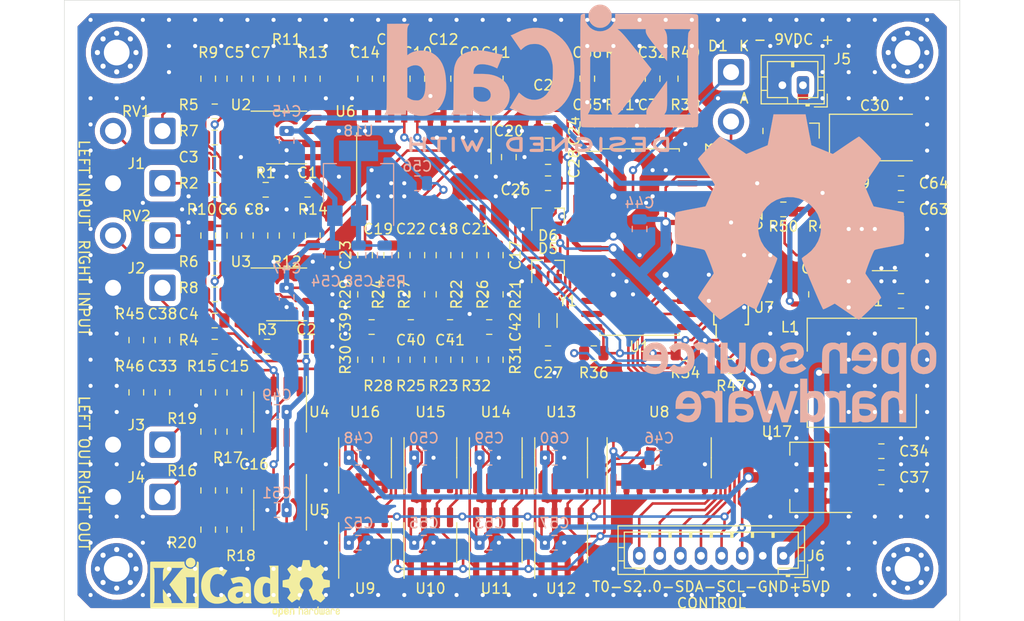
<source format=kicad_pcb>
(kicad_pcb (version 20171130) (host pcbnew 5.1.5+dfsg1-2build2)
  (layers (0 F.Cu signal) (31 B.Cu power hide) (34 B.Paste user hide) (35 F.Paste user hide) (36 B.SilkS user hide) (37 F.SilkS user) (38 B.Mask user hide) (39 F.Mask user hide) (44 Edge.Cuts user))
  (net 0 "")
  (net 1 Earth)
  (net 2 "Net-(C1-Pad1)")
  (net 3 "Net-(C2-Pad1)")
  (net 4 "Net-(C3-Pad1)")
  (net 5 LEFT_INPUT)
  (net 6 RIGHT_INPUT)
  (net 7 "Net-(C4-Pad1)")
  (net 8 "Net-(C5-Pad1)")
  (net 9 "Net-(C5-Pad2)")
  (net 10 "Net-(C6-Pad2)")
  (net 11 "Net-(C6-Pad1)")
  (net 12 "Net-(C7-Pad2)")
  (net 13 "Net-(C8-Pad2)")
  (net 14 "Net-(C9-Pad1)")
  (net 15 RIGHT_PREOUT)
  (net 16 "Net-(C10-Pad1)")
  (net 17 LEFT_PREOUT)
  (net 18 "Net-(C11-Pad1)")
  (net 19 "Net-(C12-Pad1)")
  (net 20 L_EFFECT_OUT)
  (net 21 "Net-(C13-Pad1)")
  (net 22 R_EFFECT_OUT)
  (net 23 "Net-(C14-Pad1)")
  (net 24 LEFT_OUTPUT)
  (net 25 "Net-(C15-Pad2)")
  (net 26 "Net-(C16-Pad2)")
  (net 27 RIGHT_OUTPUT)
  (net 28 "Net-(C17-Pad1)")
  (net 29 "Net-(C17-Pad2)")
  (net 30 "Net-(C18-Pad1)")
  (net 31 "Net-(C18-Pad2)")
  (net 32 "Net-(C19-Pad1)")
  (net 33 "Net-(C19-Pad2)")
  (net 34 "Net-(C20-Pad1)")
  (net 35 "Net-(C21-Pad2)")
  (net 36 "Net-(C21-Pad1)")
  (net 37 "Net-(C22-Pad2)")
  (net 38 "Net-(C22-Pad1)")
  (net 39 "Net-(C23-Pad2)")
  (net 40 "Net-(C23-Pad1)")
  (net 41 "Net-(C24-Pad1)")
  (net 42 "Net-(C25-Pad1)")
  (net 43 "Net-(C26-Pad1)")
  (net 44 "Net-(C27-Pad1)")
  (net 45 "Net-(C29-Pad1)")
  (net 46 "Net-(C31-Pad2)")
  (net 47 "Net-(C31-Pad1)")
  (net 48 "Net-(C32-Pad1)")
  (net 49 "Net-(C32-Pad2)")
  (net 50 4V5)
  (net 51 "Net-(D1-Pad2)")
  (net 52 "Net-(D1-Pad1)")
  (net 53 SCL)
  (net 54 SDA)
  (net 55 +9V)
  (net 56 T0)
  (net 57 S0)
  (net 58 S1)
  (net 59 S2)
  (net 60 "Net-(R1-Pad1)")
  (net 61 "Net-(R3-Pad1)")
  (net 62 "Net-(R7-Pad1)")
  (net 63 "Net-(R8-Pad1)")
  (net 64 "Net-(R17-Pad2)")
  (net 65 "Net-(R18-Pad2)")
  (net 66 "Net-(R19-Pad2)")
  (net 67 "Net-(R20-Pad2)")
  (net 68 "Net-(U12-Pad1)")
  (net 69 "Net-(U13-Pad1)")
  (net 70 "Net-(R47-Pad2)")
  (net 71 "Net-(U1-Pad10)")
  (net 72 "Net-(U1-Pad20)")
  (net 73 "Net-(U1-Pad21)")
  (net 74 "Net-(U1-Pad22)")
  (net 75 "Net-(U7-Pad9)")
  (net 76 "Net-(U10-Pad1)")
  (net 77 "Net-(U11-Pad1)")
  (net 78 "Net-(U16-Pad1)")
  (net 79 "Net-(U15-Pad1)")
  (net 80 "Net-(U14-Pad1)")
  (net 81 "Net-(U8-Pad13)")
  (net 82 +3V3)
  (net 83 +5V)
  (net 84 "Net-(C39-Pad2)")
  (net 85 "Net-(C40-Pad2)")
  (net 86 "Net-(C41-Pad2)")
  (net 87 "Net-(C42-Pad2)")
  (net 88 "Net-(Q1-Pad1)")
  (net 89 "Net-(U8-Pad7)")
  (net 90 "Net-(C61-Pad2)")
  (net 91 "Net-(C61-Pad1)")
  (net 92 "Net-(R44-Pad2)")
  (net 93 "Net-(R48-Pad2)")
  (net 94 "Net-(R48-Pad1)")
  (net 95 "Net-(J5-Pad1)")
  (net 96 +5VD)
  (module Symbol:KiCad-Logo_5mm_SilkScreen (layer F.Cu) (at 116.84 114.3)
    (fp_text reference REF** hide)
    (fp_text value KiCad-Logo_5mm_SilkScreen hide)
  )
  (module Symbol:OSHW-Logo2_7.3x6mm_SilkScreen (layer F.Cu) (at 125.73 114.3)
    (fp_text reference REF** hide)
    (fp_text value OSHW-Logo2_7.3x6mm_SilkScreen hide)
  )
  (module Symbol:KiCad-Logo2_12mm_SilkScreen (layer B.Cu) (at 148.59 63.5 180)
    (fp_text reference REF** hide)
    (fp_text value KiCad-Logo2_12mm_SilkScreen hide)
  )
  (module Symbol:OSHW-Logo_28.5x30mm_SilkScreen (layer B.Cu) (at 172.72 83.185 180)
    (fp_text reference REF** hide)
    (fp_text value OSHW-Logo_28.5x30mm_SilkScreen hide)
  )
  (module MountingHole:MountingHole_2.5mm_Pad_Via (layer F.Cu) (at 184.15 62.23)
    (fp_text reference REF** hide)
    (fp_text value MountingHole_2.5mm_Pad_Via)
    (pad 1 thru_hole circle (at 0 0) (size 5 5) (drill 2.5) (layers *.Cu *.Mask))
    (pad 1 thru_hole circle (at 1.875 0) (size 0.8 0.8) (drill 0.5) (layers *.Cu *.Mask))
    (pad 1 thru_hole circle (at 1.325825 1.325825) (size 0.8 0.8) (drill 0.5) (layers *.Cu *.Mask))
    (pad 1 thru_hole circle (at 0 1.875) (size 0.8 0.8) (drill 0.5) (layers *.Cu *.Mask))
    (pad 1 thru_hole circle (at -1.325825 1.325825) (size 0.8 0.8) (drill 0.5) (layers *.Cu *.Mask))
    (pad 1 thru_hole circle (at -1.875 0) (size 0.8 0.8) (drill 0.5) (layers *.Cu *.Mask))
    (pad 1 thru_hole circle (at -1.325825 -1.325825) (size 0.8 0.8) (drill 0.5) (layers *.Cu *.Mask))
    (pad 1 thru_hole circle (at 0 -1.875) (size 0.8 0.8) (drill 0.5) (layers *.Cu *.Mask))
    (pad 1 thru_hole circle (at 1.325825 -1.325825) (size 0.8 0.8) (drill 0.5) (layers *.Cu *.Mask))
  )
  (module MountingHole:MountingHole_2.5mm_Pad_Via (layer F.Cu) (at 107.315 62.23)
    (fp_text reference REF** hide)
    (fp_text value MountingHole_2.5mm_Pad_Via)
    (pad 1 thru_hole circle (at 1.325825 -1.325825) (size 0.8 0.8) (drill 0.5) (layers *.Cu *.Mask))
    (pad 1 thru_hole circle (at 0 -1.875) (size 0.8 0.8) (drill 0.5) (layers *.Cu *.Mask))
    (pad 1 thru_hole circle (at -1.325825 -1.325825) (size 0.8 0.8) (drill 0.5) (layers *.Cu *.Mask))
    (pad 1 thru_hole circle (at -1.875 0) (size 0.8 0.8) (drill 0.5) (layers *.Cu *.Mask))
    (pad 1 thru_hole circle (at -1.325825 1.325825) (size 0.8 0.8) (drill 0.5) (layers *.Cu *.Mask))
    (pad 1 thru_hole circle (at 0 1.875) (size 0.8 0.8) (drill 0.5) (layers *.Cu *.Mask))
    (pad 1 thru_hole circle (at 1.325825 1.325825) (size 0.8 0.8) (drill 0.5) (layers *.Cu *.Mask))
    (pad 1 thru_hole circle (at 1.875 0) (size 0.8 0.8) (drill 0.5) (layers *.Cu *.Mask))
    (pad 1 thru_hole circle (at 0 0) (size 5 5) (drill 2.5) (layers *.Cu *.Mask))
  )
  (module MountingHole:MountingHole_2.5mm_Pad_Via (layer F.Cu) (at 107.315 112.395)
    (fp_text reference REF** hide)
    (fp_text value MountingHole_2.5mm_Pad_Via)
    (pad 1 thru_hole circle (at 0 0) (size 5 5) (drill 2.5) (layers *.Cu *.Mask))
    (pad 1 thru_hole circle (at 1.875 0) (size 0.8 0.8) (drill 0.5) (layers *.Cu *.Mask))
    (pad 1 thru_hole circle (at 1.325825 1.325825) (size 0.8 0.8) (drill 0.5) (layers *.Cu *.Mask))
    (pad 1 thru_hole circle (at 0 1.875) (size 0.8 0.8) (drill 0.5) (layers *.Cu *.Mask))
    (pad 1 thru_hole circle (at -1.325825 1.325825) (size 0.8 0.8) (drill 0.5) (layers *.Cu *.Mask))
    (pad 1 thru_hole circle (at -1.875 0) (size 0.8 0.8) (drill 0.5) (layers *.Cu *.Mask))
    (pad 1 thru_hole circle (at -1.325825 -1.325825) (size 0.8 0.8) (drill 0.5) (layers *.Cu *.Mask))
    (pad 1 thru_hole circle (at 0 -1.875) (size 0.8 0.8) (drill 0.5) (layers *.Cu *.Mask))
    (pad 1 thru_hole circle (at 1.325825 -1.325825) (size 0.8 0.8) (drill 0.5) (layers *.Cu *.Mask))
  )
  (module MountingHole:MountingHole_2.5mm_Pad_Via (layer F.Cu) (at 184.15 112.395)
    (fp_text reference REF** hide)
    (fp_text value MountingHole_2.5mm_Pad_Via)
    (pad 1 thru_hole circle (at 1.325825 -1.325825) (size 0.8 0.8) (drill 0.5) (layers *.Cu *.Mask))
    (pad 1 thru_hole circle (at 0 -1.875) (size 0.8 0.8) (drill 0.5) (layers *.Cu *.Mask))
    (pad 1 thru_hole circle (at -1.325825 -1.325825) (size 0.8 0.8) (drill 0.5) (layers *.Cu *.Mask))
    (pad 1 thru_hole circle (at -1.875 0) (size 0.8 0.8) (drill 0.5) (layers *.Cu *.Mask))
    (pad 1 thru_hole circle (at -1.325825 1.325825) (size 0.8 0.8) (drill 0.5) (layers *.Cu *.Mask))
    (pad 1 thru_hole circle (at 0 1.875) (size 0.8 0.8) (drill 0.5) (layers *.Cu *.Mask))
    (pad 1 thru_hole circle (at 1.325825 1.325825) (size 0.8 0.8) (drill 0.5) (layers *.Cu *.Mask))
    (pad 1 thru_hole circle (at 1.875 0) (size 0.8 0.8) (drill 0.5) (layers *.Cu *.Mask))
    (pad 1 thru_hole circle (at 0 0) (size 5 5) (drill 2.5) (layers *.Cu *.Mask))
  )
  (module Package_SO:SOIC-8_3.9x4.9mm_P1.27mm (layer F.Cu) (at 123.19 97.155 270)
    (fp_text reference U4 (at 0 -3.81) (layer F.SilkS))
    (fp_text value TL071)
    (pad 8 smd roundrect (at 2.475 -1.905 270) (size 1.95 0.6) (layers F.Cu F.Paste F.Mask))
    (pad 7 smd roundrect (at 2.475 -0.635 270) (size 1.95 0.6) (layers F.Cu F.Paste F.Mask) (net 55 +9V))
    (pad 6 smd roundrect (at 2.475 0.635 270) (size 1.95 0.6) (layers F.Cu F.Paste F.Mask) (net 64 "Net-(R17-Pad2)"))
    (pad 5 smd roundrect (at 2.475 1.905 270) (size 1.95 0.6) (layers F.Cu F.Paste F.Mask))
    (pad 4 smd roundrect (at -2.475 1.905 270) (size 1.95 0.6) (layers F.Cu F.Paste F.Mask) (net 1 Earth))
    (pad 3 smd roundrect (at -2.475 0.635 270) (size 1.95 0.6) (layers F.Cu F.Paste F.Mask) (net 50 4V5))
    (pad 2 smd roundrect (at -2.475 -0.635 270) (size 1.95 0.6) (layers F.Cu F.Paste F.Mask) (net 66 "Net-(R19-Pad2)"))
    (pad 1 smd roundrect (at -2.475 -1.905 270) (size 1.95 0.6) (layers F.Cu F.Paste F.Mask))
  )
  (module Capacitor_SMD:C_0805_2012Metric (layer F.Cu) (at 111.76 90.17 270)
    (fp_text reference C38 (at -2.54 0 180) (layer F.SilkS))
    (fp_text value 47uF)
    (pad 2 smd roundrect (at 0.9375 0 270) (size 0.975 1.4) (layers F.Cu F.Paste F.Mask) (net 50 4V5))
    (pad 1 smd roundrect (at -0.9375 0 270) (size 0.975 1.4) (layers F.Cu F.Paste F.Mask) (net 55 +9V))
  )
  (module Package_TO_SOT_SMD:SOT-223-3_TabPin2 (layer F.Cu) (at 174.625 103.505 180)
    (fp_text reference U17 (at 3.175 4.445 180) (layer F.SilkS))
    (fp_text value AMS1117-3.3)
    (pad 1 smd rect (at -3.15 -2.3 180) (size 2 1.5) (layers F.Cu F.Paste F.Mask) (net 1 Earth))
    (pad 3 smd rect (at -3.15 2.3 180) (size 2 1.5) (layers F.Cu F.Paste F.Mask) (net 96 +5VD))
    (pad 2 smd rect (at -3.15 0 180) (size 2 1.5) (layers F.Cu F.Paste F.Mask) (net 82 +3V3))
    (pad 2 smd rect (at 3.15 0 180) (size 2 3.8) (layers F.Cu F.Paste F.Mask) (net 82 +3V3))
  )
  (module Package_TO_SOT_SMD:SOT-223-3_TabPin2 (layer B.Cu) (at 130.81 74.93 90)
    (fp_text reference U18 (at 5.08 0) (layer B.SilkS) (effects (justify mirror)))
    (fp_text value AMS1117-5.0)
    (pad 1 smd rect (at -3.15 2.3 90) (size 2 1.5) (layers B.Cu B.Paste B.Mask) (net 1 Earth))
    (pad 3 smd rect (at -3.15 -2.3 90) (size 2 1.5) (layers B.Cu B.Paste B.Mask) (net 55 +9V))
    (pad 2 smd rect (at -3.15 0 90) (size 2 1.5) (layers B.Cu B.Paste B.Mask) (net 83 +5V))
    (pad 2 smd rect (at 3.15 0 90) (size 2 3.8) (layers B.Cu B.Paste B.Mask) (net 83 +5V))
  )
  (module Capacitor_SMD:C_0805_2012Metric (layer B.Cu) (at 130.81 109.855)
    (fp_text reference C52 (at 0 -1.905) (layer B.SilkS) (effects (justify mirror)))
    (fp_text value 100nF)
    (pad 2 smd roundrect (at 0.9375 0) (size 0.975 1.4) (layers B.Cu B.Paste B.Mask) (net 1 Earth))
    (pad 1 smd roundrect (at -0.9375 0) (size 0.975 1.4) (layers B.Cu B.Paste B.Mask) (net 82 +3V3))
  )
  (module Capacitor_SMD:C_0805_2012Metric (layer B.Cu) (at 123.825 70.7875 270)
    (fp_text reference C45 (at -2.8425 0 180) (layer B.SilkS) (effects (justify mirror)))
    (fp_text value 100nF)
    (pad 2 smd roundrect (at 0.9375 0 270) (size 0.975 1.4) (layers B.Cu B.Paste B.Mask) (net 1 Earth))
    (pad 1 smd roundrect (at -0.9375 0 270) (size 0.975 1.4) (layers B.Cu B.Paste B.Mask) (net 55 +9V))
  )
  (module Package_SO:SO-20_12.8x7.5mm_P1.27mm (layer F.Cu) (at 137.16 73.025 270)
    (fp_text reference U6 (at -5.08 7.62 180) (layer F.SilkS))
    (fp_text value PT2258)
    (pad 20 smd rect (at 4.75 -5.715 270) (size 1.5 0.6) (layers F.Cu F.Paste F.Mask) (net 28 "Net-(C17-Pad1)"))
    (pad 19 smd rect (at 4.75 -4.445 270) (size 1.5 0.6) (layers F.Cu F.Paste F.Mask) (net 36 "Net-(C21-Pad1)"))
    (pad 18 smd rect (at 4.75 -3.175 270) (size 1.5 0.6) (layers F.Cu F.Paste F.Mask) (net 30 "Net-(C18-Pad1)"))
    (pad 17 smd rect (at 4.75 -1.905 270) (size 1.5 0.6) (layers F.Cu F.Paste F.Mask) (net 1 Earth))
    (pad 16 smd rect (at 4.75 -0.635 270) (size 1.5 0.6) (layers F.Cu F.Paste F.Mask) (net 83 +5V))
    (pad 15 smd rect (at 4.75 0.635 270) (size 1.5 0.6) (layers F.Cu F.Paste F.Mask) (net 34 "Net-(C20-Pad1)"))
    (pad 14 smd rect (at 4.75 1.905 270) (size 1.5 0.6) (layers F.Cu F.Paste F.Mask) (net 1 Earth))
    (pad 13 smd rect (at 4.75 3.175 270) (size 1.5 0.6) (layers F.Cu F.Paste F.Mask) (net 38 "Net-(C22-Pad1)"))
    (pad 12 smd rect (at 4.75 4.445 270) (size 1.5 0.6) (layers F.Cu F.Paste F.Mask) (net 32 "Net-(C19-Pad1)"))
    (pad 11 smd rect (at 4.75 5.715 270) (size 1.5 0.6) (layers F.Cu F.Paste F.Mask) (net 40 "Net-(C23-Pad1)"))
    (pad 10 smd rect (at -4.75 5.715 270) (size 1.5 0.6) (layers F.Cu F.Paste F.Mask) (net 23 "Net-(C14-Pad1)"))
    (pad 9 smd rect (at -4.75 4.445 270) (size 1.5 0.6) (layers F.Cu F.Paste F.Mask) (net 21 "Net-(C13-Pad1)"))
    (pad 8 smd rect (at -4.75 3.175 270) (size 1.5 0.6) (layers F.Cu F.Paste F.Mask) (net 16 "Net-(C10-Pad1)"))
    (pad 7 smd rect (at -4.75 1.905 270) (size 1.5 0.6) (layers F.Cu F.Paste F.Mask) (net 54 SDA))
    (pad 1 smd rect (at -4.75 -5.715 270) (size 1.5 0.6) (layers F.Cu F.Paste F.Mask) (net 18 "Net-(C11-Pad1)"))
    (pad 2 smd rect (at -4.75 -4.445 270) (size 1.5 0.6) (layers F.Cu F.Paste F.Mask) (net 14 "Net-(C9-Pad1)"))
    (pad 3 smd rect (at -4.75 -3.175 270) (size 1.5 0.6) (layers F.Cu F.Paste F.Mask) (net 19 "Net-(C12-Pad1)"))
    (pad 4 smd rect (at -4.75 -1.905 270) (size 1.5 0.6) (layers F.Cu F.Paste F.Mask) (net 1 Earth))
    (pad 5 smd rect (at -4.75 -0.635 270) (size 1.5 0.6) (layers F.Cu F.Paste F.Mask) (net 1 Earth))
    (pad 6 smd rect (at -4.75 0.635 270) (size 1.5 0.6) (layers F.Cu F.Paste F.Mask) (net 53 SCL))
  )
  (module Capacitor_SMD:C_0805_2012Metric (layer F.Cu) (at 131.445 64.77 90)
    (fp_text reference C14 (at 2.54 0 180) (layer F.SilkS))
    (fp_text value 10uF)
    (pad 2 smd roundrect (at 0.9375 0 90) (size 0.975 1.4) (layers F.Cu F.Paste F.Mask) (net 22 R_EFFECT_OUT))
    (pad 1 smd roundrect (at -0.9375 0 90) (size 0.975 1.4) (layers F.Cu F.Paste F.Mask) (net 23 "Net-(C14-Pad1)"))
  )
  (module Package_SO:SOIC-16_3.9x9.9mm_P1.27mm (layer F.Cu) (at 160.02 101.6 90)
    (fp_text reference U8 (at 4.445 0 180) (layer F.SilkS))
    (fp_text value PCF8574)
    (pad 16 smd roundrect (at 2.475 -4.445 90) (size 1.95 0.6) (layers F.Cu F.Paste F.Mask) (net 82 +3V3))
    (pad 15 smd roundrect (at 2.475 -3.175 90) (size 1.95 0.6) (layers F.Cu F.Paste F.Mask) (net 54 SDA))
    (pad 14 smd roundrect (at 2.475 -1.905 90) (size 1.95 0.6) (layers F.Cu F.Paste F.Mask) (net 53 SCL))
    (pad 13 smd roundrect (at 2.475 -0.635 90) (size 1.95 0.6) (layers F.Cu F.Paste F.Mask) (net 81 "Net-(U8-Pad13)"))
    (pad 12 smd roundrect (at 2.475 0.635 90) (size 1.95 0.6) (layers F.Cu F.Paste F.Mask) (net 69 "Net-(U13-Pad1)"))
    (pad 11 smd roundrect (at 2.475 1.905 90) (size 1.95 0.6) (layers F.Cu F.Paste F.Mask) (net 80 "Net-(U14-Pad1)"))
    (pad 10 smd roundrect (at 2.475 3.175 90) (size 1.95 0.6) (layers F.Cu F.Paste F.Mask) (net 79 "Net-(U15-Pad1)"))
    (pad 9 smd roundrect (at 2.475 4.445 90) (size 1.95 0.6) (layers F.Cu F.Paste F.Mask) (net 78 "Net-(U16-Pad1)"))
    (pad 8 smd roundrect (at -2.475 4.445 90) (size 1.95 0.6) (layers F.Cu F.Paste F.Mask) (net 1 Earth))
    (pad 7 smd roundrect (at -2.475 3.175 90) (size 1.95 0.6) (layers F.Cu F.Paste F.Mask) (net 89 "Net-(U8-Pad7)"))
    (pad 6 smd roundrect (at -2.475 1.905 90) (size 1.95 0.6) (layers F.Cu F.Paste F.Mask) (net 76 "Net-(U10-Pad1)"))
    (pad 5 smd roundrect (at -2.475 0.635 90) (size 1.95 0.6) (layers F.Cu F.Paste F.Mask) (net 77 "Net-(U11-Pad1)"))
    (pad 4 smd roundrect (at -2.475 -0.635 90) (size 1.95 0.6) (layers F.Cu F.Paste F.Mask) (net 68 "Net-(U12-Pad1)"))
    (pad 3 smd roundrect (at -2.475 -1.905 90) (size 1.95 0.6) (layers F.Cu F.Paste F.Mask) (net 1 Earth))
    (pad 2 smd roundrect (at -2.475 -3.175 90) (size 1.95 0.6) (layers F.Cu F.Paste F.Mask) (net 1 Earth))
    (pad 1 smd roundrect (at -2.475 -4.445 90) (size 1.95 0.6) (layers F.Cu F.Paste F.Mask) (net 1 Earth))
  )
  (module Package_SO:SOIC-8_3.9x4.9mm_P1.27mm (layer F.Cu) (at 137.795 101.6 90)
    (fp_text reference U15 (at 4.445 0 180) (layer F.SilkS))
    (fp_text value 24LC32)
    (pad 8 smd roundrect (at 2.475 -1.905 90) (size 1.95 0.6) (layers F.Cu F.Paste F.Mask) (net 82 +3V3))
    (pad 7 smd roundrect (at 2.475 -0.635 90) (size 1.95 0.6) (layers F.Cu F.Paste F.Mask) (net 1 Earth))
    (pad 6 smd roundrect (at 2.475 0.635 90) (size 1.95 0.6) (layers F.Cu F.Paste F.Mask) (net 53 SCL))
    (pad 5 smd roundrect (at 2.475 1.905 90) (size 1.95 0.6) (layers F.Cu F.Paste F.Mask) (net 54 SDA))
    (pad 4 smd roundrect (at -2.475 1.905 90) (size 1.95 0.6) (layers F.Cu F.Paste F.Mask) (net 1 Earth))
    (pad 3 smd roundrect (at -2.475 0.635 90) (size 1.95 0.6) (layers F.Cu F.Paste F.Mask) (net 1 Earth))
    (pad 2 smd roundrect (at -2.475 -0.635 90) (size 1.95 0.6) (layers F.Cu F.Paste F.Mask) (net 1 Earth))
    (pad 1 smd roundrect (at -2.475 -1.905 90) (size 1.95 0.6) (layers F.Cu F.Paste F.Mask) (net 79 "Net-(U15-Pad1)"))
  )
  (module Package_SO:SOIC-8_3.9x4.9mm_P1.27mm (layer F.Cu) (at 150.495 109.855 90)
    (fp_text reference U12 (at -4.445 0 180) (layer F.SilkS))
    (fp_text value 24LC32)
    (pad 1 smd roundrect (at -2.475 -1.905 90) (size 1.95 0.6) (layers F.Cu F.Paste F.Mask) (net 68 "Net-(U12-Pad1)"))
    (pad 2 smd roundrect (at -2.475 -0.635 90) (size 1.95 0.6) (layers F.Cu F.Paste F.Mask) (net 1 Earth))
    (pad 3 smd roundrect (at -2.475 0.635 90) (size 1.95 0.6) (layers F.Cu F.Paste F.Mask) (net 1 Earth))
    (pad 4 smd roundrect (at -2.475 1.905 90) (size 1.95 0.6) (layers F.Cu F.Paste F.Mask) (net 1 Earth))
    (pad 5 smd roundrect (at 2.475 1.905 90) (size 1.95 0.6) (layers F.Cu F.Paste F.Mask) (net 54 SDA))
    (pad 6 smd roundrect (at 2.475 0.635 90) (size 1.95 0.6) (layers F.Cu F.Paste F.Mask) (net 53 SCL))
    (pad 7 smd roundrect (at 2.475 -0.635 90) (size 1.95 0.6) (layers F.Cu F.Paste F.Mask) (net 1 Earth))
    (pad 8 smd roundrect (at 2.475 -1.905 90) (size 1.95 0.6) (layers F.Cu F.Paste F.Mask) (net 82 +3V3))
  )
  (module Package_SO:SOIC-8_3.9x4.9mm_P1.27mm (layer F.Cu) (at 123.825 70.485)
    (fp_text reference U2 (at -4.445 -3.175) (layer F.SilkS))
    (fp_text value TL071)
    (pad 8 smd roundrect (at 2.475 -1.905) (size 1.95 0.6) (layers F.Cu F.Paste F.Mask))
    (pad 7 smd roundrect (at 2.475 -0.635) (size 1.95 0.6) (layers F.Cu F.Paste F.Mask) (net 55 +9V))
    (pad 6 smd roundrect (at 2.475 0.635) (size 1.95 0.6) (layers F.Cu F.Paste F.Mask) (net 8 "Net-(C5-Pad1)"))
    (pad 5 smd roundrect (at 2.475 1.905) (size 1.95 0.6) (layers F.Cu F.Paste F.Mask))
    (pad 4 smd roundrect (at -2.475 1.905) (size 1.95 0.6) (layers F.Cu F.Paste F.Mask) (net 1 Earth))
    (pad 3 smd roundrect (at -2.475 0.635) (size 1.95 0.6) (layers F.Cu F.Paste F.Mask) (net 62 "Net-(R7-Pad1)"))
    (pad 2 smd roundrect (at -2.475 -0.635) (size 1.95 0.6) (layers F.Cu F.Paste F.Mask) (net 9 "Net-(C5-Pad2)"))
    (pad 1 smd roundrect (at -2.475 -1.905) (size 1.95 0.6) (layers F.Cu F.Paste F.Mask))
  )
  (module Package_SO:SOIC-8_3.9x4.9mm_P1.27mm (layer F.Cu) (at 123.19 106.68 270)
    (fp_text reference U5 (at 0 -3.81) (layer F.SilkS))
    (fp_text value TL071)
    (pad 8 smd roundrect (at 2.475 -1.905 270) (size 1.95 0.6) (layers F.Cu F.Paste F.Mask))
    (pad 7 smd roundrect (at 2.475 -0.635 270) (size 1.95 0.6) (layers F.Cu F.Paste F.Mask) (net 55 +9V))
    (pad 6 smd roundrect (at 2.475 0.635 270) (size 1.95 0.6) (layers F.Cu F.Paste F.Mask) (net 65 "Net-(R18-Pad2)"))
    (pad 5 smd roundrect (at 2.475 1.905 270) (size 1.95 0.6) (layers F.Cu F.Paste F.Mask))
    (pad 4 smd roundrect (at -2.475 1.905 270) (size 1.95 0.6) (layers F.Cu F.Paste F.Mask) (net 1 Earth))
    (pad 3 smd roundrect (at -2.475 0.635 270) (size 1.95 0.6) (layers F.Cu F.Paste F.Mask) (net 50 4V5))
    (pad 2 smd roundrect (at -2.475 -0.635 270) (size 1.95 0.6) (layers F.Cu F.Paste F.Mask) (net 67 "Net-(R20-Pad2)"))
    (pad 1 smd roundrect (at -2.475 -1.905 270) (size 1.95 0.6) (layers F.Cu F.Paste F.Mask))
  )
  (module Package_SO:SOIC-8_3.9x4.9mm_P1.27mm (layer F.Cu) (at 131.445 109.855 90)
    (fp_text reference U9 (at -4.445 0 180) (layer F.SilkS))
    (fp_text value 24LC32)
    (pad 1 smd roundrect (at -2.475 -1.905 90) (size 1.95 0.6) (layers F.Cu F.Paste F.Mask) (net 89 "Net-(U8-Pad7)"))
    (pad 2 smd roundrect (at -2.475 -0.635 90) (size 1.95 0.6) (layers F.Cu F.Paste F.Mask) (net 1 Earth))
    (pad 3 smd roundrect (at -2.475 0.635 90) (size 1.95 0.6) (layers F.Cu F.Paste F.Mask) (net 1 Earth))
    (pad 4 smd roundrect (at -2.475 1.905 90) (size 1.95 0.6) (layers F.Cu F.Paste F.Mask) (net 1 Earth))
    (pad 5 smd roundrect (at 2.475 1.905 90) (size 1.95 0.6) (layers F.Cu F.Paste F.Mask) (net 54 SDA))
    (pad 6 smd roundrect (at 2.475 0.635 90) (size 1.95 0.6) (layers F.Cu F.Paste F.Mask) (net 53 SCL))
    (pad 7 smd roundrect (at 2.475 -0.635 90) (size 1.95 0.6) (layers F.Cu F.Paste F.Mask) (net 1 Earth))
    (pad 8 smd roundrect (at 2.475 -1.905 90) (size 1.95 0.6) (layers F.Cu F.Paste F.Mask) (net 82 +3V3))
  )
  (module Package_SO:SOIC-8_3.9x4.9mm_P1.27mm (layer F.Cu) (at 137.795 109.855 90)
    (fp_text reference U10 (at -4.445 0 180) (layer F.SilkS))
    (fp_text value 24LC32)
    (pad 1 smd roundrect (at -2.475 -1.905 90) (size 1.95 0.6) (layers F.Cu F.Paste F.Mask) (net 76 "Net-(U10-Pad1)"))
    (pad 2 smd roundrect (at -2.475 -0.635 90) (size 1.95 0.6) (layers F.Cu F.Paste F.Mask) (net 1 Earth))
    (pad 3 smd roundrect (at -2.475 0.635 90) (size 1.95 0.6) (layers F.Cu F.Paste F.Mask) (net 1 Earth))
    (pad 4 smd roundrect (at -2.475 1.905 90) (size 1.95 0.6) (layers F.Cu F.Paste F.Mask) (net 1 Earth))
    (pad 5 smd roundrect (at 2.475 1.905 90) (size 1.95 0.6) (layers F.Cu F.Paste F.Mask) (net 54 SDA))
    (pad 6 smd roundrect (at 2.475 0.635 90) (size 1.95 0.6) (layers F.Cu F.Paste F.Mask) (net 53 SCL))
    (pad 7 smd roundrect (at 2.475 -0.635 90) (size 1.95 0.6) (layers F.Cu F.Paste F.Mask) (net 1 Earth))
    (pad 8 smd roundrect (at 2.475 -1.905 90) (size 1.95 0.6) (layers F.Cu F.Paste F.Mask) (net 82 +3V3))
  )
  (module Package_SO:SOIC-8_3.9x4.9mm_P1.27mm (layer F.Cu) (at 144.145 109.855 90)
    (fp_text reference U11 (at -4.445 0 180) (layer F.SilkS))
    (fp_text value 24LC32)
    (pad 1 smd roundrect (at -2.475 -1.905 90) (size 1.95 0.6) (layers F.Cu F.Paste F.Mask) (net 77 "Net-(U11-Pad1)"))
    (pad 2 smd roundrect (at -2.475 -0.635 90) (size 1.95 0.6) (layers F.Cu F.Paste F.Mask) (net 1 Earth))
    (pad 3 smd roundrect (at -2.475 0.635 90) (size 1.95 0.6) (layers F.Cu F.Paste F.Mask) (net 1 Earth))
    (pad 4 smd roundrect (at -2.475 1.905 90) (size 1.95 0.6) (layers F.Cu F.Paste F.Mask) (net 1 Earth))
    (pad 5 smd roundrect (at 2.475 1.905 90) (size 1.95 0.6) (layers F.Cu F.Paste F.Mask) (net 54 SDA))
    (pad 6 smd roundrect (at 2.475 0.635 90) (size 1.95 0.6) (layers F.Cu F.Paste F.Mask) (net 53 SCL))
    (pad 7 smd roundrect (at 2.475 -0.635 90) (size 1.95 0.6) (layers F.Cu F.Paste F.Mask) (net 1 Earth))
    (pad 8 smd roundrect (at 2.475 -1.905 90) (size 1.95 0.6) (layers F.Cu F.Paste F.Mask) (net 82 +3V3))
  )
  (module Package_SO:SOIC-8_3.9x4.9mm_P1.27mm (layer F.Cu) (at 150.495 101.6 90)
    (fp_text reference U13 (at 4.445 0 180) (layer F.SilkS))
    (fp_text value 24LC32)
    (pad 1 smd roundrect (at -2.475 -1.905 90) (size 1.95 0.6) (layers F.Cu F.Paste F.Mask) (net 69 "Net-(U13-Pad1)"))
    (pad 2 smd roundrect (at -2.475 -0.635 90) (size 1.95 0.6) (layers F.Cu F.Paste F.Mask) (net 1 Earth))
    (pad 3 smd roundrect (at -2.475 0.635 90) (size 1.95 0.6) (layers F.Cu F.Paste F.Mask) (net 1 Earth))
    (pad 4 smd roundrect (at -2.475 1.905 90) (size 1.95 0.6) (layers F.Cu F.Paste F.Mask) (net 1 Earth))
    (pad 5 smd roundrect (at 2.475 1.905 90) (size 1.95 0.6) (layers F.Cu F.Paste F.Mask) (net 54 SDA))
    (pad 6 smd roundrect (at 2.475 0.635 90) (size 1.95 0.6) (layers F.Cu F.Paste F.Mask) (net 53 SCL))
    (pad 7 smd roundrect (at 2.475 -0.635 90) (size 1.95 0.6) (layers F.Cu F.Paste F.Mask) (net 1 Earth))
    (pad 8 smd roundrect (at 2.475 -1.905 90) (size 1.95 0.6) (layers F.Cu F.Paste F.Mask) (net 82 +3V3))
  )
  (module Package_SO:SOIC-28W_7.5x17.9mm_P1.27mm (layer F.Cu) (at 158.115 80.645)
    (fp_text reference U1 (at 0 10.16) (layer F.SilkS))
    (fp_text value SpinSemi_FV-1)
    (pad 28 smd roundrect (at 4.65 -8.255) (size 2.05 0.6) (layers F.Cu F.Paste F.Mask) (net 47 "Net-(C31-Pad1)"))
    (pad 27 smd roundrect (at 4.65 -6.985) (size 2.05 0.6) (layers F.Cu F.Paste F.Mask) (net 48 "Net-(C32-Pad1)"))
    (pad 26 smd roundrect (at 4.65 -5.715) (size 2.05 0.6) (layers F.Cu F.Paste F.Mask) (net 45 "Net-(C29-Pad1)"))
    (pad 25 smd roundrect (at 4.65 -4.445) (size 2.05 0.6) (layers F.Cu F.Paste F.Mask) (net 1 Earth))
    (pad 24 smd roundrect (at 4.65 -3.175) (size 2.05 0.6) (layers F.Cu F.Paste F.Mask) (net 1 Earth))
    (pad 23 smd roundrect (at 4.65 -1.905) (size 2.05 0.6) (layers F.Cu F.Paste F.Mask) (net 82 +3V3))
    (pad 22 smd roundrect (at 4.65 -0.635) (size 2.05 0.6) (layers F.Cu F.Paste F.Mask) (net 74 "Net-(U1-Pad22)"))
    (pad 21 smd roundrect (at 4.65 0.635) (size 2.05 0.6) (layers F.Cu F.Paste F.Mask) (net 73 "Net-(U1-Pad21)"))
    (pad 20 smd roundrect (at 4.65 1.905) (size 2.05 0.6) (layers F.Cu F.Paste F.Mask) (net 72 "Net-(U1-Pad20)"))
    (pad 19 smd roundrect (at 4.65 3.175) (size 2.05 0.6) (layers F.Cu F.Paste F.Mask) (net 1 Earth))
    (pad 18 smd roundrect (at 4.65 4.445) (size 2.05 0.6) (layers F.Cu F.Paste F.Mask) (net 59 S2))
    (pad 17 smd roundrect (at 4.65 5.715) (size 2.05 0.6) (layers F.Cu F.Paste F.Mask) (net 58 S1))
    (pad 16 smd roundrect (at 4.65 6.985) (size 2.05 0.6) (layers F.Cu F.Paste F.Mask) (net 57 S0))
    (pad 15 smd roundrect (at 4.65 8.255) (size 2.05 0.6) (layers F.Cu F.Paste F.Mask) (net 54 SDA))
    (pad 14 smd roundrect (at -4.65 8.255) (size 2.05 0.6) (layers F.Cu F.Paste F.Mask) (net 53 SCL))
    (pad 13 smd roundrect (at -4.65 6.985) (size 2.05 0.6) (layers F.Cu F.Paste F.Mask) (net 56 T0))
    (pad 12 smd roundrect (at -4.65 5.715) (size 2.05 0.6) (layers F.Cu F.Paste F.Mask) (net 1 Earth))
    (pad 11 smd roundrect (at -4.65 4.445) (size 2.05 0.6) (layers F.Cu F.Paste F.Mask) (net 1 Earth))
    (pad 10 smd roundrect (at -4.65 3.175) (size 2.05 0.6) (layers F.Cu F.Paste F.Mask) (net 71 "Net-(U1-Pad10)"))
    (pad 9 smd roundrect (at -4.65 1.905) (size 2.05 0.6) (layers F.Cu F.Paste F.Mask) (net 44 "Net-(C27-Pad1)"))
    (pad 8 smd roundrect (at -4.65 0.635) (size 2.05 0.6) (layers F.Cu F.Paste F.Mask) (net 82 +3V3))
    (pad 7 smd roundrect (at -4.65 -0.635) (size 2.05 0.6) (layers F.Cu F.Paste F.Mask) (net 1 Earth))
    (pad 6 smd roundrect (at -4.65 -1.905) (size 2.05 0.6) (layers F.Cu F.Paste F.Mask) (net 82 +3V3))
    (pad 5 smd roundrect (at -4.65 -3.175) (size 2.05 0.6) (layers F.Cu F.Paste F.Mask) (net 52 "Net-(D1-Pad1)"))
    (pad 4 smd roundrect (at -4.65 -4.445) (size 2.05 0.6) (layers F.Cu F.Paste F.Mask) (net 1 Earth))
    (pad 3 smd roundrect (at -4.65 -5.715) (size 2.05 0.6) (layers F.Cu F.Paste F.Mask) (net 43 "Net-(C26-Pad1)"))
    (pad 2 smd roundrect (at -4.65 -6.985) (size 2.05 0.6) (layers F.Cu F.Paste F.Mask) (net 42 "Net-(C25-Pad1)"))
    (pad 1 smd roundrect (at -4.65 -8.255) (size 2.05 0.6) (layers F.Cu F.Paste F.Mask) (net 41 "Net-(C24-Pad1)"))
  )
  (module Package_SO:SOIC-8_3.9x4.9mm_P1.27mm (layer F.Cu) (at 123.825 85.725)
    (fp_text reference U3 (at -4.445 -3.175) (layer F.SilkS))
    (fp_text value TL071)
    (pad 8 smd roundrect (at 2.475 -1.905) (size 1.95 0.6) (layers F.Cu F.Paste F.Mask))
    (pad 7 smd roundrect (at 2.475 -0.635) (size 1.95 0.6) (layers F.Cu F.Paste F.Mask) (net 55 +9V))
    (pad 6 smd roundrect (at 2.475 0.635) (size 1.95 0.6) (layers F.Cu F.Paste F.Mask) (net 11 "Net-(C6-Pad1)"))
    (pad 5 smd roundrect (at 2.475 1.905) (size 1.95 0.6) (layers F.Cu F.Paste F.Mask))
    (pad 4 smd roundrect (at -2.475 1.905) (size 1.95 0.6) (layers F.Cu F.Paste F.Mask) (net 1 Earth))
    (pad 3 smd roundrect (at -2.475 0.635) (size 1.95 0.6) (layers F.Cu F.Paste F.Mask) (net 63 "Net-(R8-Pad1)"))
    (pad 2 smd roundrect (at -2.475 -0.635) (size 1.95 0.6) (layers F.Cu F.Paste F.Mask) (net 10 "Net-(C6-Pad2)"))
    (pad 1 smd roundrect (at -2.475 -1.905) (size 1.95 0.6) (layers F.Cu F.Paste F.Mask))
  )
  (module Package_SO:MSOP-10_3x3mm_P0.5mm (layer F.Cu) (at 167.005 86.995 90)
    (fp_text reference U7 (at 0 3.175 180) (layer F.SilkS))
    (fp_text value MCP4728)
    (pad 10 smd rect (at 2.2 -1 90) (size 1.4 0.3) (layers F.Cu F.Paste F.Mask) (net 1 Earth))
    (pad 9 smd rect (at 2.2 -0.5 90) (size 1.4 0.3) (layers F.Cu F.Paste F.Mask) (net 75 "Net-(U7-Pad9)"))
    (pad 8 smd rect (at 2.2 0 90) (size 1.4 0.3) (layers F.Cu F.Paste F.Mask) (net 72 "Net-(U1-Pad20)"))
    (pad 7 smd rect (at 2.2 0.5 90) (size 1.4 0.3) (layers F.Cu F.Paste F.Mask) (net 73 "Net-(U1-Pad21)"))
    (pad 6 smd rect (at 2.2 1 90) (size 1.4 0.3) (layers F.Cu F.Paste F.Mask) (net 74 "Net-(U1-Pad22)"))
    (pad 5 smd rect (at -2.2 1 90) (size 1.4 0.3) (layers F.Cu F.Paste F.Mask) (net 70 "Net-(R47-Pad2)"))
    (pad 4 smd rect (at -2.2 0.5 90) (size 1.4 0.3) (layers F.Cu F.Paste F.Mask) (net 1 Earth))
    (pad 3 smd rect (at -2.2 0 90) (size 1.4 0.3) (layers F.Cu F.Paste F.Mask) (net 54 SDA))
    (pad 2 smd rect (at -2.2 -0.5 90) (size 1.4 0.3) (layers F.Cu F.Paste F.Mask) (net 53 SCL))
    (pad 1 smd rect (at -2.2 -1 90) (size 1.4 0.3) (layers F.Cu F.Paste F.Mask) (net 82 +3V3))
  )
  (module Package_SO:SOIC-8_3.9x4.9mm_P1.27mm (layer F.Cu) (at 144.145 101.6 90)
    (fp_text reference U14 (at 4.445 0 180) (layer F.SilkS))
    (fp_text value 24LC32)
    (pad 8 smd roundrect (at 2.475 -1.905 90) (size 1.95 0.6) (layers F.Cu F.Paste F.Mask) (net 82 +3V3))
    (pad 7 smd roundrect (at 2.475 -0.635 90) (size 1.95 0.6) (layers F.Cu F.Paste F.Mask) (net 1 Earth))
    (pad 6 smd roundrect (at 2.475 0.635 90) (size 1.95 0.6) (layers F.Cu F.Paste F.Mask) (net 53 SCL))
    (pad 5 smd roundrect (at 2.475 1.905 90) (size 1.95 0.6) (layers F.Cu F.Paste F.Mask) (net 54 SDA))
    (pad 4 smd roundrect (at -2.475 1.905 90) (size 1.95 0.6) (layers F.Cu F.Paste F.Mask) (net 1 Earth))
    (pad 3 smd roundrect (at -2.475 0.635 90) (size 1.95 0.6) (layers F.Cu F.Paste F.Mask) (net 1 Earth))
    (pad 2 smd roundrect (at -2.475 -0.635 90) (size 1.95 0.6) (layers F.Cu F.Paste F.Mask) (net 1 Earth))
    (pad 1 smd roundrect (at -2.475 -1.905 90) (size 1.95 0.6) (layers F.Cu F.Paste F.Mask) (net 80 "Net-(U14-Pad1)"))
  )
  (module Package_SO:SOIC-8_3.9x4.9mm_P1.27mm (layer F.Cu) (at 131.445 101.6 90)
    (fp_text reference U16 (at 4.445 0 180) (layer F.SilkS))
    (fp_text value 24LC32)
    (pad 8 smd roundrect (at 2.475 -1.905 90) (size 1.95 0.6) (layers F.Cu F.Paste F.Mask) (net 82 +3V3))
    (pad 7 smd roundrect (at 2.475 -0.635 90) (size 1.95 0.6) (layers F.Cu F.Paste F.Mask) (net 1 Earth))
    (pad 6 smd roundrect (at 2.475 0.635 90) (size 1.95 0.6) (layers F.Cu F.Paste F.Mask) (net 53 SCL))
    (pad 5 smd roundrect (at 2.475 1.905 90) (size 1.95 0.6) (layers F.Cu F.Paste F.Mask) (net 54 SDA))
    (pad 4 smd roundrect (at -2.475 1.905 90) (size 1.95 0.6) (layers F.Cu F.Paste F.Mask) (net 1 Earth))
    (pad 3 smd roundrect (at -2.475 0.635 90) (size 1.95 0.6) (layers F.Cu F.Paste F.Mask) (net 1 Earth))
    (pad 2 smd roundrect (at -2.475 -0.635 90) (size 1.95 0.6) (layers F.Cu F.Paste F.Mask) (net 1 Earth))
    (pad 1 smd roundrect (at -2.475 -1.905 90) (size 1.95 0.6) (layers F.Cu F.Paste F.Mask) (net 78 "Net-(U16-Pad1)"))
  )
  (module Capacitor_SMD:C_0805_2012Metric (layer F.Cu) (at 125.857 75.565)
    (fp_text reference C1 (at 0 -1.65) (layer F.SilkS))
    (fp_text value 4.7uF)
    (pad 2 smd roundrect (at 0.9375 0) (size 0.975 1.4) (layers F.Cu F.Paste F.Mask) (net 1 Earth))
    (pad 1 smd roundrect (at -0.9375 0) (size 0.975 1.4) (layers F.Cu F.Paste F.Mask) (net 2 "Net-(C1-Pad1)"))
  )
  (module Capacitor_SMD:C_0805_2012Metric (layer F.Cu) (at 125.73 90.805)
    (fp_text reference C2 (at 0 -1.65) (layer F.SilkS))
    (fp_text value 4.7uF)
    (pad 2 smd roundrect (at 0.9375 0) (size 0.975 1.4) (layers F.Cu F.Paste F.Mask) (net 1 Earth))
    (pad 1 smd roundrect (at -0.9375 0) (size 0.975 1.4) (layers F.Cu F.Paste F.Mask) (net 3 "Net-(C2-Pad1)"))
  )
  (module Capacitor_SMD:C_0805_2012Metric (layer F.Cu) (at 116.84 73.025 180)
    (fp_text reference C3 (at 2.54 0.635) (layer F.SilkS))
    (fp_text value 0.1uF)
    (pad 2 smd roundrect (at 0.9375 0 180) (size 0.975 1.4) (layers F.Cu F.Paste F.Mask) (net 5 LEFT_INPUT))
    (pad 1 smd roundrect (at -0.9375 0 180) (size 0.975 1.4) (layers F.Cu F.Paste F.Mask) (net 4 "Net-(C3-Pad1)"))
  )
  (module Capacitor_SMD:C_0805_2012Metric (layer F.Cu) (at 116.84 88.265 180)
    (fp_text reference C4 (at 2.54 0.635) (layer F.SilkS))
    (fp_text value 0.1uF)
    (pad 2 smd roundrect (at 0.9375 0 180) (size 0.975 1.4) (layers F.Cu F.Paste F.Mask) (net 6 RIGHT_INPUT))
    (pad 1 smd roundrect (at -0.9375 0 180) (size 0.975 1.4) (layers F.Cu F.Paste F.Mask) (net 7 "Net-(C4-Pad1)"))
  )
  (module Capacitor_SMD:C_0805_2012Metric (layer F.Cu) (at 118.745 64.77 90)
    (fp_text reference C5 (at 2.54 0 180) (layer F.SilkS))
    (fp_text value 47pF)
    (pad 2 smd roundrect (at 0.9375 0 90) (size 0.975 1.4) (layers F.Cu F.Paste F.Mask) (net 9 "Net-(C5-Pad2)"))
    (pad 1 smd roundrect (at -0.9375 0 90) (size 0.975 1.4) (layers F.Cu F.Paste F.Mask) (net 8 "Net-(C5-Pad1)"))
  )
  (module Capacitor_SMD:C_0805_2012Metric (layer F.Cu) (at 118.745 80.01 90)
    (fp_text reference C6 (at 2.54 -0.635 180) (layer F.SilkS))
    (fp_text value 47pF)
    (pad 2 smd roundrect (at 0.9375 0 90) (size 0.975 1.4) (layers F.Cu F.Paste F.Mask) (net 10 "Net-(C6-Pad2)"))
    (pad 1 smd roundrect (at -0.9375 0 90) (size 0.975 1.4) (layers F.Cu F.Paste F.Mask) (net 11 "Net-(C6-Pad1)"))
  )
  (module Capacitor_SMD:C_0805_2012Metric (layer F.Cu) (at 121.285 64.77 90)
    (fp_text reference C7 (at 2.54 0 180) (layer F.SilkS))
    (fp_text value 15uF)
    (pad 2 smd roundrect (at 0.9375 0 90) (size 0.975 1.4) (layers F.Cu F.Paste F.Mask) (net 12 "Net-(C7-Pad2)"))
    (pad 1 smd roundrect (at -0.9375 0 90) (size 0.975 1.4) (layers F.Cu F.Paste F.Mask) (net 8 "Net-(C5-Pad1)"))
  )
  (module Capacitor_SMD:C_0805_2012Metric (layer F.Cu) (at 121.285 80.01 90)
    (fp_text reference C8 (at 2.54 -0.635 180) (layer F.SilkS))
    (fp_text value 15uF)
    (pad 2 smd roundrect (at 0.9375 0 90) (size 0.975 1.4) (layers F.Cu F.Paste F.Mask) (net 13 "Net-(C8-Pad2)"))
    (pad 1 smd roundrect (at -0.9375 0 90) (size 0.975 1.4) (layers F.Cu F.Paste F.Mask) (net 11 "Net-(C6-Pad1)"))
  )
  (module Capacitor_SMD:C_0805_2012Metric (layer F.Cu) (at 141.605 64.77 90)
    (fp_text reference C9 (at 2.54 0 180) (layer F.SilkS))
    (fp_text value 10uF)
    (pad 2 smd roundrect (at 0.9375 0 90) (size 0.975 1.4) (layers F.Cu F.Paste F.Mask) (net 15 RIGHT_PREOUT))
    (pad 1 smd roundrect (at -0.9375 0 90) (size 0.975 1.4) (layers F.Cu F.Paste F.Mask) (net 14 "Net-(C9-Pad1)"))
  )
  (module Capacitor_SMD:C_0805_2012Metric (layer F.Cu) (at 136.525 64.77 90)
    (fp_text reference C10 (at 2.54 0 180) (layer F.SilkS))
    (fp_text value 10uF)
    (pad 2 smd roundrect (at 0.9375 0 90) (size 0.975 1.4) (layers F.Cu F.Paste F.Mask) (net 15 RIGHT_PREOUT))
    (pad 1 smd roundrect (at -0.9375 0 90) (size 0.975 1.4) (layers F.Cu F.Paste F.Mask) (net 16 "Net-(C10-Pad1)"))
  )
  (module Capacitor_SMD:C_0805_2012Metric (layer F.Cu) (at 144.145 64.77 90)
    (fp_text reference C11 (at 2.54 0 180) (layer F.SilkS))
    (fp_text value 10uF)
    (pad 2 smd roundrect (at 0.9375 0 90) (size 0.975 1.4) (layers F.Cu F.Paste F.Mask) (net 17 LEFT_PREOUT))
    (pad 1 smd roundrect (at -0.9375 0 90) (size 0.975 1.4) (layers F.Cu F.Paste F.Mask) (net 18 "Net-(C11-Pad1)"))
  )
  (module Capacitor_SMD:C_0805_2012Metric (layer F.Cu) (at 139.065 64.77 90)
    (fp_text reference C12 (at 3.81 0 180) (layer F.SilkS))
    (fp_text value 10uF)
    (pad 2 smd roundrect (at 0.9375 0 90) (size 0.975 1.4) (layers F.Cu F.Paste F.Mask) (net 17 LEFT_PREOUT))
    (pad 1 smd roundrect (at -0.9375 0 90) (size 0.975 1.4) (layers F.Cu F.Paste F.Mask) (net 19 "Net-(C12-Pad1)"))
  )
  (module Capacitor_SMD:C_0805_2012Metric (layer F.Cu) (at 133.985 64.77 90)
    (fp_text reference C13 (at 3.81 0 180) (layer F.SilkS))
    (fp_text value 10uF)
    (pad 2 smd roundrect (at 0.9375 0 90) (size 0.975 1.4) (layers F.Cu F.Paste F.Mask) (net 20 L_EFFECT_OUT))
    (pad 1 smd roundrect (at -0.9375 0 90) (size 0.975 1.4) (layers F.Cu F.Paste F.Mask) (net 21 "Net-(C13-Pad1)"))
  )
  (module Capacitor_SMD:C_0805_2012Metric (layer F.Cu) (at 118.745 95.25 270)
    (fp_text reference C15 (at -2.54 0) (layer F.SilkS))
    (fp_text value 10uF)
    (pad 2 smd roundrect (at 0.9375 0 270) (size 0.975 1.4) (layers F.Cu F.Paste F.Mask) (net 25 "Net-(C15-Pad2)"))
    (pad 1 smd roundrect (at -0.9375 0 270) (size 0.975 1.4) (layers F.Cu F.Paste F.Mask) (net 24 LEFT_OUTPUT))
  )
  (module Capacitor_SMD:C_0805_2012Metric (layer F.Cu) (at 118.745 104.775 270)
    (fp_text reference C16 (at -2.54 -1.905) (layer F.SilkS))
    (fp_text value 10uF)
    (pad 2 smd roundrect (at 0.9375 0 270) (size 0.975 1.4) (layers F.Cu F.Paste F.Mask) (net 26 "Net-(C16-Pad2)"))
    (pad 1 smd roundrect (at -0.9375 0 270) (size 0.975 1.4) (layers F.Cu F.Paste F.Mask) (net 27 RIGHT_OUTPUT))
  )
  (module Capacitor_SMD:C_0805_2012Metric (layer F.Cu) (at 144.145 81.915 270)
    (fp_text reference C17 (at 0 -1.905 270) (layer F.SilkS))
    (fp_text value 10uF)
    (pad 2 smd roundrect (at 0.9375 0 270) (size 0.975 1.4) (layers F.Cu F.Paste F.Mask) (net 29 "Net-(C17-Pad2)"))
    (pad 1 smd roundrect (at -0.9375 0 270) (size 0.975 1.4) (layers F.Cu F.Paste F.Mask) (net 28 "Net-(C17-Pad1)"))
  )
  (module Capacitor_SMD:C_0805_2012Metric (layer F.Cu) (at 139.065 81.915 270)
    (fp_text reference C18 (at -2.54 0 180) (layer F.SilkS))
    (fp_text value 10uF)
    (pad 2 smd roundrect (at 0.9375 0 270) (size 0.975 1.4) (layers F.Cu F.Paste F.Mask) (net 31 "Net-(C18-Pad2)"))
    (pad 1 smd roundrect (at -0.9375 0 270) (size 0.975 1.4) (layers F.Cu F.Paste F.Mask) (net 30 "Net-(C18-Pad1)"))
  )
  (module Capacitor_SMD:C_0805_2012Metric (layer F.Cu) (at 133.985 81.915 270)
    (fp_text reference C19 (at -2.54 1.27 180) (layer F.SilkS))
    (fp_text value 10uF)
    (pad 2 smd roundrect (at 0.9375 0 270) (size 0.975 1.4) (layers F.Cu F.Paste F.Mask) (net 33 "Net-(C19-Pad2)"))
    (pad 1 smd roundrect (at -0.9375 0 270) (size 0.975 1.4) (layers F.Cu F.Paste F.Mask) (net 32 "Net-(C19-Pad1)"))
  )
  (module Capacitor_SMD:C_0805_2012Metric (layer F.Cu) (at 145.415 72.39 90)
    (fp_text reference C20 (at 2.54 0 180) (layer F.SilkS))
    (fp_text value 10uF)
    (pad 2 smd roundrect (at 0.9375 0 90) (size 0.975 1.4) (layers F.Cu F.Paste F.Mask) (net 1 Earth))
    (pad 1 smd roundrect (at -0.9375 0 90) (size 0.975 1.4) (layers F.Cu F.Paste F.Mask) (net 34 "Net-(C20-Pad1)"))
  )
  (module Capacitor_SMD:C_0805_2012Metric (layer F.Cu) (at 141.605 81.915 270)
    (fp_text reference C21 (at -2.54 -0.635 180) (layer F.SilkS))
    (fp_text value 10uF)
    (pad 2 smd roundrect (at 0.9375 0 270) (size 0.975 1.4) (layers F.Cu F.Paste F.Mask) (net 35 "Net-(C21-Pad2)"))
    (pad 1 smd roundrect (at -0.9375 0 270) (size 0.975 1.4) (layers F.Cu F.Paste F.Mask) (net 36 "Net-(C21-Pad1)"))
  )
  (module Capacitor_SMD:C_0805_2012Metric (layer F.Cu) (at 136.525 81.915 270)
    (fp_text reference C22 (at -2.54 0.635 180) (layer F.SilkS))
    (fp_text value 10uF)
    (pad 2 smd roundrect (at 0.9375 0 270) (size 0.975 1.4) (layers F.Cu F.Paste F.Mask) (net 37 "Net-(C22-Pad2)"))
    (pad 1 smd roundrect (at -0.9375 0 270) (size 0.975 1.4) (layers F.Cu F.Paste F.Mask) (net 38 "Net-(C22-Pad1)"))
  )
  (module Capacitor_SMD:C_0805_2012Metric (layer F.Cu) (at 131.445 81.915 270)
    (fp_text reference C23 (at 0 1.905 270) (layer F.SilkS))
    (fp_text value 10uF)
    (pad 2 smd roundrect (at 0.9375 0 270) (size 0.975 1.4) (layers F.Cu F.Paste F.Mask) (net 39 "Net-(C23-Pad2)"))
    (pad 1 smd roundrect (at -0.9375 0 270) (size 0.975 1.4) (layers F.Cu F.Paste F.Mask) (net 40 "Net-(C23-Pad1)"))
  )
  (module Capacitor_SMD:C_0805_2012Metric (layer F.Cu) (at 149.225 69.85 180)
    (fp_text reference C24 (at -2.54 0 90) (layer F.SilkS))
    (fp_text value 1nF)
    (pad 2 smd roundrect (at 0.9375 0 180) (size 0.975 1.4) (layers F.Cu F.Paste F.Mask) (net 1 Earth))
    (pad 1 smd roundrect (at -0.9375 0 180) (size 0.975 1.4) (layers F.Cu F.Paste F.Mask) (net 41 "Net-(C24-Pad1)"))
  )
  (module Capacitor_SMD:C_0805_2012Metric (layer F.Cu) (at 149.225 67.31 180)
    (fp_text reference C25 (at 0 1.905 180) (layer F.SilkS))
    (fp_text value 1nF)
    (pad 2 smd roundrect (at 0.9375 0 180) (size 0.975 1.4) (layers F.Cu F.Paste F.Mask) (net 1 Earth))
    (pad 1 smd roundrect (at -0.9375 0 180) (size 0.975 1.4) (layers F.Cu F.Paste F.Mask) (net 42 "Net-(C25-Pad1)"))
  )
  (module Capacitor_SMD:C_0805_2012Metric (layer F.Cu) (at 149.225 74.93 180)
    (fp_text reference C26 (at 3.175 -0.635) (layer F.SilkS))
    (fp_text value 1uF)
    (pad 2 smd roundrect (at 0.9375 0 180) (size 0.975 1.4) (layers F.Cu F.Paste F.Mask) (net 1 Earth))
    (pad 1 smd roundrect (at -0.9375 0 180) (size 0.975 1.4) (layers F.Cu F.Paste F.Mask) (net 43 "Net-(C26-Pad1)"))
  )
  (module Capacitor_SMD:C_0805_2012Metric (layer F.Cu) (at 149.225 91.44)
    (fp_text reference C27 (at 0 1.905) (layer F.SilkS))
    (fp_text value 15pF)
    (pad 2 smd roundrect (at 0.9375 0) (size 0.975 1.4) (layers F.Cu F.Paste F.Mask) (net 1 Earth))
    (pad 1 smd roundrect (at -0.9375 0) (size 0.975 1.4) (layers F.Cu F.Paste F.Mask) (net 44 "Net-(C27-Pad1)"))
  )
  (module Capacitor_SMD:C_0805_2012Metric (layer F.Cu) (at 149.225 72.39)
    (fp_text reference C28 (at 2.54 0.635 90) (layer F.SilkS))
    (fp_text value 100nF)
    (pad 2 smd roundrect (at 0.9375 0) (size 0.975 1.4) (layers F.Cu F.Paste F.Mask) (net 82 +3V3))
    (pad 1 smd roundrect (at -0.9375 0) (size 0.975 1.4) (layers F.Cu F.Paste F.Mask) (net 1 Earth))
  )
  (module Capacitor_SMD:C_0805_2012Metric (layer F.Cu) (at 167.005 77.47 180)
    (fp_text reference C29 (at -2.54 -0.635 90) (layer F.SilkS))
    (fp_text value 1uF)
    (pad 2 smd roundrect (at 0.9375 0 180) (size 0.975 1.4) (layers F.Cu F.Paste F.Mask) (net 1 Earth))
    (pad 1 smd roundrect (at -0.9375 0 180) (size 0.975 1.4) (layers F.Cu F.Paste F.Mask) (net 45 "Net-(C29-Pad1)"))
  )
  (module Capacitor_SMD:C_0805_2012Metric (layer F.Cu) (at 159.385 69.215 90)
    (fp_text reference C31 (at 1.905 0 180) (layer F.SilkS))
    (fp_text value 3.3uF)
    (pad 2 smd roundrect (at 0.9375 0 90) (size 0.975 1.4) (layers F.Cu F.Paste F.Mask) (net 46 "Net-(C31-Pad2)"))
    (pad 1 smd roundrect (at -0.9375 0 90) (size 0.975 1.4) (layers F.Cu F.Paste F.Mask) (net 47 "Net-(C31-Pad1)"))
  )
  (module Capacitor_SMD:C_0805_2012Metric (layer F.Cu) (at 159.385 64.77 90)
    (fp_text reference C32 (at 2.54 0 180) (layer F.SilkS))
    (fp_text value 3.3uF)
    (pad 2 smd roundrect (at 0.9375 0 90) (size 0.975 1.4) (layers F.Cu F.Paste F.Mask) (net 49 "Net-(C32-Pad2)"))
    (pad 1 smd roundrect (at -0.9375 0 90) (size 0.975 1.4) (layers F.Cu F.Paste F.Mask) (net 48 "Net-(C32-Pad1)"))
  )
  (module Capacitor_SMD:C_0805_2012Metric (layer F.Cu) (at 111.76 95.25 270)
    (fp_text reference C33 (at -2.54 0 180) (layer F.SilkS))
    (fp_text value 47uF)
    (pad 2 smd roundrect (at 0.9375 0 270) (size 0.975 1.4) (layers F.Cu F.Paste F.Mask) (net 1 Earth))
    (pad 1 smd roundrect (at -0.9375 0 270) (size 0.975 1.4) (layers F.Cu F.Paste F.Mask) (net 50 4V5))
  )
  (module Capacitor_SMD:C_0805_2012Metric (layer F.Cu) (at 181.61 100.965)
    (fp_text reference C34 (at 3.175 0) (layer F.SilkS))
    (fp_text value 100nF)
    (pad 2 smd roundrect (at 0.9375 0) (size 0.975 1.4) (layers F.Cu F.Paste F.Mask) (net 1 Earth))
    (pad 1 smd roundrect (at -0.9375 0) (size 0.975 1.4) (layers F.Cu F.Paste F.Mask) (net 96 +5VD))
  )
  (module Capacitor_SMD:C_0805_2012Metric (layer F.Cu) (at 153.035 69.215 270)
    (fp_text reference C35 (at -1.905 0 180) (layer F.SilkS))
    (fp_text value 2.2nF)
    (pad 2 smd roundrect (at 0.9375 0 270) (size 0.975 1.4) (layers F.Cu F.Paste F.Mask) (net 20 L_EFFECT_OUT))
    (pad 1 smd roundrect (at -0.9375 0 270) (size 0.975 1.4) (layers F.Cu F.Paste F.Mask) (net 1 Earth))
  )
  (module Capacitor_SMD:C_0805_2012Metric (layer F.Cu) (at 153.035 64.77 270)
    (fp_text reference C36 (at -2.54 0 180) (layer F.SilkS))
    (fp_text value 2.2nF)
    (pad 2 smd roundrect (at 0.9375 0 270) (size 0.975 1.4) (layers F.Cu F.Paste F.Mask) (net 1 Earth))
    (pad 1 smd roundrect (at -0.9375 0 270) (size 0.975 1.4) (layers F.Cu F.Paste F.Mask) (net 22 R_EFFECT_OUT))
  )
  (module Capacitor_SMD:C_0805_2012Metric (layer F.Cu) (at 181.61 103.505)
    (fp_text reference C37 (at 3.175 0) (layer F.SilkS))
    (fp_text value 47uF)
    (pad 2 smd roundrect (at 0.9375 0) (size 0.975 1.4) (layers F.Cu F.Paste F.Mask) (net 1 Earth))
    (pad 1 smd roundrect (at -0.9375 0) (size 0.975 1.4) (layers F.Cu F.Paste F.Mask) (net 82 +3V3))
  )
  (module Capacitor_SMD:C_0805_2012Metric (layer F.Cu) (at 132.08 88.9 180)
    (fp_text reference C39 (at 2.54 0 90) (layer F.SilkS))
    (fp_text value 100nF)
    (pad 2 smd roundrect (at 0.9375 0 180) (size 0.975 1.4) (layers F.Cu F.Paste F.Mask) (net 84 "Net-(C39-Pad2)"))
    (pad 1 smd roundrect (at -0.9375 0 180) (size 0.975 1.4) (layers F.Cu F.Paste F.Mask) (net 39 "Net-(C23-Pad2)"))
  )
  (module Capacitor_SMD:C_0805_2012Metric (layer F.Cu) (at 135.89 88.9 180)
    (fp_text reference C40 (at 0 -1.27) (layer F.SilkS))
    (fp_text value 100nF)
    (pad 2 smd roundrect (at 0.9375 0 180) (size 0.975 1.4) (layers F.Cu F.Paste F.Mask) (net 85 "Net-(C40-Pad2)"))
    (pad 1 smd roundrect (at -0.9375 0 180) (size 0.975 1.4) (layers F.Cu F.Paste F.Mask) (net 37 "Net-(C22-Pad2)"))
  )
  (module Capacitor_SMD:C_0805_2012Metric (layer F.Cu) (at 139.7 88.9)
    (fp_text reference C41 (at 0 1.27) (layer F.SilkS))
    (fp_text value 100nF)
    (pad 2 smd roundrect (at 0.9375 0) (size 0.975 1.4) (layers F.Cu F.Paste F.Mask) (net 86 "Net-(C41-Pad2)"))
    (pad 1 smd roundrect (at -0.9375 0) (size 0.975 1.4) (layers F.Cu F.Paste F.Mask) (net 33 "Net-(C19-Pad2)"))
  )
  (module Capacitor_SMD:C_0805_2012Metric (layer F.Cu) (at 143.51 88.9 180)
    (fp_text reference C42 (at -2.54 0 90) (layer F.SilkS))
    (fp_text value 100nF)
    (pad 2 smd roundrect (at 0.9375 0 180) (size 0.975 1.4) (layers F.Cu F.Paste F.Mask) (net 87 "Net-(C42-Pad2)"))
    (pad 1 smd roundrect (at -0.9375 0 180) (size 0.975 1.4) (layers F.Cu F.Paste F.Mask) (net 31 "Net-(C18-Pad2)"))
  )
  (module Capacitor_SMD:C_0805_2012Metric (layer F.Cu) (at 167.005 80.01)
    (fp_text reference C43 (at 0 1.905) (layer F.SilkS))
    (fp_text value 100nF)
    (pad 2 smd roundrect (at 0.9375 0) (size 0.975 1.4) (layers F.Cu F.Paste F.Mask) (net 1 Earth))
    (pad 1 smd roundrect (at -0.9375 0) (size 0.975 1.4) (layers F.Cu F.Paste F.Mask) (net 82 +3V3))
  )
  (module Capacitor_SMD:C_0805_2012Metric (layer B.Cu) (at 158.115 79.375 270)
    (fp_text reference C44 (at -2.54 0 180) (layer B.SilkS) (effects (justify mirror)))
    (fp_text value 100nF)
    (pad 2 smd roundrect (at 0.9375 0 270) (size 0.975 1.4) (layers B.Cu B.Paste B.Mask) (net 1 Earth))
    (pad 1 smd roundrect (at -0.9375 0 270) (size 0.975 1.4) (layers B.Cu B.Paste B.Mask) (net 82 +3V3))
  )
  (module Capacitor_SMD:C_0805_2012Metric (layer B.Cu) (at 160.02 101.6)
    (fp_text reference C46 (at 0 -1.905) (layer B.SilkS) (effects (justify mirror)))
    (fp_text value 100nF)
    (pad 2 smd roundrect (at 0.9375 0) (size 0.975 1.4) (layers B.Cu B.Paste B.Mask) (net 1 Earth))
    (pad 1 smd roundrect (at -0.9375 0) (size 0.975 1.4) (layers B.Cu B.Paste B.Mask) (net 82 +3V3))
  )
  (module Capacitor_SMD:C_0805_2012Metric (layer B.Cu) (at 123.825 86.0275 270)
    (fp_text reference C47 (at -2.8425 0 180) (layer B.SilkS) (effects (justify mirror)))
    (fp_text value 100nF)
    (pad 2 smd roundrect (at 0.9375 0 270) (size 0.975 1.4) (layers B.Cu B.Paste B.Mask) (net 1 Earth))
    (pad 1 smd roundrect (at -0.9375 0 270) (size 0.975 1.4) (layers B.Cu B.Paste B.Mask) (net 55 +9V))
  )
  (module Capacitor_SMD:C_0805_2012Metric (layer B.Cu) (at 130.81 101.6)
    (fp_text reference C48 (at 0 -1.905) (layer B.SilkS) (effects (justify mirror)))
    (fp_text value 100nF)
    (pad 2 smd roundrect (at 0.9375 0) (size 0.975 1.4) (layers B.Cu B.Paste B.Mask) (net 1 Earth))
    (pad 1 smd roundrect (at -0.9375 0) (size 0.975 1.4) (layers B.Cu B.Paste B.Mask) (net 82 +3V3))
  )
  (module Capacitor_SMD:C_0805_2012Metric (layer B.Cu) (at 122.8875 97.155 180)
    (fp_text reference C49 (at 0 1.65) (layer B.SilkS) (effects (justify mirror)))
    (fp_text value 100nF)
    (pad 2 smd roundrect (at 0.9375 0 180) (size 0.975 1.4) (layers B.Cu B.Paste B.Mask) (net 1 Earth))
    (pad 1 smd roundrect (at -0.9375 0 180) (size 0.975 1.4) (layers B.Cu B.Paste B.Mask) (net 55 +9V))
  )
  (module Capacitor_SMD:C_0805_2012Metric (layer B.Cu) (at 137.16 101.6)
    (fp_text reference C50 (at 0 -1.905) (layer B.SilkS) (effects (justify mirror)))
    (fp_text value 100nF)
    (pad 2 smd roundrect (at 0.9375 0) (size 0.975 1.4) (layers B.Cu B.Paste B.Mask) (net 1 Earth))
    (pad 1 smd roundrect (at -0.9375 0) (size 0.975 1.4) (layers B.Cu B.Paste B.Mask) (net 82 +3V3))
  )
  (module Capacitor_SMD:C_0805_2012Metric (layer B.Cu) (at 122.8875 106.68 180)
    (fp_text reference C51 (at 0 1.65) (layer B.SilkS) (effects (justify mirror)))
    (fp_text value 100nF)
    (pad 2 smd roundrect (at 0.9375 0 180) (size 0.975 1.4) (layers B.Cu B.Paste B.Mask) (net 1 Earth))
    (pad 1 smd roundrect (at -0.9375 0 180) (size 0.975 1.4) (layers B.Cu B.Paste B.Mask) (net 55 +9V))
  )
  (module Capacitor_SMD:C_0805_2012Metric (layer B.Cu) (at 143.51 109.855)
    (fp_text reference C53 (at 0 -1.905) (layer B.SilkS) (effects (justify mirror)))
    (fp_text value 100nF)
    (pad 2 smd roundrect (at 0.9375 0) (size 0.975 1.4) (layers B.Cu B.Paste B.Mask) (net 1 Earth))
    (pad 1 smd roundrect (at -0.9375 0) (size 0.975 1.4) (layers B.Cu B.Paste B.Mask) (net 82 +3V3))
  )
  (module Capacitor_SMD:C_0805_2012Metric (layer B.Cu) (at 128.27 81.915 270)
    (fp_text reference C54 (at 2.54 0.635 180) (layer B.SilkS) (effects (justify mirror)))
    (fp_text value 100nF)
    (pad 2 smd roundrect (at 0.9375 0 270) (size 0.975 1.4) (layers B.Cu B.Paste B.Mask) (net 1 Earth))
    (pad 1 smd roundrect (at -0.9375 0 270) (size 0.975 1.4) (layers B.Cu B.Paste B.Mask) (net 55 +9V))
  )
  (module Capacitor_SMD:C_0805_2012Metric (layer B.Cu) (at 137.16 109.855)
    (fp_text reference C55 (at 0 -1.905) (layer B.SilkS) (effects (justify mirror)))
    (fp_text value 100nF)
    (pad 2 smd roundrect (at 0.9375 0) (size 0.975 1.4) (layers B.Cu B.Paste B.Mask) (net 1 Earth))
    (pad 1 smd roundrect (at -0.9375 0) (size 0.975 1.4) (layers B.Cu B.Paste B.Mask) (net 82 +3V3))
  )
  (module Capacitor_SMD:C_0805_2012Metric (layer B.Cu) (at 136.525 74.93 180)
    (fp_text reference C56 (at 0 1.65 180) (layer B.SilkS) (effects (justify mirror)))
    (fp_text value 100nF)
    (pad 2 smd roundrect (at 0.9375 0 180) (size 0.975 1.4) (layers B.Cu B.Paste B.Mask) (net 1 Earth))
    (pad 1 smd roundrect (at -0.9375 0 180) (size 0.975 1.4) (layers B.Cu B.Paste B.Mask) (net 83 +5V))
  )
  (module Capacitor_SMD:C_0805_2012Metric (layer B.Cu) (at 149.86 109.855)
    (fp_text reference C57 (at 0 -1.905) (layer B.SilkS) (effects (justify mirror)))
    (fp_text value 100nF)
    (pad 2 smd roundrect (at 0.9375 0) (size 0.975 1.4) (layers B.Cu B.Paste B.Mask) (net 1 Earth))
    (pad 1 smd roundrect (at -0.9375 0) (size 0.975 1.4) (layers B.Cu B.Paste B.Mask) (net 82 +3V3))
  )
  (module Capacitor_SMD:C_0805_2012Metric (layer B.Cu) (at 130.81 81.915 270)
    (fp_text reference C58 (at 2.54 0 180) (layer B.SilkS) (effects (justify mirror)))
    (fp_text value 47uF)
    (pad 2 smd roundrect (at 0.9375 0 270) (size 0.975 1.4) (layers B.Cu B.Paste B.Mask) (net 1 Earth))
    (pad 1 smd roundrect (at -0.9375 0 270) (size 0.975 1.4) (layers B.Cu B.Paste B.Mask) (net 83 +5V))
  )
  (module Capacitor_SMD:C_0805_2012Metric (layer B.Cu) (at 143.51 101.6)
    (fp_text reference C59 (at 0 -1.905) (layer B.SilkS) (effects (justify mirror)))
    (fp_text value 100nF)
    (pad 2 smd roundrect (at 0.9375 0) (size 0.975 1.4) (layers B.Cu B.Paste B.Mask) (net 1 Earth))
    (pad 1 smd roundrect (at -0.9375 0) (size 0.975 1.4) (layers B.Cu B.Paste B.Mask) (net 82 +3V3))
  )
  (module Capacitor_SMD:C_0805_2012Metric (layer B.Cu) (at 149.86 101.6)
    (fp_text reference C60 (at 0 -1.905) (layer B.SilkS) (effects (justify mirror)))
    (fp_text value 100nF)
    (pad 2 smd roundrect (at 0.9375 0) (size 0.975 1.4) (layers B.Cu B.Paste B.Mask) (net 1 Earth))
    (pad 1 smd roundrect (at -0.9375 0) (size 0.975 1.4) (layers B.Cu B.Paste B.Mask) (net 82 +3V3))
  )
  (module Package_TO_SOT_SMD:SOT-23 (layer F.Cu) (at 149.225 83.185 90)
    (fp_text reference D5 (at 1.905 0) (layer F.SilkS))
    (fp_text value BAT54S)
    (pad 1 smd rect (at -1 -0.95 90) (size 0.9 0.8) (layers F.Cu F.Paste F.Mask) (net 1 Earth))
    (pad 2 smd rect (at -1 0.95 90) (size 0.9 0.8) (layers F.Cu F.Paste F.Mask) (net 82 +3V3))
    (pad 3 smd rect (at 1 0 90) (size 0.9 0.8) (layers F.Cu F.Paste F.Mask) (net 29 "Net-(C17-Pad2)"))
  )
  (module Package_TO_SOT_SMD:SOT-23 (layer F.Cu) (at 149.225 78.105 90)
    (fp_text reference D6 (at -1.905 0 180) (layer F.SilkS))
    (fp_text value BAT54S)
    (pad 1 smd rect (at -1 -0.95 90) (size 0.9 0.8) (layers F.Cu F.Paste F.Mask) (net 1 Earth))
    (pad 2 smd rect (at -1 0.95 90) (size 0.9 0.8) (layers F.Cu F.Paste F.Mask) (net 82 +3V3))
    (pad 3 smd rect (at 1 0 90) (size 0.9 0.8) (layers F.Cu F.Paste F.Mask) (net 35 "Net-(C21-Pad2)"))
  )
  (module Package_TO_SOT_SMD:SOT-23 (layer F.Cu) (at 173.99 69.85 90)
    (fp_text reference Q1 (at -2.54 1.27 180) (layer F.SilkS))
    (fp_text value AO3401)
    (pad 3 smd rect (at 1 0 90) (size 0.9 0.8) (layers F.Cu F.Paste F.Mask) (net 95 "Net-(J5-Pad1)"))
    (pad 2 smd rect (at -1 0.95 90) (size 0.9 0.8) (layers F.Cu F.Paste F.Mask) (net 55 +9V))
    (pad 1 smd rect (at -1 -0.95 90) (size 0.9 0.8) (layers F.Cu F.Paste F.Mask) (net 88 "Net-(Q1-Pad1)"))
  )
  (module Resistor_SMD:R_0805_2012Metric (layer F.Cu) (at 121.793 75.565)
    (fp_text reference R1 (at 0 -1.65) (layer F.SilkS))
    (fp_text value 2K7)
    (pad 2 smd roundrect (at 0.9375 0) (size 0.975 1.4) (layers F.Cu F.Paste F.Mask) (net 2 "Net-(C1-Pad1)"))
    (pad 1 smd roundrect (at -0.9375 0) (size 0.975 1.4) (layers F.Cu F.Paste F.Mask) (net 60 "Net-(R1-Pad1)"))
  )
  (module Resistor_SMD:R_0805_2012Metric (layer F.Cu) (at 116.84 75.565)
    (fp_text reference R2 (at -2.54 -0.635) (layer F.SilkS))
    (fp_text value 1M)
    (pad 2 smd roundrect (at 0.9375 0) (size 0.975 1.4) (layers F.Cu F.Paste F.Mask) (net 1 Earth))
    (pad 1 smd roundrect (at -0.9375 0) (size 0.975 1.4) (layers F.Cu F.Paste F.Mask) (net 5 LEFT_INPUT))
  )
  (module Resistor_SMD:R_0805_2012Metric (layer F.Cu) (at 121.92 90.805)
    (fp_text reference R3 (at 0 -1.65) (layer F.SilkS))
    (fp_text value 2K7)
    (pad 2 smd roundrect (at 0.9375 0) (size 0.975 1.4) (layers F.Cu F.Paste F.Mask) (net 3 "Net-(C2-Pad1)"))
    (pad 1 smd roundrect (at -0.9375 0) (size 0.975 1.4) (layers F.Cu F.Paste F.Mask) (net 61 "Net-(R3-Pad1)"))
  )
  (module Resistor_SMD:R_0805_2012Metric (layer F.Cu) (at 116.84 90.805)
    (fp_text reference R4 (at -2.54 -0.635) (layer F.SilkS))
    (fp_text value 1M)
    (pad 2 smd roundrect (at 0.9375 0) (size 0.975 1.4) (layers F.Cu F.Paste F.Mask) (net 1 Earth))
    (pad 1 smd roundrect (at -0.9375 0) (size 0.975 1.4) (layers F.Cu F.Paste F.Mask) (net 6 RIGHT_INPUT))
  )
  (module Resistor_SMD:R_0805_2012Metric (layer F.Cu) (at 116.84 67.945)
    (fp_text reference R5 (at -2.54 -0.635) (layer F.SilkS))
    (fp_text value 470K)
    (pad 2 smd roundrect (at 0.9375 0) (size 0.975 1.4) (layers F.Cu F.Paste F.Mask) (net 50 4V5))
    (pad 1 smd roundrect (at -0.9375 0) (size 0.975 1.4) (layers F.Cu F.Paste F.Mask) (net 4 "Net-(C3-Pad1)"))
  )
  (module Resistor_SMD:R_0805_2012Metric (layer F.Cu) (at 116.84 83.185)
    (fp_text reference R6 (at -2.54 -0.635) (layer F.SilkS))
    (fp_text value 470K)
    (pad 2 smd roundrect (at 0.9375 0) (size 0.975 1.4) (layers F.Cu F.Paste F.Mask) (net 50 4V5))
    (pad 1 smd roundrect (at -0.9375 0) (size 0.975 1.4) (layers F.Cu F.Paste F.Mask) (net 7 "Net-(C4-Pad1)"))
  )
  (module Resistor_SMD:R_0805_2012Metric (layer F.Cu) (at 116.84 70.485 180)
    (fp_text reference R7 (at 2.54 0.635) (layer F.SilkS))
    (fp_text value 1K)
    (pad 2 smd roundrect (at 0.9375 0 180) (size 0.975 1.4) (layers F.Cu F.Paste F.Mask) (net 4 "Net-(C3-Pad1)"))
    (pad 1 smd roundrect (at -0.9375 0 180) (size 0.975 1.4) (layers F.Cu F.Paste F.Mask) (net 62 "Net-(R7-Pad1)"))
  )
  (module Resistor_SMD:R_0805_2012Metric (layer F.Cu) (at 116.84 85.725 180)
    (fp_text reference R8 (at 2.54 0.635) (layer F.SilkS))
    (fp_text value 1K)
    (pad 2 smd roundrect (at 0.9375 0 180) (size 0.975 1.4) (layers F.Cu F.Paste F.Mask) (net 7 "Net-(C4-Pad1)"))
    (pad 1 smd roundrect (at -0.9375 0 180) (size 0.975 1.4) (layers F.Cu F.Paste F.Mask) (net 63 "Net-(R8-Pad1)"))
  )
  (module Resistor_SMD:R_0805_2012Metric (layer F.Cu) (at 116.205 64.77 90)
    (fp_text reference R9 (at 2.54 0 180) (layer F.SilkS))
    (fp_text value 56K)
    (pad 2 smd roundrect (at 0.9375 0 90) (size 0.975 1.4) (layers F.Cu F.Paste F.Mask) (net 9 "Net-(C5-Pad2)"))
    (pad 1 smd roundrect (at -0.9375 0 90) (size 0.975 1.4) (layers F.Cu F.Paste F.Mask) (net 8 "Net-(C5-Pad1)"))
  )
  (module Resistor_SMD:R_0805_2012Metric (layer F.Cu) (at 116.205 80.01 90)
    (fp_text reference R10 (at 2.54 -0.635 180) (layer F.SilkS))
    (fp_text value 56K)
    (pad 2 smd roundrect (at 0.9375 0 90) (size 0.975 1.4) (layers F.Cu F.Paste F.Mask) (net 10 "Net-(C6-Pad2)"))
    (pad 1 smd roundrect (at -0.9375 0 90) (size 0.975 1.4) (layers F.Cu F.Paste F.Mask) (net 11 "Net-(C6-Pad1)"))
  )
  (module Resistor_SMD:R_0805_2012Metric (layer F.Cu) (at 123.825 64.77 90)
    (fp_text reference R11 (at 3.81 0 180) (layer F.SilkS))
    (fp_text value 470)
    (pad 2 smd roundrect (at 0.9375 0 90) (size 0.975 1.4) (layers F.Cu F.Paste F.Mask) (net 12 "Net-(C7-Pad2)"))
    (pad 1 smd roundrect (at -0.9375 0 90) (size 0.975 1.4) (layers F.Cu F.Paste F.Mask) (net 17 LEFT_PREOUT))
  )
  (module Resistor_SMD:R_0805_2012Metric (layer F.Cu) (at 123.825 80.01 90)
    (fp_text reference R12 (at -2.54 0 180) (layer F.SilkS))
    (fp_text value 470)
    (pad 2 smd roundrect (at 0.9375 0 90) (size 0.975 1.4) (layers F.Cu F.Paste F.Mask) (net 13 "Net-(C8-Pad2)"))
    (pad 1 smd roundrect (at -0.9375 0 90) (size 0.975 1.4) (layers F.Cu F.Paste F.Mask) (net 15 RIGHT_PREOUT))
  )
  (module Resistor_SMD:R_0805_2012Metric (layer F.Cu) (at 126.365 64.77 90)
    (fp_text reference R13 (at 2.54 0 180) (layer F.SilkS))
    (fp_text value 10K)
    (pad 2 smd roundrect (at 0.9375 0 90) (size 0.975 1.4) (layers F.Cu F.Paste F.Mask) (net 1 Earth))
    (pad 1 smd roundrect (at -0.9375 0 90) (size 0.975 1.4) (layers F.Cu F.Paste F.Mask) (net 17 LEFT_PREOUT))
  )
  (module Resistor_SMD:R_0805_2012Metric (layer F.Cu) (at 126.365 80.01 90)
    (fp_text reference R14 (at 2.54 0 180) (layer F.SilkS))
    (fp_text value 10K)
    (pad 2 smd roundrect (at 0.9375 0 90) (size 0.975 1.4) (layers F.Cu F.Paste F.Mask) (net 1 Earth))
    (pad 1 smd roundrect (at -0.9375 0 90) (size 0.975 1.4) (layers F.Cu F.Paste F.Mask) (net 15 RIGHT_PREOUT))
  )
  (module Resistor_SMD:R_0805_2012Metric (layer F.Cu) (at 116.205 95.25 270)
    (fp_text reference R15 (at -2.54 0.635) (layer F.SilkS))
    (fp_text value 100K)
    (pad 2 smd roundrect (at 0.9375 0 270) (size 0.975 1.4) (layers F.Cu F.Paste F.Mask) (net 1 Earth))
    (pad 1 smd roundrect (at -0.9375 0 270) (size 0.975 1.4) (layers F.Cu F.Paste F.Mask) (net 24 LEFT_OUTPUT))
  )
  (module Resistor_SMD:R_0805_2012Metric (layer F.Cu) (at 116.205 104.775 270)
    (fp_text reference R16 (at -1.905 2.54) (layer F.SilkS))
    (fp_text value 100K)
    (pad 2 smd roundrect (at 0.9375 0 270) (size 0.975 1.4) (layers F.Cu F.Paste F.Mask) (net 1 Earth))
    (pad 1 smd roundrect (at -0.9375 0 270) (size 0.975 1.4) (layers F.Cu F.Paste F.Mask) (net 27 RIGHT_OUTPUT))
  )
  (module Resistor_SMD:R_0805_2012Metric (layer F.Cu) (at 118.745 99.06 270)
    (fp_text reference R17 (at 2.54 0.635) (layer F.SilkS))
    (fp_text value 1K)
    (pad 2 smd roundrect (at 0.9375 0 270) (size 0.975 1.4) (layers F.Cu F.Paste F.Mask) (net 64 "Net-(R17-Pad2)"))
    (pad 1 smd roundrect (at -0.9375 0 270) (size 0.975 1.4) (layers F.Cu F.Paste F.Mask) (net 25 "Net-(C15-Pad2)"))
  )
  (module Resistor_SMD:R_0805_2012Metric (layer F.Cu) (at 118.745 108.585 270)
    (fp_text reference R18 (at 2.54 -0.635) (layer F.SilkS))
    (fp_text value 1K)
    (pad 2 smd roundrect (at 0.9375 0 270) (size 0.975 1.4) (layers F.Cu F.Paste F.Mask) (net 65 "Net-(R18-Pad2)"))
    (pad 1 smd roundrect (at -0.9375 0 270) (size 0.975 1.4) (layers F.Cu F.Paste F.Mask) (net 26 "Net-(C16-Pad2)"))
  )
  (module Resistor_SMD:R_0805_2012Metric (layer F.Cu) (at 116.205 99.06 90)
    (fp_text reference R19 (at 1.27 -2.54) (layer F.SilkS))
    (fp_text value 47K)
    (pad 2 smd roundrect (at 0.9375 0 90) (size 0.975 1.4) (layers F.Cu F.Paste F.Mask) (net 66 "Net-(R19-Pad2)"))
    (pad 1 smd roundrect (at -0.9375 0 90) (size 0.975 1.4) (layers F.Cu F.Paste F.Mask) (net 64 "Net-(R17-Pad2)"))
  )
  (module Resistor_SMD:R_0805_2012Metric (layer F.Cu) (at 116.205 108.585 90)
    (fp_text reference R20 (at -1.27 -2.54) (layer F.SilkS))
    (fp_text value 47K)
    (pad 1 smd roundrect (at -0.9375 0 90) (size 0.975 1.4) (layers F.Cu F.Paste F.Mask) (net 65 "Net-(R18-Pad2)"))
    (pad 2 smd roundrect (at 0.9375 0 90) (size 0.975 1.4) (layers F.Cu F.Paste F.Mask) (net 67 "Net-(R20-Pad2)"))
  )
  (module Resistor_SMD:R_0805_2012Metric (layer F.Cu) (at 144.145 85.725 90)
    (fp_text reference R21 (at 0 1.905 90) (layer F.SilkS))
    (fp_text value 100K)
    (pad 2 smd roundrect (at 0.9375 0 90) (size 0.975 1.4) (layers F.Cu F.Paste F.Mask) (net 29 "Net-(C17-Pad2)"))
    (pad 1 smd roundrect (at -0.9375 0 90) (size 0.975 1.4) (layers F.Cu F.Paste F.Mask) (net 1 Earth))
  )
  (module Resistor_SMD:R_0805_2012Metric (layer F.Cu) (at 139.065 85.725 90)
    (fp_text reference R22 (at 0 1.27 270) (layer F.SilkS))
    (fp_text value 100K)
    (pad 2 smd roundrect (at 0.9375 0 90) (size 0.975 1.4) (layers F.Cu F.Paste F.Mask) (net 31 "Net-(C18-Pad2)"))
    (pad 1 smd roundrect (at -0.9375 0 90) (size 0.975 1.4) (layers F.Cu F.Paste F.Mask) (net 1 Earth))
  )
  (module Resistor_SMD:R_0805_2012Metric (layer F.Cu) (at 139.065 92.075 270)
    (fp_text reference R23 (at 2.54 0 180) (layer F.SilkS))
    (fp_text value 47K)
    (pad 2 smd roundrect (at 0.9375 0 270) (size 0.975 1.4) (layers F.Cu F.Paste F.Mask) (net 66 "Net-(R19-Pad2)"))
    (pad 1 smd roundrect (at -0.9375 0 270) (size 0.975 1.4) (layers F.Cu F.Paste F.Mask) (net 87 "Net-(C42-Pad2)"))
  )
  (module Resistor_SMD:R_0805_2012Metric (layer F.Cu) (at 133.985 85.725 90)
    (fp_text reference R24 (at 0 -1.27 90) (layer F.SilkS))
    (fp_text value 100K)
    (pad 2 smd roundrect (at 0.9375 0 90) (size 0.975 1.4) (layers F.Cu F.Paste F.Mask) (net 33 "Net-(C19-Pad2)"))
    (pad 1 smd roundrect (at -0.9375 0 90) (size 0.975 1.4) (layers F.Cu F.Paste F.Mask) (net 1 Earth))
  )
  (module Resistor_SMD:R_0805_2012Metric (layer F.Cu) (at 136.525 92.075 270)
    (fp_text reference R25 (at 2.54 0.635 180) (layer F.SilkS))
    (fp_text value 47K)
    (pad 2 smd roundrect (at 0.9375 0 270) (size 0.975 1.4) (layers F.Cu F.Paste F.Mask) (net 66 "Net-(R19-Pad2)"))
    (pad 1 smd roundrect (at -0.9375 0 270) (size 0.975 1.4) (layers F.Cu F.Paste F.Mask) (net 86 "Net-(C41-Pad2)"))
  )
  (module Resistor_SMD:R_0805_2012Metric (layer F.Cu) (at 141.605 85.725 90)
    (fp_text reference R26 (at 0 1.27 270) (layer F.SilkS))
    (fp_text value 100K)
    (pad 2 smd roundrect (at 0.9375 0 90) (size 0.975 1.4) (layers F.Cu F.Paste F.Mask) (net 35 "Net-(C21-Pad2)"))
    (pad 1 smd roundrect (at -0.9375 0 90) (size 0.975 1.4) (layers F.Cu F.Paste F.Mask) (net 1 Earth))
  )
  (module Resistor_SMD:R_0805_2012Metric (layer F.Cu) (at 136.525 85.725 90)
    (fp_text reference R27 (at 0 -1.27 270) (layer F.SilkS))
    (fp_text value 100K)
    (pad 2 smd roundrect (at 0.9375 0 90) (size 0.975 1.4) (layers F.Cu F.Paste F.Mask) (net 37 "Net-(C22-Pad2)"))
    (pad 1 smd roundrect (at -0.9375 0 90) (size 0.975 1.4) (layers F.Cu F.Paste F.Mask) (net 1 Earth))
  )
  (module Resistor_SMD:R_0805_2012Metric (layer F.Cu) (at 133.985 92.075 90)
    (fp_text reference R28 (at -2.54 -1.27 180) (layer F.SilkS))
    (fp_text value 47K)
    (pad 2 smd roundrect (at 0.9375 0 90) (size 0.975 1.4) (layers F.Cu F.Paste F.Mask) (net 85 "Net-(C40-Pad2)"))
    (pad 1 smd roundrect (at -0.9375 0 90) (size 0.975 1.4) (layers F.Cu F.Paste F.Mask) (net 67 "Net-(R20-Pad2)"))
  )
  (module Resistor_SMD:R_0805_2012Metric (layer F.Cu) (at 131.445 85.725 90)
    (fp_text reference R29 (at 0 -1.905 270) (layer F.SilkS))
    (fp_text value 100K)
    (pad 2 smd roundrect (at 0.9375 0 90) (size 0.975 1.4) (layers F.Cu F.Paste F.Mask) (net 39 "Net-(C23-Pad2)"))
    (pad 1 smd roundrect (at -0.9375 0 90) (size 0.975 1.4) (layers F.Cu F.Paste F.Mask) (net 1 Earth))
  )
  (module Resistor_SMD:R_0805_2012Metric (layer F.Cu) (at 131.445 92.075 90)
    (fp_text reference R30 (at 0 -1.905 270) (layer F.SilkS))
    (fp_text value 47K)
    (pad 2 smd roundrect (at 0.9375 0 90) (size 0.975 1.4) (layers F.Cu F.Paste F.Mask) (net 84 "Net-(C39-Pad2)"))
    (pad 1 smd roundrect (at -0.9375 0 90) (size 0.975 1.4) (layers F.Cu F.Paste F.Mask) (net 67 "Net-(R20-Pad2)"))
  )
  (module Resistor_SMD:R_0805_2012Metric (layer F.Cu) (at 144.145 92.075 90)
    (fp_text reference R31 (at 0 1.905 270) (layer F.SilkS))
    (fp_text value 1K)
    (pad 2 smd roundrect (at 0.9375 0 90) (size 0.975 1.4) (layers F.Cu F.Paste F.Mask) (net 29 "Net-(C17-Pad2)"))
    (pad 1 smd roundrect (at -0.9375 0 90) (size 0.975 1.4) (layers F.Cu F.Paste F.Mask) (net 41 "Net-(C24-Pad1)"))
  )
  (module Resistor_SMD:R_0805_2012Metric (layer F.Cu) (at 141.605 92.075 90)
    (fp_text reference R32 (at -2.54 0.635 180) (layer F.SilkS))
    (fp_text value 1K)
    (pad 2 smd roundrect (at 0.9375 0 90) (size 0.975 1.4) (layers F.Cu F.Paste F.Mask) (net 35 "Net-(C21-Pad2)"))
    (pad 1 smd roundrect (at -0.9375 0 90) (size 0.975 1.4) (layers F.Cu F.Paste F.Mask) (net 42 "Net-(C25-Pad1)"))
  )
  (module Resistor_SMD:R_0805_2012Metric (layer F.Cu) (at 167.005 72.39 180)
    (fp_text reference R33 (at 1.905 0 90) (layer F.SilkS))
    (fp_text value 100)
    (pad 2 smd roundrect (at 0.9375 0 180) (size 0.975 1.4) (layers F.Cu F.Paste F.Mask) (net 82 +3V3))
    (pad 1 smd roundrect (at -0.9375 0 180) (size 0.975 1.4) (layers F.Cu F.Paste F.Mask) (net 51 "Net-(D1-Pad2)"))
  )
  (module Resistor_SMD:R_0805_2012Metric (layer F.Cu) (at 162.56 91.44 180)
    (fp_text reference R34 (at 0 -1.905) (layer F.SilkS))
    (fp_text value 10K)
    (pad 2 smd roundrect (at 0.9375 0 180) (size 0.975 1.4) (layers F.Cu F.Paste F.Mask) (net 54 SDA))
    (pad 1 smd roundrect (at -0.9375 0 180) (size 0.975 1.4) (layers F.Cu F.Paste F.Mask) (net 82 +3V3))
  )
  (module Resistor_SMD:R_0805_2012Metric (layer F.Cu) (at 167.005 74.93)
    (fp_text reference R35 (at 2.54 0 90) (layer F.SilkS))
    (fp_text value 100)
    (pad 2 smd roundrect (at 0.9375 0) (size 0.975 1.4) (layers F.Cu F.Paste F.Mask) (net 45 "Net-(C29-Pad1)"))
    (pad 1 smd roundrect (at -0.9375 0) (size 0.975 1.4) (layers F.Cu F.Paste F.Mask) (net 82 +3V3))
  )
  (module Resistor_SMD:R_0805_2012Metric (layer F.Cu) (at 153.67 91.44)
    (fp_text reference R36 (at 0 1.905) (layer F.SilkS))
    (fp_text value 10K)
    (pad 2 smd roundrect (at 0.9375 0) (size 0.975 1.4) (layers F.Cu F.Paste F.Mask) (net 53 SCL))
    (pad 1 smd roundrect (at -0.9375 0) (size 0.975 1.4) (layers F.Cu F.Paste F.Mask) (net 82 +3V3))
  )
  (module Resistor_SMD:R_0805_2012Metric (layer F.Cu) (at 162.56 69.215 90)
    (fp_text reference R39 (at 1.905 0 180) (layer F.SilkS))
    (fp_text value 10K)
    (pad 2 smd roundrect (at 0.9375 0 90) (size 0.975 1.4) (layers F.Cu F.Paste F.Mask) (net 46 "Net-(C31-Pad2)"))
    (pad 1 smd roundrect (at -0.9375 0 90) (size 0.975 1.4) (layers F.Cu F.Paste F.Mask) (net 1 Earth))
  )
  (module Resistor_SMD:R_0805_2012Metric (layer F.Cu) (at 162.56 64.77 270)
    (fp_text reference R40 (at -2.54 0 180) (layer F.SilkS))
    (fp_text value 10K)
    (pad 2 smd roundrect (at 0.9375 0 270) (size 0.975 1.4) (layers F.Cu F.Paste F.Mask) (net 1 Earth))
    (pad 1 smd roundrect (at -0.9375 0 270) (size 0.975 1.4) (layers F.Cu F.Paste F.Mask) (net 49 "Net-(C32-Pad2)"))
  )
  (module Resistor_SMD:R_0805_2012Metric (layer F.Cu) (at 156.21 69.215 90)
    (fp_text reference R41 (at 1.905 0 180) (layer F.SilkS))
    (fp_text value 1K)
    (pad 2 smd roundrect (at 0.9375 0 90) (size 0.975 1.4) (layers F.Cu F.Paste F.Mask) (net 46 "Net-(C31-Pad2)"))
    (pad 1 smd roundrect (at -0.9375 0 90) (size 0.975 1.4) (layers F.Cu F.Paste F.Mask) (net 20 L_EFFECT_OUT))
  )
  (module Resistor_SMD:R_0805_2012Metric (layer F.Cu) (at 156.21 64.77 90)
    (fp_text reference R42 (at 2.54 0 180) (layer F.SilkS))
    (fp_text value 1K)
    (pad 2 smd roundrect (at 0.9375 0 90) (size 0.975 1.4) (layers F.Cu F.Paste F.Mask) (net 49 "Net-(C32-Pad2)"))
    (pad 1 smd roundrect (at -0.9375 0 90) (size 0.975 1.4) (layers F.Cu F.Paste F.Mask) (net 22 R_EFFECT_OUT))
  )
  (module Resistor_SMD:R_0805_2012Metric (layer F.Cu) (at 170.815 69.85 90)
    (fp_text reference R43 (at -2.54 0) (layer F.SilkS))
    (fp_text value R)
    (pad 2 smd roundrect (at 0.9375 0 90) (size 0.975 1.4) (layers F.Cu F.Paste F.Mask) (net 1 Earth))
    (pad 1 smd roundrect (at -0.9375 0 90) (size 0.975 1.4) (layers F.Cu F.Paste F.Mask) (net 88 "Net-(Q1-Pad1)"))
  )
  (module Resistor_SMD:R_0805_2012Metric (layer F.Cu) (at 109.22 90.17 270)
    (fp_text reference R45 (at -2.54 0.635 180) (layer F.SilkS))
    (fp_text value 47K)
    (pad 1 smd roundrect (at -0.9375 0 270) (size 0.975 1.4) (layers F.Cu F.Paste F.Mask) (net 55 +9V))
    (pad 2 smd roundrect (at 0.9375 0 270) (size 0.975 1.4) (layers F.Cu F.Paste F.Mask) (net 50 4V5))
  )
  (module Resistor_SMD:R_0805_2012Metric (layer F.Cu) (at 109.22 95.25 270)
    (fp_text reference R46 (at -2.54 0.635 180) (layer F.SilkS))
    (fp_text value 47K)
    (pad 1 smd roundrect (at -0.9375 0 270) (size 0.975 1.4) (layers F.Cu F.Paste F.Mask) (net 50 4V5))
    (pad 2 smd roundrect (at 0.9375 0 270) (size 0.975 1.4) (layers F.Cu F.Paste F.Mask) (net 1 Earth))
  )
  (module Resistor_SMD:R_0805_2012Metric (layer F.Cu) (at 167.005 92.71 180)
    (fp_text reference R47 (at 0 -1.905) (layer F.SilkS))
    (fp_text value 100K)
    (pad 2 smd roundrect (at 0.9375 0 180) (size 0.975 1.4) (layers F.Cu F.Paste F.Mask) (net 70 "Net-(R47-Pad2)"))
    (pad 1 smd roundrect (at -0.9375 0 180) (size 0.975 1.4) (layers F.Cu F.Paste F.Mask) (net 82 +3V3))
  )
  (module Capacitor_Tantalum_SMD:CP_EIA-7343-31_Kemet-D (layer F.Cu) (at 180.975 70.485)
    (fp_text reference C30 (at 0 -3.1 180) (layer F.SilkS))
    (fp_text value 100uF)
    (pad 1 smd roundrect (at -3.1125 0) (size 2.075 2.55) (layers F.Cu F.Paste F.Mask) (roundrect_rratio 0.120482) (net 55 +9V))
    (pad 2 smd roundrect (at 3.1125 0) (size 2.075 2.55) (layers F.Cu F.Paste F.Mask) (roundrect_rratio 0.120482) (net 1 Earth))
  )
  (module Connector_Wire:SolderWire-0.75sqmm_1x02_P4.8mm_D1.25mm_OD2.3mm (layer F.Cu) (at 111.76 74.93 180)
    (fp_text reference J1 (at 2.54 1.905) (layer F.SilkS))
    (fp_text value L_INP)
    (pad 2 thru_hole circle (at 4.8 0 180) (size 2.55 2.55) (drill 1.55) (layers *.Cu *.Mask) (net 1 Earth))
    (pad 1 thru_hole roundrect (at 0 0 180) (size 2.55 2.55) (drill 1.55) (layers *.Cu *.Mask) (roundrect_rratio 0.098039) (net 5 LEFT_INPUT))
  )
  (module Connector_Wire:SolderWire-0.75sqmm_1x02_P4.8mm_D1.25mm_OD2.3mm (layer F.Cu) (at 111.76 85.09 180)
    (fp_text reference J2 (at 2.54 1.905) (layer F.SilkS))
    (fp_text value R_INP)
    (pad 1 thru_hole roundrect (at 0 0 180) (size 2.55 2.55) (drill 1.55) (layers *.Cu *.Mask) (roundrect_rratio 0.098039) (net 6 RIGHT_INPUT))
    (pad 2 thru_hole circle (at 4.8 0 180) (size 2.55 2.55) (drill 1.55) (layers *.Cu *.Mask) (net 1 Earth))
  )
  (module Connector_Wire:SolderWire-0.75sqmm_1x02_P4.8mm_D1.25mm_OD2.3mm (layer F.Cu) (at 111.76 100.33 180)
    (fp_text reference J3 (at 2.54 1.905) (layer F.SilkS))
    (fp_text value L_OUT)
    (pad 1 thru_hole roundrect (at 0 0 180) (size 2.55 2.55) (drill 1.55) (layers *.Cu *.Mask) (roundrect_rratio 0.098039) (net 24 LEFT_OUTPUT))
    (pad 2 thru_hole circle (at 4.8 0 180) (size 2.55 2.55) (drill 1.55) (layers *.Cu *.Mask) (net 1 Earth))
  )
  (module Connector_Wire:SolderWire-0.75sqmm_1x02_P4.8mm_D1.25mm_OD2.3mm (layer F.Cu) (at 111.76 105.41 180)
    (fp_text reference J4 (at 2.54 1.905) (layer F.SilkS))
    (fp_text value R_OUT)
    (pad 1 thru_hole roundrect (at 0 0 180) (size 2.55 2.55) (drill 1.55) (layers *.Cu *.Mask) (roundrect_rratio 0.098039) (net 27 RIGHT_OUTPUT))
    (pad 2 thru_hole circle (at 4.8 0 180) (size 2.55 2.55) (drill 1.55) (layers *.Cu *.Mask) (net 1 Earth))
  )
  (module Connector_Wire:SolderWire-0.75sqmm_1x02_P4.8mm_D1.25mm_OD2.3mm (layer F.Cu) (at 111.76 69.85 180)
    (fp_text reference RV1 (at 2.54 1.905) (layer F.SilkS))
    (fp_text value 500K)
    (pad 1 thru_hole roundrect (at 0 0 180) (size 2.55 2.55) (drill 1.55) (layers *.Cu *.Mask) (roundrect_rratio 0.098039) (net 9 "Net-(C5-Pad2)"))
    (pad 2 thru_hole circle (at 4.8 0 180) (size 2.55 2.55) (drill 1.55) (layers *.Cu *.Mask) (net 60 "Net-(R1-Pad1)"))
  )
  (module Connector_Wire:SolderWire-0.75sqmm_1x02_P4.8mm_D1.25mm_OD2.3mm (layer F.Cu) (at 111.76 80.01 180)
    (fp_text reference RV2 (at 2.54 1.905) (layer F.SilkS))
    (fp_text value 500K)
    (pad 1 thru_hole roundrect (at 0 0 180) (size 2.55 2.55) (drill 1.55) (layers *.Cu *.Mask) (roundrect_rratio 0.098039) (net 10 "Net-(C6-Pad2)"))
    (pad 2 thru_hole circle (at 4.8 0 180) (size 2.55 2.55) (drill 1.55) (layers *.Cu *.Mask) (net 61 "Net-(R3-Pad1)"))
  )
  (module Capacitor_SMD:C_0805_2012Metric (layer F.Cu) (at 183.515 86.36)
    (fp_text reference C61 (at -3.175 0) (layer F.SilkS))
    (fp_text value 100nF)
    (pad 2 smd roundrect (at 0.9375 0) (size 0.975 1.4) (layers F.Cu F.Paste F.Mask) (net 90 "Net-(C61-Pad2)"))
    (pad 1 smd roundrect (at -0.9375 0) (size 0.975 1.4) (layers F.Cu F.Paste F.Mask) (net 91 "Net-(C61-Pad1)"))
  )
  (module Capacitor_SMD:C_0805_2012Metric (layer F.Cu) (at 175.26 85.725 90)
    (fp_text reference C62 (at 2.54 0 180) (layer F.SilkS))
    (fp_text value 22uF)
    (pad 1 smd roundrect (at -0.9375 0 90) (size 0.975 1.4) (layers F.Cu F.Paste F.Mask) (net 96 +5VD))
    (pad 2 smd roundrect (at 0.9375 0 90) (size 0.975 1.4) (layers F.Cu F.Paste F.Mask) (net 1 Earth))
  )
  (module Capacitor_SMD:C_0805_2012Metric (layer F.Cu) (at 183.515 77.47)
    (fp_text reference C63 (at 3.175 0) (layer F.SilkS))
    (fp_text value 100nF)
    (pad 1 smd roundrect (at -0.9375 0) (size 0.975 1.4) (layers F.Cu F.Paste F.Mask) (net 55 +9V))
    (pad 2 smd roundrect (at 0.9375 0) (size 0.975 1.4) (layers F.Cu F.Paste F.Mask) (net 1 Earth))
  )
  (module Resistor_SMD:R_0805_2012Metric (layer F.Cu) (at 172.085 74.93)
    (fp_text reference R44 (at 1.27 -1.65) (layer F.SilkS))
    (fp_text value 100K)
    (pad 1 smd roundrect (at -0.9375 0) (size 0.975 1.4) (layers F.Cu F.Paste F.Mask) (net 55 +9V))
    (pad 2 smd roundrect (at 0.9375 0) (size 0.975 1.4) (layers F.Cu F.Paste F.Mask) (net 92 "Net-(R44-Pad2)"))
  )
  (module Resistor_SMD:R_0805_2012Metric (layer F.Cu) (at 175.895 77.47 180)
    (fp_text reference R48 (at 0 -1.65) (layer F.SilkS))
    (fp_text value 40K2)
    (pad 2 smd roundrect (at 0.9375 0 180) (size 0.975 1.4) (layers F.Cu F.Paste F.Mask) (net 93 "Net-(R48-Pad2)"))
    (pad 1 smd roundrect (at -0.9375 0 180) (size 0.975 1.4) (layers F.Cu F.Paste F.Mask) (net 94 "Net-(R48-Pad1)"))
  )
  (module Resistor_SMD:R_0805_2012Metric (layer F.Cu) (at 175.895 74.93 180)
    (fp_text reference R49 (at -3.175 0) (layer F.SilkS))
    (fp_text value 40K2)
    (pad 2 smd roundrect (at 0.9375 0 180) (size 0.975 1.4) (layers F.Cu F.Paste F.Mask) (net 93 "Net-(R48-Pad2)"))
    (pad 1 smd roundrect (at -0.9375 0 180) (size 0.975 1.4) (layers F.Cu F.Paste F.Mask) (net 96 +5VD))
  )
  (module Resistor_SMD:R_0805_2012Metric (layer F.Cu) (at 172.085 77.47 180)
    (fp_text reference R50 (at 0 -1.65) (layer F.SilkS))
    (fp_text value 7K68)
    (pad 1 smd roundrect (at -0.9375 0 180) (size 0.975 1.4) (layers F.Cu F.Paste F.Mask) (net 93 "Net-(R48-Pad2)"))
    (pad 2 smd roundrect (at 0.9375 0 180) (size 0.975 1.4) (layers F.Cu F.Paste F.Mask) (net 1 Earth))
  )
  (module Package_TO_SOT_SMD:TSOT-23-6 (layer F.Cu) (at 181.61 81.915 180)
    (fp_text reference U19 (at 1.905 2.54) (layer F.SilkS))
    (fp_text value MP1470)
    (pad 1 smd rect (at -1.31 -0.95 180) (size 1.22 0.65) (layers F.Cu F.Paste F.Mask) (net 1 Earth))
    (pad 2 smd rect (at -1.31 0 180) (size 1.22 0.65) (layers F.Cu F.Paste F.Mask) (net 90 "Net-(C61-Pad2)"))
    (pad 3 smd rect (at -1.31 0.95 180) (size 1.22 0.65) (layers F.Cu F.Paste F.Mask) (net 55 +9V))
    (pad 4 smd rect (at 1.31 0.95 180) (size 1.22 0.65) (layers F.Cu F.Paste F.Mask) (net 94 "Net-(R48-Pad1)"))
    (pad 5 smd rect (at 1.31 0 180) (size 1.22 0.65) (layers F.Cu F.Paste F.Mask) (net 92 "Net-(R44-Pad2)"))
    (pad 6 smd rect (at 1.31 -0.95 180) (size 1.22 0.65) (layers F.Cu F.Paste F.Mask) (net 91 "Net-(C61-Pad1)"))
  )
  (module Crystal:Crystal_SMD_3215-2Pin_3.2x1.5mm (layer F.Cu) (at 149.225 88.265 90)
    (fp_text reference Y1 (at 1.905 1.905 180) (layer F.SilkS))
    (fp_text value 32768Hz)
    (pad 1 smd rect (at 1.25 0 90) (size 1 1.8) (layers F.Cu F.Paste F.Mask) (net 44 "Net-(C27-Pad1)"))
    (pad 2 smd rect (at -1.25 0 90) (size 1 1.8) (layers F.Cu F.Paste F.Mask) (net 71 "Net-(U1-Pad10)"))
  )
  (module Capacitor_SMD:C_0805_2012Metric (layer F.Cu) (at 183.515 74.93)
    (fp_text reference C64 (at 3.175 0) (layer F.SilkS))
    (fp_text value 22uF)
    (pad 1 smd roundrect (at -0.9375 0) (size 0.975 1.4) (layers F.Cu F.Paste F.Mask) (net 55 +9V))
    (pad 2 smd roundrect (at 0.9375 0) (size 0.975 1.4) (layers F.Cu F.Paste F.Mask) (net 1 Earth))
  )
  (module Inductor_SMD:L_10.4x10.4_H4.8 (layer F.Cu) (at 179.705 93.345 180)
    (fp_text reference L1 (at 6.985 4.445) (layer F.SilkS))
    (fp_text value 6.8uH)
    (pad 1 smd rect (at -4.15 0 180) (size 2.7 3.6) (layers F.Cu F.Paste F.Mask) (net 90 "Net-(C61-Pad2)"))
    (pad 2 smd rect (at 4.15 0 180) (size 2.7 3.6) (layers F.Cu F.Paste F.Mask) (net 96 +5VD))
  )
  (module Resistor_SMD:R_0805_2012Metric (layer B.Cu) (at 133.35 81.915 270)
    (fp_text reference R51 (at 2.54 -0.635 180) (layer B.SilkS) (effects (justify mirror)))
    (fp_text value 4K7)
    (pad 2 smd roundrect (at 0.9375 0 270) (size 0.975 1.4) (layers B.Cu B.Paste B.Mask) (net 1 Earth))
    (pad 1 smd roundrect (at -0.9375 0 270) (size 0.975 1.4) (layers B.Cu B.Paste B.Mask) (net 83 +5V))
  )
  (module Connector_Wire:SolderWire-0.75sqmm_1x02_P4.8mm_D1.25mm_OD2.3mm (layer F.Cu) (at 167.005 64.135 270)
    (fp_text reference D1 (at -2.54 1.27 180) (layer F.SilkS))
    (fp_text value LED)
    (pad 1 thru_hole roundrect (at 0 0 270) (size 2.55 2.55) (drill 1.55) (layers *.Cu *.Mask) (roundrect_rratio 0.098039) (net 52 "Net-(D1-Pad1)"))
    (pad 2 thru_hole circle (at 4.8 0 270) (size 2.55 2.55) (drill 1.55) (layers *.Cu *.Mask) (net 51 "Net-(D1-Pad2)"))
  )
  (module Connector_JST:JST_PH_B2B-PH-K_1x02_P2.00mm_Vertical (layer F.Cu) (at 173.99 65.405 180)
    (fp_text reference J5 (at -3.81 2.54) (layer F.SilkS))
    (fp_text value "9VDC POWER")
    (pad 1 thru_hole roundrect (at 0 0 180) (size 1.2 1.75) (drill 0.75) (layers *.Cu *.Mask) (roundrect_rratio 0.208333) (net 95 "Net-(J5-Pad1)"))
    (pad 2 thru_hole oval (at 2 0 180) (size 1.2 1.75) (drill 0.75) (layers *.Cu *.Mask) (net 1 Earth))
  )
  (module Connector_JST:JST_PH_B8B-PH-K_1x08_P2.00mm_Vertical (layer F.Cu) (at 172.085 111.125 180)
    (fp_text reference J6 (at -3.175 0 180) (layer F.SilkS))
    (fp_text value CONTROL)
    (pad 1 thru_hole roundrect (at 0 0 180) (size 1.2 1.75) (drill 0.75) (layers *.Cu *.Mask) (roundrect_rratio 0.208333) (net 96 +5VD))
    (pad 2 thru_hole oval (at 2 0 180) (size 1.2 1.75) (drill 0.75) (layers *.Cu *.Mask) (net 1 Earth))
    (pad 3 thru_hole oval (at 4 0 180) (size 1.2 1.75) (drill 0.75) (layers *.Cu *.Mask) (net 53 SCL))
    (pad 4 thru_hole oval (at 6 0 180) (size 1.2 1.75) (drill 0.75) (layers *.Cu *.Mask) (net 54 SDA))
    (pad 5 thru_hole oval (at 8 0 180) (size 1.2 1.75) (drill 0.75) (layers *.Cu *.Mask) (net 57 S0))
    (pad 6 thru_hole oval (at 10 0 180) (size 1.2 1.75) (drill 0.75) (layers *.Cu *.Mask) (net 58 S1))
    (pad 7 thru_hole oval (at 12 0 180) (size 1.2 1.75) (drill 0.75) (layers *.Cu *.Mask) (net 59 S2))
    (pad 8 thru_hole oval (at 14 0 180) (size 1.2 1.75) (drill 0.75) (layers *.Cu *.Mask) (net 56 T0))
  )
  (gr_text "RIGHT OUT" (at 104.14 106.68 270) (layer F.SilkS) (effects (font (size 1 1))))
  (gr_text "LEFT OUT" (at 104.14 99.06 270) (layer F.SilkS) (effects (font (size 1 1))))
  (gr_text "RIGHT INPUT" (at 104.14 85.09 270) (layer F.SilkS) (effects (font (size 1 1))))
  (gr_text "LEFT INPUT" (at 104.14 74.93 270) (layer F.SilkS) (effects (font (size 1 1))))
  (gr_text "T0-S2..0-SDA-SCL-GND+5VD\nCONTROL" (at 165.1 114.935) (layer F.SilkS) (effects (font (size 1 1))))
  (gr_text "- 9VDC +" (at 173.101 60.96) (layer F.SilkS) (effects (font (size 1 1))))
  (gr_text A (at 168.275 66.675) (layer F.SilkS) (effects (font (size 1 1))))
  (gr_text K (at 168.275 61.595) (layer F.SilkS) (effects (font (size 1 1))))
  (gr_line (start 189.23 117.475) (end 102.235 117.475) (layer Edge.Cuts) (width 0.05))
  (gr_line (start 102.235 57.15) (end 189.23 57.15) (layer Edge.Cuts) (width 0.05))
  (gr_line (start 189.23 117.475) (end 189.23 57.15) (layer Edge.Cuts) (width 0.05))
  (gr_line (start 102.235 57.15) (end 102.235 117.475) (layer Edge.Cuts) (width 0.05))
  (gr_line (start 134.62 112.395) (end 135.255 112.395) (layer F.SilkS) (width 0.12))
  (via (at 128.27 83.185) (size 0.8) (drill 0.4) (layers F.Cu B.Cu) (net 1))
  (via (at 135.255 74.93) (size 0.8) (drill 0.4) (layers F.Cu B.Cu) (net 1))
  (via (at 123.825 71.725) (size 0.8) (drill 0.4) (layers F.Cu B.Cu) (net 1))
  (segment (start 123.16 72.39) (end 123.825 71.725) (width 0.25) (layer F.Cu) (net 1))
  (segment (start 121.35 72.39) (end 123.16 72.39) (width 0.25) (layer F.Cu) (net 1))
  (via (at 123.825 86.965) (size 0.8) (drill 0.4) (layers F.Cu B.Cu) (net 1))
  (segment (start 123.16 87.63) (end 123.825 86.965) (width 0.25) (layer F.Cu) (net 1))
  (segment (start 121.35 87.63) (end 123.16 87.63) (width 0.25) (layer F.Cu) (net 1))
  (via (at 121.95 97.155) (size 0.8) (drill 0.4) (layers F.Cu B.Cu) (net 1))
  (segment (start 121.285 104.205) (end 121.285 106.045) (width 0.25) (layer F.Cu) (net 1))
  (via (at 121.95 106.68) (size 0.8) (drill 0.4) (layers F.Cu B.Cu) (net 1))
  (segment (start 121.92 106.68) (end 121.95 106.68) (width 0.25) (layer F.Cu) (net 1))
  (segment (start 121.285 106.045) (end 121.92 106.68) (width 0.25) (layer F.Cu) (net 1))
  (via (at 131.7475 101.6) (size 0.8) (drill 0.4) (layers F.Cu B.Cu) (net 1))
  (segment (start 132.08 101.9325) (end 131.7475 101.6) (width 0.25) (layer F.Cu) (net 1))
  (segment (start 132.08 104.075) (end 132.08 101.9325) (width 0.25) (layer F.Cu) (net 1))
  (via (at 138.0975 101.6) (size 0.8) (drill 0.4) (layers F.Cu B.Cu) (net 1))
  (segment (start 138.43 101.9325) (end 138.0975 101.6) (width 0.25) (layer F.Cu) (net 1))
  (segment (start 138.43 104.075) (end 138.43 101.9325) (width 0.25) (layer F.Cu) (net 1))
  (via (at 144.4475 101.6) (size 0.8) (drill 0.4) (layers F.Cu B.Cu) (net 1))
  (segment (start 144.78 101.9325) (end 144.4475 101.6) (width 0.25) (layer F.Cu) (net 1))
  (segment (start 144.78 104.075) (end 144.78 101.9325) (width 0.25) (layer F.Cu) (net 1))
  (via (at 150.7975 101.6) (size 0.8) (drill 0.4) (layers F.Cu B.Cu) (net 1))
  (segment (start 151.13 101.9325) (end 150.7975 101.6) (width 0.25) (layer F.Cu) (net 1))
  (segment (start 151.13 104.075) (end 151.13 101.9325) (width 0.25) (layer F.Cu) (net 1))
  (via (at 131.7475 109.855) (size 0.8) (drill 0.4) (layers F.Cu B.Cu) (net 1))
  (segment (start 132.08 110.1875) (end 131.7475 109.855) (width 0.25) (layer F.Cu) (net 1))
  (segment (start 132.08 112.33) (end 132.08 110.1875) (width 0.25) (layer F.Cu) (net 1))
  (via (at 138.0975 109.855) (size 0.8) (drill 0.4) (layers F.Cu B.Cu) (net 1))
  (segment (start 138.43 110.1875) (end 138.0975 109.855) (width 0.25) (layer F.Cu) (net 1))
  (segment (start 138.43 112.33) (end 138.43 110.1875) (width 0.25) (layer F.Cu) (net 1))
  (via (at 150.7975 109.855) (size 0.8) (drill 0.4) (layers F.Cu B.Cu) (net 1))
  (segment (start 151.13 110.1875) (end 150.7975 109.855) (width 0.25) (layer F.Cu) (net 1))
  (segment (start 151.13 112.33) (end 151.13 110.1875) (width 0.25) (layer F.Cu) (net 1))
  (via (at 164.465 102.235) (size 0.8) (drill 0.4) (layers F.Cu B.Cu) (net 1))
  (segment (start 164.465 104.075) (end 164.465 102.235) (width 0.25) (layer F.Cu) (net 1))
  (segment (start 164.465 102.235) (end 163.83 101.6) (width 0.25) (layer B.Cu) (net 1))
  (segment (start 163.83 101.6) (end 160.9575 101.6) (width 0.25) (layer B.Cu) (net 1))
  (segment (start 130.81 104.075) (end 132.08 104.075) (width 0.25) (layer F.Cu) (net 1))
  (segment (start 132.08 104.075) (end 133.35 104.075) (width 0.25) (layer F.Cu) (net 1))
  (segment (start 137.16 104.075) (end 138.43 104.075) (width 0.25) (layer F.Cu) (net 1))
  (segment (start 138.43 104.075) (end 139.7 104.075) (width 0.25) (layer F.Cu) (net 1))
  (segment (start 143.51 104.075) (end 144.78 104.075) (width 0.25) (layer F.Cu) (net 1))
  (segment (start 144.78 104.075) (end 146.05 104.075) (width 0.25) (layer F.Cu) (net 1))
  (segment (start 149.86 104.075) (end 151.13 104.075) (width 0.25) (layer F.Cu) (net 1))
  (segment (start 151.13 104.075) (end 152.4 104.075) (width 0.25) (layer F.Cu) (net 1))
  (segment (start 130.81 112.33) (end 132.08 112.33) (width 0.25) (layer F.Cu) (net 1))
  (segment (start 132.08 112.33) (end 133.35 112.33) (width 0.25) (layer F.Cu) (net 1))
  (segment (start 137.16 112.33) (end 138.43 112.33) (width 0.25) (layer F.Cu) (net 1))
  (segment (start 138.43 112.33) (end 139.7 112.33) (width 0.25) (layer F.Cu) (net 1))
  (segment (start 143.51 112.33) (end 144.78 112.33) (width 0.25) (layer F.Cu) (net 1))
  (segment (start 144.78 112.33) (end 146.05 112.33) (width 0.25) (layer F.Cu) (net 1))
  (segment (start 149.86 112.33) (end 151.13 112.33) (width 0.25) (layer F.Cu) (net 1))
  (segment (start 151.13 112.33) (end 152.4 112.33) (width 0.25) (layer F.Cu) (net 1))
  (segment (start 130.81 100.6625) (end 131.7475 101.6) (width 0.25) (layer F.Cu) (net 1))
  (segment (start 130.81 99.125) (end 130.81 100.6625) (width 0.25) (layer F.Cu) (net 1))
  (segment (start 137.16 100.6625) (end 138.0975 101.6) (width 0.25) (layer F.Cu) (net 1))
  (segment (start 137.16 99.125) (end 137.16 100.6625) (width 0.25) (layer F.Cu) (net 1))
  (segment (start 143.51 100.6625) (end 144.4475 101.6) (width 0.25) (layer F.Cu) (net 1))
  (segment (start 143.51 99.125) (end 143.51 100.6625) (width 0.25) (layer F.Cu) (net 1))
  (segment (start 149.86 100.6625) (end 150.7975 101.6) (width 0.25) (layer F.Cu) (net 1))
  (segment (start 149.86 99.125) (end 149.86 100.6625) (width 0.25) (layer F.Cu) (net 1))
  (segment (start 130.81 108.9175) (end 131.7475 109.855) (width 0.25) (layer F.Cu) (net 1))
  (segment (start 130.81 107.38) (end 130.81 108.9175) (width 0.25) (layer F.Cu) (net 1))
  (segment (start 137.16 108.9175) (end 138.0975 109.855) (width 0.25) (layer F.Cu) (net 1))
  (segment (start 137.16 107.38) (end 137.16 108.9175) (width 0.25) (layer F.Cu) (net 1))
  (segment (start 149.86 108.9175) (end 150.7975 109.855) (width 0.25) (layer F.Cu) (net 1))
  (segment (start 149.86 107.38) (end 149.86 108.9175) (width 0.25) (layer F.Cu) (net 1))
  (segment (start 143.51 107.38) (end 143.51 108.9175) (width 0.25) (layer F.Cu) (net 1))
  (via (at 144.4475 109.855) (size 0.8) (drill 0.4) (layers F.Cu B.Cu) (net 1))
  (segment (start 144.78 110.1875) (end 144.4475 109.855) (width 0.25) (layer F.Cu) (net 1))
  (segment (start 144.78 112.33) (end 144.78 110.1875) (width 0.25) (layer F.Cu) (net 1))
  (segment (start 143.51 108.9175) (end 144.4475 109.855) (width 0.25) (layer F.Cu) (net 1))
  (segment (start 167.505 88.245) (end 167.505 89.195) (width 0.25) (layer F.Cu) (net 1))
  (segment (start 167.505 87.495) (end 167.505 88.245) (width 0.25) (layer F.Cu) (net 1))
  (segment (start 166.005 85.995) (end 167.005 86.995) (width 0.25) (layer F.Cu) (net 1))
  (segment (start 166.005 84.795) (end 166.005 85.995) (width 0.25) (layer F.Cu) (net 1))
  (segment (start 153.465 80.01) (end 155.575 80.01) (width 0.508) (layer F.Cu) (net 1))
  (segment (start 162.765 83.82) (end 160.655 83.82) (width 0.25) (layer F.Cu) (net 1))
  (segment (start 154.94 86.36) (end 155.575 85.725) (width 0.25) (layer F.Cu) (net 1))
  (segment (start 153.465 86.36) (end 154.94 86.36) (width 0.25) (layer F.Cu) (net 1))
  (segment (start 154.94 85.09) (end 155.575 85.725) (width 0.25) (layer F.Cu) (net 1))
  (segment (start 153.465 85.09) (end 154.94 85.09) (width 0.25) (layer F.Cu) (net 1))
  (segment (start 167.005 86.995) (end 167.505 87.495) (width 0.25) (layer F.Cu) (net 1))
  (segment (start 163.79 83.82) (end 162.765 83.82) (width 0.25) (layer F.Cu) (net 1))
  (segment (start 165.98 83.82) (end 164.846 83.82) (width 0.25) (layer F.Cu) (net 1))
  (segment (start 166.005 83.845) (end 165.98 83.82) (width 0.25) (layer F.Cu) (net 1))
  (segment (start 166.005 84.795) (end 166.005 83.845) (width 0.25) (layer F.Cu) (net 1))
  (via (at 167.005 78.74) (size 0.8) (drill 0.4) (layers F.Cu B.Cu) (net 1))
  (segment (start 166.0675 77.8025) (end 167.005 78.74) (width 0.25) (layer F.Cu) (net 1))
  (segment (start 166.0675 77.47) (end 166.0675 77.8025) (width 0.25) (layer F.Cu) (net 1))
  (segment (start 167.9425 79.6775) (end 167.005 78.74) (width 0.25) (layer F.Cu) (net 1))
  (segment (start 167.9425 80.01) (end 167.9425 79.6775) (width 0.25) (layer F.Cu) (net 1))
  (segment (start 121.285 96.49) (end 121.95 97.155) (width 0.25) (layer F.Cu) (net 1))
  (segment (start 121.285 94.68) (end 121.285 96.49) (width 0.25) (layer F.Cu) (net 1))
  (via (at 145.415 85.725) (size 0.8) (drill 0.4) (layers F.Cu B.Cu) (net 1))
  (via (at 141.605 87.63) (size 0.8) (drill 0.4) (layers F.Cu B.Cu) (net 1))
  (segment (start 141.605 86.6625) (end 141.605 87.63) (width 0.25) (layer F.Cu) (net 1))
  (via (at 135.255 85.725) (size 0.8) (drill 0.4) (layers F.Cu B.Cu) (net 1))
  (segment (start 134.3175 86.6625) (end 135.255 85.725) (width 0.25) (layer F.Cu) (net 1))
  (segment (start 133.985 86.6625) (end 134.3175 86.6625) (width 0.25) (layer F.Cu) (net 1))
  (segment (start 136.1925 86.6625) (end 135.255 85.725) (width 0.25) (layer F.Cu) (net 1))
  (segment (start 136.525 86.6625) (end 136.1925 86.6625) (width 0.25) (layer F.Cu) (net 1))
  (via (at 146.685 84.455) (size 0.8) (drill 0.4) (layers F.Cu B.Cu) (net 1))
  (segment (start 146.955 84.185) (end 146.685 84.455) (width 0.25) (layer F.Cu) (net 1))
  (segment (start 148.275 84.185) (end 146.955 84.185) (width 0.25) (layer F.Cu) (net 1))
  (via (at 146.775 79.375) (size 0.8) (drill 0.4) (layers F.Cu B.Cu) (net 1))
  (segment (start 147.045 79.105) (end 146.775 79.375) (width 0.25) (layer F.Cu) (net 1))
  (segment (start 148.275 79.105) (end 147.045 79.105) (width 0.25) (layer F.Cu) (net 1))
  (via (at 155.575 80.01) (size 1) (drill 0.6) (layers F.Cu B.Cu) (net 1))
  (via (at 155.575 85.725) (size 1) (drill 0.6) (layers F.Cu B.Cu) (net 1))
  (via (at 160.655 83.82) (size 1) (drill 0.6) (layers F.Cu B.Cu) (net 1))
  (segment (start 182.92 84.415) (end 182.88 84.455) (width 0.508) (layer F.Cu) (net 1))
  (segment (start 182.92 82.865) (end 182.92 83.145) (width 0.508) (layer F.Cu) (net 1))
  (via (at 119.184847 91.000153) (size 0.8) (drill 0.4) (layers F.Cu B.Cu) (net 1))
  (segment (start 118.989694 90.805) (end 119.184847 91.000153) (width 0.25) (layer F.Cu) (net 1))
  (segment (start 117.7775 90.805) (end 118.989694 90.805) (width 0.25) (layer F.Cu) (net 1))
  (segment (start 119.184847 91.000153) (end 121.285 93.100306) (width 0.25) (layer B.Cu) (net 1))
  (segment (start 121.285 96.49) (end 121.95 97.155) (width 0.25) (layer B.Cu) (net 1))
  (segment (start 121.285 93.100306) (end 121.285 96.49) (width 0.25) (layer B.Cu) (net 1))
  (segment (start 144.4775 86.6625) (end 145.415 85.725) (width 0.25) (layer F.Cu) (net 1))
  (segment (start 144.145 86.6625) (end 144.4775 86.6625) (width 0.25) (layer F.Cu) (net 1))
  (segment (start 139.065 86.6625) (end 141.605 86.6625) (width 0.25) (layer F.Cu) (net 1))
  (via (at 171.069 79.121) (size 0.8) (drill 0.4) (layers F.Cu B.Cu) (net 1))
  (segment (start 171.1475 79.0425) (end 171.069 79.121) (width 0.508) (layer F.Cu) (net 1))
  (via (at 149.86 93.345) (size 0.8) (drill 0.4) (layers F.Cu B.Cu) (net 1))
  (segment (start 150.1625 93.0425) (end 149.86 93.345) (width 0.25) (layer F.Cu) (net 1))
  (segment (start 150.1625 91.44) (end 150.1625 93.0425) (width 0.25) (layer F.Cu) (net 1))
  (segment (start 153.035 65.7075) (end 153.035 67.056) (width 0.25) (layer F.Cu) (net 1))
  (segment (start 153.035 67.056) (end 153.035 68.2775) (width 0.25) (layer F.Cu) (net 1))
  (via (at 153.035 67.056) (size 0.8) (drill 0.4) (layers F.Cu B.Cu) (net 1))
  (segment (start 115.3575 96.1875) (end 115.025 96.52) (width 0.25) (layer F.Cu) (net 1))
  (via (at 115.025 96.52) (size 0.8) (drill 0.4) (layers F.Cu B.Cu) (net 1))
  (segment (start 116.205 96.1875) (end 115.3575 96.1875) (width 0.25) (layer F.Cu) (net 1))
  (via (at 139.065 79.375) (size 0.8) (drill 0.4) (layers F.Cu B.Cu) (net 1))
  (segment (start 139.065 77.775) (end 139.065 79.375) (width 0.25) (layer F.Cu) (net 1))
  (via (at 135.255 76.2) (size 0.8) (drill 0.4) (layers F.Cu B.Cu) (net 1))
  (segment (start 135.255 78.775) (end 135.255 76.2) (width 0.25) (layer F.Cu) (net 1))
  (segment (start 135.255 77.775) (end 135.255 78.775) (width 0.25) (layer F.Cu) (net 1))
  (segment (start 155.575 104.075) (end 158.115 104.075) (width 0.25) (layer F.Cu) (net 1))
  (segment (start 164.465 105.05) (end 164.465 104.075) (width 0.25) (layer F.Cu) (net 1))
  (segment (start 164.105 105.41) (end 164.465 105.05) (width 0.25) (layer F.Cu) (net 1))
  (segment (start 158.475 105.41) (end 164.105 105.41) (width 0.25) (layer F.Cu) (net 1))
  (segment (start 158.115 105.05) (end 158.475 105.41) (width 0.25) (layer F.Cu) (net 1))
  (segment (start 158.115 104.075) (end 158.115 105.05) (width 0.25) (layer F.Cu) (net 1))
  (via (at 162.56 71.12) (size 0.8) (drill 0.4) (layers F.Cu B.Cu) (net 1))
  (segment (start 162.56 70.1525) (end 162.56 71.12) (width 0.25) (layer F.Cu) (net 1))
  (via (at 155.575 76.2) (size 1) (drill 0.6) (layers F.Cu B.Cu) (net 1))
  (segment (start 153.465 76.2) (end 155.575 76.2) (width 0.25) (layer F.Cu) (net 1))
  (via (at 137.795 66.45599) (size 0.8) (drill 0.4) (layers F.Cu B.Cu) (net 1))
  (segment (start 137.795 68.275) (end 137.795 66.45599) (width 0.25) (layer F.Cu) (net 1))
  (segment (start 182.92 83.145) (end 182.92 83.78) (width 0.508) (layer F.Cu) (net 1))
  (via (at 182.92 83.145) (size 0.8) (drill 0.4) (layers F.Cu B.Cu) (net 1))
  (via (at 181.61 83.185) (size 0.8) (drill 0.4) (layers F.Cu B.Cu) (net 1))
  (segment (start 182.92 83.78) (end 182.92 84.415) (width 0.508) (layer F.Cu) (net 1))
  (via (at 180.975 59.055) (size 0.8) (drill 0.4) (layers F.Cu B.Cu) (net 1))
  (via (at 178.435 59.055) (size 0.8) (drill 0.4) (layers F.Cu B.Cu) (net 1))
  (via (at 175.895 59.055) (size 0.8) (drill 0.4) (layers F.Cu B.Cu) (net 1))
  (via (at 173.355 59.055) (size 0.8) (drill 0.4) (layers F.Cu B.Cu) (net 1))
  (via (at 170.815 59.055) (size 0.8) (drill 0.4) (layers F.Cu B.Cu) (net 1))
  (via (at 168.275 59.055) (size 0.8) (drill 0.4) (layers F.Cu B.Cu) (net 1))
  (via (at 165.735 59.055) (size 0.8) (drill 0.4) (layers F.Cu B.Cu) (net 1))
  (via (at 163.195 59.055) (size 0.8) (drill 0.4) (layers F.Cu B.Cu) (net 1))
  (via (at 160.655 59.055) (size 0.8) (drill 0.4) (layers F.Cu B.Cu) (net 1))
  (via (at 158.115 59.055) (size 0.8) (drill 0.4) (layers F.Cu B.Cu) (net 1))
  (via (at 155.575 59.055) (size 0.8) (drill 0.4) (layers F.Cu B.Cu) (net 1))
  (via (at 153.035 59.055) (size 0.8) (drill 0.4) (layers F.Cu B.Cu) (net 1))
  (via (at 150.495 59.055) (size 0.8) (drill 0.4) (layers F.Cu B.Cu) (net 1))
  (via (at 147.955 59.055) (size 0.8) (drill 0.4) (layers F.Cu B.Cu) (net 1))
  (via (at 145.415 59.055) (size 0.8) (drill 0.4) (layers F.Cu B.Cu) (net 1))
  (via (at 142.875 59.055) (size 0.8) (drill 0.4) (layers F.Cu B.Cu) (net 1))
  (via (at 140.335 59.055) (size 0.8) (drill 0.4) (layers F.Cu B.Cu) (net 1))
  (via (at 137.795 59.055) (size 0.8) (drill 0.4) (layers F.Cu B.Cu) (net 1))
  (via (at 135.255 59.055) (size 0.8) (drill 0.4) (layers F.Cu B.Cu) (net 1))
  (via (at 132.715 59.055) (size 0.8) (drill 0.4) (layers F.Cu B.Cu) (net 1))
  (via (at 130.175 59.055) (size 0.8) (drill 0.4) (layers F.Cu B.Cu) (net 1))
  (via (at 127.635 59.055) (size 0.8) (drill 0.4) (layers F.Cu B.Cu) (net 1))
  (via (at 125.095 59.055) (size 0.8) (drill 0.4) (layers F.Cu B.Cu) (net 1))
  (via (at 122.555 59.055) (size 0.8) (drill 0.4) (layers F.Cu B.Cu) (net 1))
  (via (at 120.015 59.055) (size 0.8) (drill 0.4) (layers F.Cu B.Cu) (net 1))
  (via (at 117.475 59.055) (size 0.8) (drill 0.4) (layers F.Cu B.Cu) (net 1))
  (via (at 114.935 59.055) (size 0.8) (drill 0.4) (layers F.Cu B.Cu) (net 1))
  (via (at 112.395 59.055) (size 0.8) (drill 0.4) (layers F.Cu B.Cu) (net 1))
  (via (at 109.855 59.055) (size 0.8) (drill 0.4) (layers F.Cu B.Cu) (net 1))
  (via (at 104.775 59.055) (size 0.8) (drill 0.4) (layers F.Cu B.Cu) (net 1))
  (via (at 104.775 66.675) (size 0.8) (drill 0.4) (layers F.Cu B.Cu) (net 1))
  (via (at 104.775 69.215) (size 0.8) (drill 0.4) (layers F.Cu B.Cu) (net 1))
  (via (at 104.775 71.755) (size 0.8) (drill 0.4) (layers F.Cu B.Cu) (net 1))
  (via (at 104.775 74.295) (size 0.8) (drill 0.4) (layers F.Cu B.Cu) (net 1))
  (via (at 104.775 76.835) (size 0.8) (drill 0.4) (layers F.Cu B.Cu) (net 1))
  (via (at 104.775 79.375) (size 0.8) (drill 0.4) (layers F.Cu B.Cu) (net 1))
  (via (at 104.775 81.915) (size 0.8) (drill 0.4) (layers F.Cu B.Cu) (net 1))
  (via (at 104.775 84.455) (size 0.8) (drill 0.4) (layers F.Cu B.Cu) (net 1))
  (via (at 104.775 86.995) (size 0.8) (drill 0.4) (layers F.Cu B.Cu) (net 1))
  (via (at 104.775 89.535) (size 0.8) (drill 0.4) (layers F.Cu B.Cu) (net 1))
  (via (at 104.775 92.075) (size 0.8) (drill 0.4) (layers F.Cu B.Cu) (net 1))
  (via (at 104.775 94.615) (size 0.8) (drill 0.4) (layers F.Cu B.Cu) (net 1))
  (via (at 104.775 97.155) (size 0.8) (drill 0.4) (layers F.Cu B.Cu) (net 1))
  (via (at 104.775 99.695) (size 0.8) (drill 0.4) (layers F.Cu B.Cu) (net 1))
  (via (at 104.775 102.235) (size 0.8) (drill 0.4) (layers F.Cu B.Cu) (net 1))
  (via (at 104.775 104.775) (size 0.8) (drill 0.4) (layers F.Cu B.Cu) (net 1))
  (via (at 104.775 107.315) (size 0.8) (drill 0.4) (layers F.Cu B.Cu) (net 1))
  (via (at 104.775 109.855) (size 0.8) (drill 0.4) (layers F.Cu B.Cu) (net 1))
  (via (at 104.775 114.935) (size 0.8) (drill 0.4) (layers F.Cu B.Cu) (net 1))
  (via (at 109.855 114.935) (size 0.8) (drill 0.4) (layers F.Cu B.Cu) (net 1))
  (via (at 112.395 114.935) (size 0.8) (drill 0.4) (layers F.Cu B.Cu) (net 1))
  (via (at 114.935 114.935) (size 0.8) (drill 0.4) (layers F.Cu B.Cu) (net 1))
  (via (at 117.475 114.935) (size 0.8) (drill 0.4) (layers F.Cu B.Cu) (net 1))
  (via (at 120.015 114.935) (size 0.8) (drill 0.4) (layers F.Cu B.Cu) (net 1))
  (via (at 122.555 114.935) (size 0.8) (drill 0.4) (layers F.Cu B.Cu) (net 1))
  (via (at 125.095 114.935) (size 0.8) (drill 0.4) (layers F.Cu B.Cu) (net 1))
  (via (at 127.635 114.935) (size 0.8) (drill 0.4) (layers F.Cu B.Cu) (net 1))
  (via (at 130.175 114.935) (size 0.8) (drill 0.4) (layers F.Cu B.Cu) (net 1))
  (via (at 132.715 114.935) (size 0.8) (drill 0.4) (layers F.Cu B.Cu) (net 1))
  (via (at 135.255 114.935) (size 0.8) (drill 0.4) (layers F.Cu B.Cu) (net 1))
  (via (at 137.795 114.935) (size 0.8) (drill 0.4) (layers F.Cu B.Cu) (net 1))
  (via (at 140.335 114.935) (size 0.8) (drill 0.4) (layers F.Cu B.Cu) (net 1))
  (via (at 142.875 114.935) (size 0.8) (drill 0.4) (layers F.Cu B.Cu) (net 1))
  (via (at 145.415 114.935) (size 0.8) (drill 0.4) (layers F.Cu B.Cu) (net 1))
  (via (at 147.955 114.935) (size 0.8) (drill 0.4) (layers F.Cu B.Cu) (net 1))
  (via (at 150.495 114.935) (size 0.8) (drill 0.4) (layers F.Cu B.Cu) (net 1))
  (via (at 153.035 114.935) (size 0.8) (drill 0.4) (layers F.Cu B.Cu) (net 1))
  (via (at 155.575 114.935) (size 0.8) (drill 0.4) (layers F.Cu B.Cu) (net 1))
  (via (at 158.115 114.935) (size 0.8) (drill 0.4) (layers F.Cu B.Cu) (net 1))
  (via (at 160.655 114.935) (size 0.8) (drill 0.4) (layers F.Cu B.Cu) (net 1))
  (via (at 163.195 114.935) (size 0.8) (drill 0.4) (layers F.Cu B.Cu) (net 1))
  (via (at 165.735 114.935) (size 0.8) (drill 0.4) (layers F.Cu B.Cu) (net 1))
  (via (at 168.275 114.935) (size 0.8) (drill 0.4) (layers F.Cu B.Cu) (net 1))
  (via (at 170.815 114.935) (size 0.8) (drill 0.4) (layers F.Cu B.Cu) (net 1))
  (via (at 173.355 114.935) (size 0.8) (drill 0.4) (layers F.Cu B.Cu) (net 1))
  (via (at 175.895 114.935) (size 0.8) (drill 0.4) (layers F.Cu B.Cu) (net 1))
  (via (at 178.435 114.935) (size 0.8) (drill 0.4) (layers F.Cu B.Cu) (net 1))
  (via (at 180.975 114.935) (size 0.8) (drill 0.4) (layers F.Cu B.Cu) (net 1))
  (via (at 186.055 107.315) (size 0.8) (drill 0.4) (layers F.Cu B.Cu) (net 1))
  (via (at 183.515 107.315) (size 0.8) (drill 0.4) (layers F.Cu B.Cu) (net 1))
  (via (at 180.975 109.855) (size 0.8) (drill 0.4) (layers F.Cu B.Cu) (net 1))
  (via (at 180.975 107.315) (size 0.8) (drill 0.4) (layers F.Cu B.Cu) (net 1))
  (via (at 178.435 112.395) (size 0.8) (drill 0.4) (layers F.Cu B.Cu) (net 1))
  (via (at 178.435 109.855) (size 0.8) (drill 0.4) (layers F.Cu B.Cu) (net 1))
  (via (at 186.055 104.775) (size 0.8) (drill 0.4) (layers F.Cu B.Cu) (net 1))
  (via (at 186.055 102.235) (size 0.8) (drill 0.4) (layers F.Cu B.Cu) (net 1))
  (via (at 186.055 99.695) (size 0.8) (drill 0.4) (layers F.Cu B.Cu) (net 1))
  (via (at 186.055 97.155) (size 0.8) (drill 0.4) (layers F.Cu B.Cu) (net 1))
  (via (at 186.055 94.615) (size 0.8) (drill 0.4) (layers F.Cu B.Cu) (net 1))
  (via (at 186.055 92.075) (size 0.8) (drill 0.4) (layers F.Cu B.Cu) (net 1))
  (via (at 186.055 89.535) (size 0.8) (drill 0.4) (layers F.Cu B.Cu) (net 1))
  (via (at 186.055 84.455) (size 0.8) (drill 0.4) (layers F.Cu B.Cu) (net 1))
  (via (at 186.055 86.995) (size 0.8) (drill 0.4) (layers F.Cu B.Cu) (net 1))
  (via (at 186.055 81.915) (size 0.8) (drill 0.4) (layers F.Cu B.Cu) (net 1))
  (via (at 186.055 79.375) (size 0.8) (drill 0.4) (layers F.Cu B.Cu) (net 1))
  (via (at 186.055 76.835) (size 0.8) (drill 0.4) (layers F.Cu B.Cu) (net 1))
  (via (at 186.055 74.295) (size 0.8) (drill 0.4) (layers F.Cu B.Cu) (net 1))
  (via (at 186.055 71.755) (size 0.8) (drill 0.4) (layers F.Cu B.Cu) (net 1))
  (via (at 186.055 69.215) (size 0.8) (drill 0.4) (layers F.Cu B.Cu) (net 1))
  (via (at 186.055 66.675) (size 0.8) (drill 0.4) (layers F.Cu B.Cu) (net 1))
  (via (at 183.515 66.675) (size 0.8) (drill 0.4) (layers F.Cu B.Cu) (net 1))
  (via (at 180.975 64.135) (size 0.8) (drill 0.4) (layers F.Cu B.Cu) (net 1))
  (via (at 178.435 61.595) (size 0.8) (drill 0.4) (layers F.Cu B.Cu) (net 1))
  (via (at 186.055 59.055) (size 0.8) (drill 0.4) (layers F.Cu B.Cu) (net 1))
  (via (at 109.855 109.855) (size 0.8) (drill 0.4) (layers F.Cu B.Cu) (net 1))
  (via (at 112.395 112.395) (size 0.8) (drill 0.4) (layers F.Cu B.Cu) (net 1))
  (via (at 112.395 109.855) (size 0.8) (drill 0.4) (layers F.Cu B.Cu) (net 1))
  (via (at 109.855 107.315) (size 0.8) (drill 0.4) (layers F.Cu B.Cu) (net 1))
  (via (at 112.395 61.595) (size 0.8) (drill 0.4) (layers F.Cu B.Cu) (net 1))
  (via (at 112.395 64.135) (size 0.8) (drill 0.4) (layers F.Cu B.Cu) (net 1))
  (via (at 109.855 66.675) (size 0.8) (drill 0.4) (layers F.Cu B.Cu) (net 1))
  (via (at 107.315 66.675) (size 0.8) (drill 0.4) (layers F.Cu B.Cu) (net 1))
  (via (at 114.935 61.595) (size 0.8) (drill 0.4) (layers F.Cu B.Cu) (net 1))
  (via (at 117.475 61.595) (size 0.8) (drill 0.4) (layers F.Cu B.Cu) (net 1))
  (via (at 120.015 61.595) (size 0.8) (drill 0.4) (layers F.Cu B.Cu) (net 1))
  (via (at 122.555 61.595) (size 0.8) (drill 0.4) (layers F.Cu B.Cu) (net 1))
  (via (at 125.095 61.595) (size 0.8) (drill 0.4) (layers F.Cu B.Cu) (net 1))
  (via (at 127.635 61.595) (size 0.8) (drill 0.4) (layers F.Cu B.Cu) (net 1))
  (via (at 130.175 61.595) (size 0.8) (drill 0.4) (layers F.Cu B.Cu) (net 1))
  (via (at 153.035 61.595) (size 0.8) (drill 0.4) (layers F.Cu B.Cu) (net 1))
  (via (at 155.575 61.595) (size 0.8) (drill 0.4) (layers F.Cu B.Cu) (net 1))
  (via (at 158.115 61.595) (size 0.8) (drill 0.4) (layers F.Cu B.Cu) (net 1))
  (via (at 160.655 61.595) (size 0.8) (drill 0.4) (layers F.Cu B.Cu) (net 1))
  (via (at 163.195 61.595) (size 0.8) (drill 0.4) (layers F.Cu B.Cu) (net 1))
  (via (at 165.735 61.595) (size 0.8) (drill 0.4) (layers F.Cu B.Cu) (net 1))
  (via (at 168.275 61.595) (size 0.8) (drill 0.4) (layers F.Cu B.Cu) (net 1))
  (via (at 170.815 61.595) (size 0.8) (drill 0.4) (layers F.Cu B.Cu) (net 1))
  (via (at 173.355 61.595) (size 0.8) (drill 0.4) (layers F.Cu B.Cu) (net 1))
  (via (at 175.895 61.595) (size 0.8) (drill 0.4) (layers F.Cu B.Cu) (net 1))
  (via (at 178.435 64.135) (size 0.8) (drill 0.4) (layers F.Cu B.Cu) (net 1))
  (via (at 178.435 66.675) (size 0.8) (drill 0.4) (layers F.Cu B.Cu) (net 1))
  (via (at 180.975 66.675) (size 0.8) (drill 0.4) (layers F.Cu B.Cu) (net 1))
  (via (at 181.61 84.455) (size 0.8) (drill 0.4) (layers F.Cu B.Cu) (net 1))
  (via (at 182.88 84.455) (size 0.8) (drill 0.4) (layers F.Cu B.Cu) (net 1))
  (via (at 180.975 79.375) (size 0.8) (drill 0.4) (layers F.Cu B.Cu) (net 1))
  (via (at 179.705 79.375) (size 0.8) (drill 0.4) (layers F.Cu B.Cu) (net 1))
  (via (at 178.435 79.375) (size 0.8) (drill 0.4) (layers F.Cu B.Cu) (net 1))
  (via (at 175.895 109.855) (size 0.8) (drill 0.4) (layers F.Cu B.Cu) (net 1))
  (via (at 175.895 112.395) (size 0.8) (drill 0.4) (layers F.Cu B.Cu) (net 1))
  (via (at 173.355 107.315) (size 0.8) (drill 0.4) (layers F.Cu B.Cu) (net 1))
  (via (at 170.815 107.315) (size 0.8) (drill 0.4) (layers F.Cu B.Cu) (net 1))
  (via (at 173.355 104.775) (size 0.8) (drill 0.4) (layers F.Cu B.Cu) (net 1))
  (via (at 173.355 102.235) (size 0.8) (drill 0.4) (layers F.Cu B.Cu) (net 1))
  (via (at 173.355 99.695) (size 0.8) (drill 0.4) (layers F.Cu B.Cu) (net 1))
  (via (at 170.815 99.695) (size 0.8) (drill 0.4) (layers F.Cu B.Cu) (net 1))
  (via (at 170.815 97.155) (size 0.8) (drill 0.4) (layers F.Cu B.Cu) (net 1))
  (via (at 173.355 97.155) (size 0.8) (drill 0.4) (layers F.Cu B.Cu) (net 1))
  (via (at 173.355 94.615) (size 0.8) (drill 0.4) (layers F.Cu B.Cu) (net 1))
  (via (at 173.355 92.075) (size 0.8) (drill 0.4) (layers F.Cu B.Cu) (net 1))
  (via (at 173.355 89.535) (size 0.8) (drill 0.4) (layers F.Cu B.Cu) (net 1))
  (via (at 170.815 89.535) (size 0.8) (drill 0.4) (layers F.Cu B.Cu) (net 1))
  (via (at 170.815 92.075) (size 0.8) (drill 0.4) (layers F.Cu B.Cu) (net 1))
  (via (at 170.815 94.615) (size 0.8) (drill 0.4) (layers F.Cu B.Cu) (net 1))
  (via (at 170.815 86.995) (size 0.8) (drill 0.4) (layers F.Cu B.Cu) (net 1))
  (via (at 170.815 84.455) (size 0.8) (drill 0.4) (layers F.Cu B.Cu) (net 1))
  (via (at 170.815 81.915) (size 0.8) (drill 0.4) (layers F.Cu B.Cu) (net 1))
  (via (at 168.275 81.915) (size 0.8) (drill 0.4) (layers F.Cu B.Cu) (net 1))
  (via (at 168.275 86.995) (size 0.8) (drill 0.4) (layers F.Cu B.Cu) (net 1))
  (via (at 178.435 84.455) (size 0.8) (drill 0.4) (layers F.Cu B.Cu) (net 1))
  (via (at 178.435 86.995) (size 0.8) (drill 0.4) (layers F.Cu B.Cu) (net 1))
  (via (at 178.435 89.535) (size 0.8) (drill 0.4) (layers F.Cu B.Cu) (net 1))
  (via (at 180.975 89.535) (size 0.8) (drill 0.4) (layers F.Cu B.Cu) (net 1))
  (via (at 178.435 92.075) (size 0.8) (drill 0.4) (layers F.Cu B.Cu) (net 1))
  (via (at 180.975 92.075) (size 0.8) (drill 0.4) (layers F.Cu B.Cu) (net 1))
  (via (at 180.975 94.615) (size 0.8) (drill 0.4) (layers F.Cu B.Cu) (net 1))
  (via (at 178.435 94.615) (size 0.8) (drill 0.4) (layers F.Cu B.Cu) (net 1))
  (via (at 178.435 97.155) (size 0.8) (drill 0.4) (layers F.Cu B.Cu) (net 1))
  (via (at 180.975 97.155) (size 0.8) (drill 0.4) (layers F.Cu B.Cu) (net 1))
  (via (at 183.515 97.155) (size 0.8) (drill 0.4) (layers F.Cu B.Cu) (net 1))
  (via (at 183.515 102.235) (size 0.8) (drill 0.4) (layers F.Cu B.Cu) (net 1))
  (via (at 183.515 99.695) (size 0.8) (drill 0.4) (layers F.Cu B.Cu) (net 1))
  (via (at 183.515 104.775) (size 0.8) (drill 0.4) (layers F.Cu B.Cu) (net 1))
  (via (at 168.275 66.675) (size 0.8) (drill 0.4) (layers F.Cu B.Cu) (net 1))
  (via (at 165.735 66.675) (size 0.8) (drill 0.4) (layers F.Cu B.Cu) (net 1))
  (via (at 127.635 66.675) (size 0.8) (drill 0.4) (layers F.Cu B.Cu) (net 1))
  (via (at 130.175 66.675) (size 0.8) (drill 0.4) (layers F.Cu B.Cu) (net 1))
  (via (at 133.985 76.2) (size 0.8) (drill 0.4) (layers F.Cu B.Cu) (net 1))
  (via (at 132.715 76.2) (size 0.8) (drill 0.4) (layers F.Cu B.Cu) (net 1))
  (via (at 133.985 74.93) (size 0.8) (drill 0.4) (layers F.Cu B.Cu) (net 1))
  (via (at 123.825 73.025) (size 0.8) (drill 0.4) (layers F.Cu B.Cu) (net 1))
  (via (at 123.825 74.295) (size 0.8) (drill 0.4) (layers F.Cu B.Cu) (net 1))
  (via (at 121.285 73.66) (size 0.8) (drill 0.4) (layers F.Cu B.Cu) (net 1))
  (via (at 119.38 72.39) (size 0.8) (drill 0.4) (layers F.Cu B.Cu) (net 1))
  (via (at 113.665 77.47) (size 0.8) (drill 0.4) (layers F.Cu B.Cu) (net 1))
  (via (at 114.935 77.47) (size 0.8) (drill 0.4) (layers F.Cu B.Cu) (net 1))
  (via (at 118.11 77.47) (size 0.8) (drill 0.4) (layers F.Cu B.Cu) (net 1))
  (via (at 120.015 77.47) (size 0.8) (drill 0.4) (layers F.Cu B.Cu) (net 1))
  (via (at 121.92 77.47) (size 0.8) (drill 0.4) (layers F.Cu B.Cu) (net 1))
  (via (at 123.825 77.47) (size 0.8) (drill 0.4) (layers F.Cu B.Cu) (net 1))
  (via (at 125.73 77.47) (size 0.8) (drill 0.4) (layers F.Cu B.Cu) (net 1))
  (via (at 125.095 73.66) (size 0.8) (drill 0.4) (layers F.Cu B.Cu) (net 1))
  (via (at 122.555 73.66) (size 0.8) (drill 0.4) (layers F.Cu B.Cu) (net 1))
  (via (at 114.3 76.2) (size 0.8) (drill 0.4) (layers F.Cu B.Cu) (net 1))
  (via (at 114.3 78.74) (size 0.8) (drill 0.4) (layers F.Cu B.Cu) (net 1))
  (via (at 109.855 76.835) (size 0.8) (drill 0.4) (layers F.Cu B.Cu) (net 1))
  (via (at 107.315 89.535) (size 0.8) (drill 0.4) (layers F.Cu B.Cu) (net 1))
  (via (at 107.315 86.995) (size 0.8) (drill 0.4) (layers F.Cu B.Cu) (net 1))
  (via (at 107.315 92.075) (size 0.8) (drill 0.4) (layers F.Cu B.Cu) (net 1))
  (via (at 107.315 94.615) (size 0.8) (drill 0.4) (layers F.Cu B.Cu) (net 1))
  (via (at 107.315 97.155) (size 0.8) (drill 0.4) (layers F.Cu B.Cu) (net 1))
  (via (at 107.315 102.235) (size 0.8) (drill 0.4) (layers F.Cu B.Cu) (net 1))
  (via (at 107.315 107.315) (size 0.8) (drill 0.4) (layers F.Cu B.Cu) (net 1))
  (via (at 109.855 102.235) (size 0.8) (drill 0.4) (layers F.Cu B.Cu) (net 1))
  (via (at 114.935 102.235) (size 0.8) (drill 0.4) (layers F.Cu B.Cu) (net 1))
  (via (at 117.475 102.235) (size 0.8) (drill 0.4) (layers F.Cu B.Cu) (net 1))
  (via (at 120.015 102.235) (size 0.8) (drill 0.4) (layers F.Cu B.Cu) (net 1))
  (via (at 128.27 90.805) (size 0.8) (drill 0.4) (layers F.Cu B.Cu) (net 1))
  (via (at 129.54 89.535) (size 0.8) (drill 0.4) (layers F.Cu B.Cu) (net 1))
  (via (at 128.27 88.265) (size 0.8) (drill 0.4) (layers F.Cu B.Cu) (net 1))
  (via (at 129.54 86.995) (size 0.8) (drill 0.4) (layers F.Cu B.Cu) (net 1))
  (via (at 128.27 85.725) (size 0.8) (drill 0.4) (layers F.Cu B.Cu) (net 1))
  (via (at 129.54 84.455) (size 0.8) (drill 0.4) (layers F.Cu B.Cu) (net 1))
  (via (at 126.365 82.55) (size 0.8) (drill 0.4) (layers F.Cu B.Cu) (net 1))
  (via (at 122.555 82.55) (size 0.8) (drill 0.4) (layers F.Cu B.Cu) (net 1))
  (via (at 132.08 73.66) (size 0.8) (drill 0.4) (layers F.Cu B.Cu) (net 1))
  (via (at 128.905 74.295) (size 0.8) (drill 0.4) (layers F.Cu B.Cu) (net 1))
  (via (at 128.905 69.85) (size 0.8) (drill 0.4) (layers F.Cu B.Cu) (net 1))
  (via (at 131.445 69.85) (size 0.8) (drill 0.4) (layers F.Cu B.Cu) (net 1))
  (via (at 133.985 69.85) (size 0.8) (drill 0.4) (layers F.Cu B.Cu) (net 1))
  (via (at 138.43 70.485) (size 0.8) (drill 0.4) (layers F.Cu B.Cu) (net 1))
  (via (at 139.7 69.85) (size 0.8) (drill 0.4) (layers F.Cu B.Cu) (net 1))
  (via (at 140.97 70.485) (size 0.8) (drill 0.4) (layers F.Cu B.Cu) (net 1))
  (via (at 142.24 69.85) (size 0.8) (drill 0.4) (layers F.Cu B.Cu) (net 1))
  (via (at 142.24 74.295) (size 0.8) (drill 0.4) (layers F.Cu B.Cu) (net 1))
  (via (at 144.145 74.295) (size 0.8) (drill 0.4) (layers F.Cu B.Cu) (net 1))
  (via (at 144.145 76.2) (size 0.8) (drill 0.4) (layers F.Cu B.Cu) (net 1))
  (via (at 146.05 76.2) (size 0.8) (drill 0.4) (layers F.Cu B.Cu) (net 1))
  (via (at 146.685 74.93) (size 0.8) (drill 0.4) (layers F.Cu B.Cu) (net 1))
  (via (at 145.415 74.93) (size 0.8) (drill 0.4) (layers F.Cu B.Cu) (net 1))
  (via (at 146.685 69.85) (size 0.8) (drill 0.4) (layers F.Cu B.Cu) (net 1))
  (via (at 146.939 72.39) (size 0.8) (drill 0.4) (layers F.Cu B.Cu) (net 1))
  (via (at 143.51 71.755) (size 0.8) (drill 0.4) (layers F.Cu B.Cu) (net 1))
  (via (at 145.415 69.85) (size 0.8) (drill 0.4) (layers F.Cu B.Cu) (net 1))
  (via (at 157.861 66.929) (size 0.8) (drill 0.4) (layers F.Cu B.Cu) (net 1))
  (via (at 154.686 66.929) (size 0.8) (drill 0.4) (layers F.Cu B.Cu) (net 1))
  (via (at 157.861 69.342) (size 0.8) (drill 0.4) (layers F.Cu B.Cu) (net 1))
  (via (at 156.21 72.39) (size 0.8) (drill 0.4) (layers F.Cu B.Cu) (net 1))
  (via (at 157.48 71.755) (size 0.8) (drill 0.4) (layers F.Cu B.Cu) (net 1))
  (via (at 160.655 73.66) (size 0.8) (drill 0.4) (layers F.Cu B.Cu) (net 1))
  (via (at 159.385 76.2) (size 0.8) (drill 0.4) (layers F.Cu B.Cu) (net 1))
  (via (at 158.75 76.835) (size 0.8) (drill 0.4) (layers F.Cu B.Cu) (net 1))
  (via (at 159.385 73.66) (size 0.8) (drill 0.4) (layers F.Cu B.Cu) (net 1))
  (via (at 155.575 83.82) (size 0.8) (drill 0.4) (layers F.Cu B.Cu) (net 1))
  (via (at 157.48 85.725) (size 0.8) (drill 0.4) (layers F.Cu B.Cu) (net 1))
  (via (at 156.845 84.455) (size 0.8) (drill 0.4) (layers F.Cu B.Cu) (net 1))
  (via (at 158.115 81.915) (size 0.8) (drill 0.4) (layers F.Cu B.Cu) (net 1))
  (segment (start 164.846 83.82) (end 163.79 83.82) (width 0.25) (layer F.Cu) (net 1))
  (via (at 164.846 83.82) (size 0.8) (drill 0.4) (layers F.Cu B.Cu) (net 1))
  (via (at 164.846 86.36) (size 0.8) (drill 0.4) (layers F.Cu B.Cu) (net 1))
  (via (at 175.895 64.135) (size 0.8) (drill 0.4) (layers F.Cu B.Cu) (net 1))
  (via (at 175.895 66.675) (size 0.8) (drill 0.4) (layers F.Cu B.Cu) (net 1))
  (via (at 114.935 112.395) (size 0.8) (drill 0.4) (layers F.Cu B.Cu) (net 1))
  (via (at 117.475 112.395) (size 0.8) (drill 0.4) (layers F.Cu B.Cu) (net 1))
  (via (at 120.015 112.395) (size 0.8) (drill 0.4) (layers F.Cu B.Cu) (net 1))
  (via (at 122.555 112.395) (size 0.8) (drill 0.4) (layers F.Cu B.Cu) (net 1))
  (via (at 125.095 112.395) (size 0.8) (drill 0.4) (layers F.Cu B.Cu) (net 1))
  (via (at 127.635 112.395) (size 0.8) (drill 0.4) (layers F.Cu B.Cu) (net 1))
  (via (at 127.635 109.855) (size 0.8) (drill 0.4) (layers F.Cu B.Cu) (net 1))
  (via (at 127.635 107.315) (size 0.8) (drill 0.4) (layers F.Cu B.Cu) (net 1))
  (via (at 127.635 104.775) (size 0.8) (drill 0.4) (layers F.Cu B.Cu) (net 1))
  (via (at 127.635 102.235) (size 0.8) (drill 0.4) (layers F.Cu B.Cu) (net 1))
  (via (at 155.575 112.395) (size 0.8) (drill 0.4) (layers F.Cu B.Cu) (net 1))
  (via (at 178.435 107.315) (size 0.8) (drill 0.4) (layers F.Cu B.Cu) (net 1))
  (segment (start 124.9195 75.565) (end 122.7305 75.565) (width 0.25) (layer F.Cu) (net 2))
  (segment (start 122.8575 90.805) (end 124.7925 90.805) (width 0.25) (layer F.Cu) (net 3))
  (segment (start 115.9025 67.945) (end 115.9025 70.485) (width 0.25) (layer F.Cu) (net 4))
  (segment (start 117.165021 72.231271) (end 117.7775 72.84375) (width 0.25) (layer F.Cu) (net 4))
  (segment (start 117.165021 72.14676) (end 117.165021 72.231271) (width 0.25) (layer F.Cu) (net 4))
  (segment (start 116.56824 71.549979) (end 117.165021 72.14676) (width 0.25) (layer F.Cu) (net 4))
  (segment (start 117.7775 72.84375) (end 117.7775 73.025) (width 0.25) (layer F.Cu) (net 4))
  (segment (start 115.9025 70.485) (end 115.9025 70.96875) (width 0.25) (layer F.Cu) (net 4))
  (segment (start 115.9025 70.96875) (end 116.483729 71.549979) (width 0.25) (layer F.Cu) (net 4))
  (segment (start 116.483729 71.549979) (end 116.56824 71.549979) (width 0.25) (layer F.Cu) (net 4))
  (segment (start 115.9025 73.025) (end 115.9025 75.565) (width 0.25) (layer F.Cu) (net 5))
  (segment (start 115.9025 75.565) (end 114.935 75.565) (width 0.25) (layer F.Cu) (net 5))
  (segment (start 114.3 74.93) (end 111.76 74.93) (width 0.25) (layer F.Cu) (net 5))
  (segment (start 114.935 75.565) (end 114.3 74.93) (width 0.25) (layer F.Cu) (net 5))
  (segment (start 115.9025 88.265) (end 115.9025 90.805) (width 0.25) (layer F.Cu) (net 6))
  (segment (start 111.76 86.365) (end 111.76 85.09) (width 0.25) (layer F.Cu) (net 6))
  (segment (start 113.66 88.265) (end 111.76 86.365) (width 0.25) (layer F.Cu) (net 6))
  (segment (start 115.9025 88.265) (end 113.66 88.265) (width 0.25) (layer F.Cu) (net 6))
  (segment (start 115.9025 83.185) (end 115.9025 85.725) (width 0.25) (layer F.Cu) (net 7))
  (segment (start 117.7775 87.9325) (end 117.7775 88.265) (width 0.25) (layer F.Cu) (net 7))
  (segment (start 115.9025 86.0575) (end 117.7775 87.9325) (width 0.25) (layer F.Cu) (net 7))
  (segment (start 115.9025 85.725) (end 115.9025 86.0575) (width 0.25) (layer F.Cu) (net 7))
  (segment (start 116.205 65.7075) (end 118.745 65.7075) (width 0.25) (layer F.Cu) (net 8))
  (segment (start 118.745 65.7075) (end 121.285 65.7075) (width 0.25) (layer F.Cu) (net 8))
  (segment (start 118.745 69.216411) (end 120.013589 70.485) (width 0.25) (layer F.Cu) (net 8))
  (segment (start 118.745 65.7075) (end 118.745 69.216411) (width 0.25) (layer F.Cu) (net 8))
  (segment (start 123.19 70.485) (end 123.525 70.82) (width 0.25) (layer F.Cu) (net 8))
  (segment (start 126 70.82) (end 126.3 71.12) (width 0.25) (layer F.Cu) (net 8))
  (segment (start 123.525 70.82) (end 126 70.82) (width 0.25) (layer F.Cu) (net 8))
  (segment (start 120.013589 70.485) (end 123.19 70.485) (width 0.25) (layer F.Cu) (net 8))
  (segment (start 118.745 63.8325) (end 116.205 63.8325) (width 0.25) (layer F.Cu) (net 9))
  (segment (start 119.38 67.945) (end 119.38 69.215) (width 0.25) (layer F.Cu) (net 9))
  (segment (start 121.285 67.31) (end 120.015 67.31) (width 0.25) (layer F.Cu) (net 9))
  (segment (start 118.745 63.8325) (end 119.80749 64.89499) (width 0.25) (layer F.Cu) (net 9))
  (segment (start 119.80749 64.89499) (end 121.97684 64.89499) (width 0.25) (layer F.Cu) (net 9))
  (segment (start 120.015 69.85) (end 121.35 69.85) (width 0.25) (layer F.Cu) (net 9))
  (segment (start 120.015 67.31) (end 119.38 67.945) (width 0.25) (layer F.Cu) (net 9))
  (segment (start 121.97684 64.89499) (end 122.31001 65.22816) (width 0.25) (layer F.Cu) (net 9))
  (segment (start 119.38 69.215) (end 120.015 69.85) (width 0.25) (layer F.Cu) (net 9))
  (segment (start 122.31001 65.22816) (end 122.31001 66.28499) (width 0.25) (layer F.Cu) (net 9))
  (segment (start 122.31001 66.28499) (end 121.285 67.31) (width 0.25) (layer F.Cu) (net 9))
  (segment (start 111.76 68.2775) (end 111.76 69.85) (width 0.25) (layer F.Cu) (net 9))
  (segment (start 116.205 63.8325) (end 111.76 68.2775) (width 0.25) (layer F.Cu) (net 9))
  (segment (start 116.205 79.0725) (end 118.745 79.0725) (width 0.25) (layer F.Cu) (net 10))
  (segment (start 119.38 84.455) (end 120.015 85.09) (width 0.25) (layer F.Cu) (net 10))
  (segment (start 119.38 83.185) (end 119.38 84.455) (width 0.25) (layer F.Cu) (net 10))
  (segment (start 120.015 82.55) (end 119.38 83.185) (width 0.25) (layer F.Cu) (net 10))
  (segment (start 121.285 82.55) (end 120.015 82.55) (width 0.25) (layer F.Cu) (net 10))
  (segment (start 120.015 85.09) (end 121.35 85.09) (width 0.25) (layer F.Cu) (net 10))
  (segment (start 122.31001 81.52499) (end 121.285 82.55) (width 0.25) (layer F.Cu) (net 10))
  (segment (start 122.31001 80.46816) (end 122.31001 81.52499) (width 0.25) (layer F.Cu) (net 10))
  (segment (start 121.72686 79.88501) (end 122.31001 80.46816) (width 0.25) (layer F.Cu) (net 10))
  (segment (start 119.55751 79.88501) (end 121.72686 79.88501) (width 0.25) (layer F.Cu) (net 10))
  (segment (start 118.745 79.0725) (end 119.55751 79.88501) (width 0.25) (layer F.Cu) (net 10))
  (segment (start 114.3 80.01) (end 111.76 80.01) (width 0.25) (layer F.Cu) (net 10))
  (segment (start 115.2375 79.0725) (end 114.3 80.01) (width 0.25) (layer F.Cu) (net 10))
  (segment (start 116.205 79.0725) (end 115.2375 79.0725) (width 0.25) (layer F.Cu) (net 10))
  (segment (start 116.205 80.9475) (end 121.285 80.9475) (width 0.25) (layer F.Cu) (net 11))
  (segment (start 124.720999 86.36) (end 126.3 86.36) (width 0.25) (layer F.Cu) (net 11))
  (segment (start 124.339999 85.979) (end 124.720999 86.36) (width 0.25) (layer F.Cu) (net 11))
  (segment (start 123.19 85.725) (end 123.444 85.979) (width 0.25) (layer F.Cu) (net 11))
  (segment (start 123.444 85.979) (end 124.339999 85.979) (width 0.25) (layer F.Cu) (net 11))
  (segment (start 120.01359 85.725) (end 123.19 85.725) (width 0.25) (layer F.Cu) (net 11))
  (segment (start 118.745 84.45641) (end 120.01359 85.725) (width 0.25) (layer F.Cu) (net 11))
  (segment (start 118.745 80.9475) (end 118.745 84.45641) (width 0.25) (layer F.Cu) (net 11))
  (segment (start 121.285 63.8325) (end 123.825 63.8325) (width 0.25) (layer F.Cu) (net 12))
  (segment (start 121.285 79.0725) (end 123.825 79.0725) (width 0.25) (layer F.Cu) (net 13))
  (segment (start 141.605 65.7075) (end 141.605 68.275) (width 0.25) (layer F.Cu) (net 14))
  (segment (start 140.79249 63.01999) (end 141.119473 63.346973) (width 0.25) (layer F.Cu) (net 15))
  (segment (start 136.525 63.8325) (end 137.33751 63.01999) (width 0.25) (layer F.Cu) (net 15))
  (segment (start 137.33751 63.01999) (end 140.79249 63.01999) (width 0.25) (layer F.Cu) (net 15))
  (segment (start 141.119473 63.346973) (end 141.605 63.8325) (width 0.25) (layer F.Cu) (net 15))
  (segment (start 123.825 80.9475) (end 126.365 80.9475) (width 0.25) (layer F.Cu) (net 15))
  (segment (start 141.605 71.755) (end 135.5575 71.755) (width 0.25) (layer F.Cu) (net 15))
  (segment (start 135.5575 71.755) (end 126.365 80.9475) (width 0.25) (layer F.Cu) (net 15))
  (segment (start 146.05 67.31) (end 141.605 71.755) (width 0.25) (layer F.Cu) (net 15))
  (segment (start 146.05 64.135) (end 146.05 67.31) (width 0.25) (layer F.Cu) (net 15))
  (segment (start 144.93499 63.01999) (end 146.05 64.135) (width 0.25) (layer F.Cu) (net 15))
  (segment (start 142.41751 63.01999) (end 144.93499 63.01999) (width 0.25) (layer F.Cu) (net 15))
  (segment (start 141.605 63.8325) (end 142.41751 63.01999) (width 0.25) (layer F.Cu) (net 15))
  (segment (start 133.985 67.275) (end 134.585 66.675) (width 0.25) (layer F.Cu) (net 16))
  (segment (start 133.985 68.275) (end 133.985 67.275) (width 0.25) (layer F.Cu) (net 16))
  (segment (start 135.5575 66.675) (end 136.525 65.7075) (width 0.25) (layer F.Cu) (net 16))
  (segment (start 134.585 66.675) (end 135.5575 66.675) (width 0.25) (layer F.Cu) (net 16))
  (segment (start 123.825 65.7075) (end 126.365 65.7075) (width 0.25) (layer F.Cu) (net 17))
  (segment (start 139.550527 64.318027) (end 139.065 63.8325) (width 0.25) (layer F.Cu) (net 17))
  (segment (start 139.87751 64.64501) (end 139.550527 64.318027) (width 0.25) (layer F.Cu) (net 17))
  (segment (start 143.33249 64.64501) (end 139.87751 64.64501) (width 0.25) (layer F.Cu) (net 17))
  (segment (start 144.145 63.8325) (end 143.33249 64.64501) (width 0.25) (layer F.Cu) (net 17))
  (segment (start 126.850527 65.221973) (end 126.365 65.7075) (width 0.25) (layer F.Cu) (net 17))
  (segment (start 127.17751 64.89499) (end 126.850527 65.221973) (width 0.25) (layer F.Cu) (net 17))
  (segment (start 138.00251 64.89499) (end 127.17751 64.89499) (width 0.25) (layer F.Cu) (net 17))
  (segment (start 139.065 63.8325) (end 138.00251 64.89499) (width 0.25) (layer F.Cu) (net 17))
  (segment (start 142.875 66.9775) (end 142.875 68.275) (width 0.25) (layer F.Cu) (net 18))
  (segment (start 144.145 65.7075) (end 142.875 66.9775) (width 0.25) (layer F.Cu) (net 18))
  (segment (start 140.335 66.9775) (end 139.065 65.7075) (width 0.25) (layer F.Cu) (net 19))
  (segment (start 140.335 68.275) (end 140.335 66.9775) (width 0.25) (layer F.Cu) (net 19))
  (segment (start 151.765 69.85) (end 152.0675 70.1525) (width 0.25) (layer F.Cu) (net 20))
  (segment (start 152.0675 70.1525) (end 153.035 70.1525) (width 0.25) (layer F.Cu) (net 20))
  (segment (start 133.985 63.8325) (end 135.24752 62.56998) (width 0.25) (layer F.Cu) (net 20))
  (segment (start 135.24752 62.56998) (end 147.65998 62.56998) (width 0.25) (layer F.Cu) (net 20))
  (segment (start 153.035 70.1525) (end 156.21 70.1525) (width 0.25) (layer F.Cu) (net 20))
  (segment (start 151.765 69.85) (end 151.765 66.675) (width 0.25) (layer F.Cu) (net 20))
  (segment (start 151.765 66.675) (end 147.65998 62.56998) (width 0.25) (layer F.Cu) (net 20))
  (segment (start 132.715 66.9775) (end 133.985 65.7075) (width 0.25) (layer F.Cu) (net 21))
  (segment (start 132.715 68.275) (end 132.715 66.9775) (width 0.25) (layer F.Cu) (net 21))
  (segment (start 154.335 63.8325) (end 153.035 63.8325) (width 0.25) (layer F.Cu) (net 22))
  (segment (start 156.21 65.7075) (end 154.335 63.8325) (width 0.25) (layer F.Cu) (net 22))
  (segment (start 151.4625 63.8325) (end 153.035 63.8325) (width 0.25) (layer F.Cu) (net 22))
  (segment (start 131.445 63.8325) (end 133.157529 62.119971) (width 0.25) (layer F.Cu) (net 22))
  (segment (start 149.749971 62.119971) (end 151.4625 63.8325) (width 0.25) (layer F.Cu) (net 22))
  (segment (start 133.157529 62.119971) (end 149.749971 62.119971) (width 0.25) (layer F.Cu) (net 22))
  (segment (start 131.445 65.7075) (end 131.445 68.275) (width 0.25) (layer F.Cu) (net 23))
  (segment (start 118.745 94.3125) (end 116.205 94.3125) (width 0.25) (layer F.Cu) (net 24))
  (segment (start 116.205 94.3125) (end 115.2375 94.3125) (width 0.25) (layer F.Cu) (net 24))
  (segment (start 114.3 97.79) (end 111.76 100.33) (width 0.25) (layer F.Cu) (net 24))
  (segment (start 114.3 95.25) (end 114.3 97.79) (width 0.25) (layer F.Cu) (net 24))
  (segment (start 115.2375 94.3125) (end 114.3 95.25) (width 0.25) (layer F.Cu) (net 24))
  (segment (start 118.745 96.1875) (end 118.745 98.1225) (width 0.25) (layer F.Cu) (net 25))
  (segment (start 118.745 105.7125) (end 118.745 107.6475) (width 0.25) (layer F.Cu) (net 26))
  (segment (start 116.205 103.8375) (end 118.745 103.8375) (width 0.25) (layer F.Cu) (net 27))
  (segment (start 113.3325 103.8375) (end 116.205 103.8375) (width 0.25) (layer F.Cu) (net 27))
  (segment (start 111.76 105.41) (end 113.3325 103.8375) (width 0.25) (layer F.Cu) (net 27))
  (segment (start 142.875 77.775) (end 142.875 78.74) (width 0.25) (layer F.Cu) (net 28))
  (segment (start 142.875 78.74) (end 144.145 80.01) (width 0.25) (layer F.Cu) (net 28))
  (segment (start 144.145 80.01) (end 144.145 80.9775) (width 0.25) (layer F.Cu) (net 28))
  (segment (start 144.145 82.8525) (end 144.145 84.7875) (width 0.25) (layer F.Cu) (net 29))
  (segment (start 144.145 84.7875) (end 143.8425 84.7875) (width 0.25) (layer F.Cu) (net 29))
  (segment (start 144.845 91.1375) (end 144.145 91.1375) (width 0.25) (layer F.Cu) (net 29))
  (segment (start 145.710019 90.272481) (end 144.845 91.1375) (width 0.25) (layer F.Cu) (net 29))
  (segment (start 145.710019 86.502983) (end 145.710019 90.272481) (width 0.25) (layer F.Cu) (net 29))
  (segment (start 146.140001 86.073001) (end 145.710019 86.502983) (width 0.25) (layer F.Cu) (net 29))
  (segment (start 146.140001 85.376999) (end 146.140001 86.073001) (width 0.25) (layer F.Cu) (net 29))
  (segment (start 145.550502 84.7875) (end 146.140001 85.376999) (width 0.25) (layer F.Cu) (net 29))
  (segment (start 144.145 84.7875) (end 145.550502 84.7875) (width 0.25) (layer F.Cu) (net 29))
  (segment (start 149.225 82.185) (end 147.05 82.185) (width 0.25) (layer F.Cu) (net 29))
  (segment (start 145.550502 83.684498) (end 145.550502 84.7875) (width 0.25) (layer F.Cu) (net 29))
  (segment (start 147.05 82.185) (end 145.550502 83.684498) (width 0.25) (layer F.Cu) (net 29))
  (segment (start 140.335 77.775) (end 140.335 79.7075) (width 0.25) (layer F.Cu) (net 30))
  (segment (start 140.335 79.7075) (end 139.065 80.9775) (width 0.25) (layer F.Cu) (net 30))
  (segment (start 139.065 82.8525) (end 139.065 84.7875) (width 0.25) (layer F.Cu) (net 31))
  (segment (start 143.961973 88.414473) (end 144.4475 88.9) (width 0.25) (layer F.Cu) (net 31))
  (segment (start 142.63001 86.18316) (end 142.17185 85.725) (width 0.25) (layer F.Cu) (net 31))
  (segment (start 142.63001 87.28827) (end 142.63001 86.18316) (width 0.25) (layer F.Cu) (net 31))
  (segment (start 143.756213 88.414473) (end 142.63001 87.28827) (width 0.25) (layer F.Cu) (net 31))
  (segment (start 143.961973 88.414473) (end 143.756213 88.414473) (width 0.25) (layer F.Cu) (net 31))
  (segment (start 140.0025 85.725) (end 139.065 84.7875) (width 0.25) (layer F.Cu) (net 31))
  (segment (start 142.17185 85.725) (end 140.0025 85.725) (width 0.25) (layer F.Cu) (net 31))
  (segment (start 132.715 79.7075) (end 133.985 80.9775) (width 0.25) (layer F.Cu) (net 32))
  (segment (start 132.715 77.775) (end 132.715 79.7075) (width 0.25) (layer F.Cu) (net 32))
  (segment (start 133.985 82.8525) (end 133.985 84.7875) (width 0.25) (layer F.Cu) (net 33))
  (segment (start 138.7625 88.9) (end 137.4925 90.17) (width 0.25) (layer F.Cu) (net 33))
  (segment (start 137.4925 90.17) (end 136.59315 90.17) (width 0.25) (layer F.Cu) (net 33))
  (segment (start 136.59315 90.17) (end 135.76501 89.34186) (width 0.25) (layer F.Cu) (net 33))
  (segment (start 135.76501 88.20816) (end 135.43184 87.87499) (width 0.25) (layer F.Cu) (net 33))
  (segment (start 135.76501 89.34186) (end 135.76501 88.20816) (width 0.25) (layer F.Cu) (net 33))
  (segment (start 133.59499 87.87499) (end 132.92002 87.20002) (width 0.25) (layer F.Cu) (net 33))
  (segment (start 135.43184 87.87499) (end 133.59499 87.87499) (width 0.25) (layer F.Cu) (net 33))
  (segment (start 132.92002 85.85248) (end 133.985 84.7875) (width 0.25) (layer F.Cu) (net 33))
  (segment (start 132.92002 87.20002) (end 132.92002 85.85248) (width 0.25) (layer F.Cu) (net 33))
  (segment (start 136.525 76.775) (end 136.525 77.775) (width 0.25) (layer F.Cu) (net 34))
  (segment (start 139.9725 73.3275) (end 136.525 76.775) (width 0.25) (layer F.Cu) (net 34))
  (segment (start 145.415 73.3275) (end 139.9725 73.3275) (width 0.25) (layer F.Cu) (net 34))
  (segment (start 141.605 82.8525) (end 141.605 84.7875) (width 0.25) (layer F.Cu) (net 35))
  (segment (start 142.81749 89.92501) (end 141.605 91.1375) (width 0.25) (layer F.Cu) (net 35))
  (segment (start 144.92684 89.92501) (end 142.81749 89.92501) (width 0.25) (layer F.Cu) (net 35))
  (segment (start 145.26001 89.59184) (end 144.92684 89.92501) (width 0.25) (layer F.Cu) (net 35))
  (segment (start 145.26001 88.20142) (end 145.26001 89.59184) (width 0.25) (layer F.Cu) (net 35))
  (segment (start 144.68859 87.63) (end 145.26001 88.20142) (width 0.25) (layer F.Cu) (net 35))
  (segment (start 143.60815 87.63) (end 143.11999 87.14184) (width 0.25) (layer F.Cu) (net 35))
  (segment (start 144.68859 87.63) (end 143.60815 87.63) (width 0.25) (layer F.Cu) (net 35))
  (segment (start 143.11999 87.14184) (end 143.11999 85.33499) (width 0.25) (layer F.Cu) (net 35))
  (segment (start 142.5725 84.7875) (end 141.605 84.7875) (width 0.25) (layer F.Cu) (net 35))
  (segment (start 143.11999 85.33499) (end 142.5725 84.7875) (width 0.25) (layer F.Cu) (net 35))
  (segment (start 142.66749 81.79001) (end 141.605 82.8525) (width 0.25) (layer F.Cu) (net 35))
  (segment (start 145.53999 81.79001) (end 142.66749 81.79001) (width 0.25) (layer F.Cu) (net 35))
  (segment (start 146.05 81.28) (end 145.53999 81.79001) (width 0.25) (layer F.Cu) (net 35))
  (segment (start 146.05 77.47) (end 146.05 81.28) (width 0.25) (layer F.Cu) (net 35))
  (segment (start 146.415 77.105) (end 146.05 77.47) (width 0.25) (layer F.Cu) (net 35))
  (segment (start 146.415 77.105) (end 149.225 77.105) (width 0.25) (layer F.Cu) (net 35))
  (segment (start 141.605 77.775) (end 141.605 80.9775) (width 0.25) (layer F.Cu) (net 36))
  (segment (start 136.525 82.8525) (end 136.525 84.7875) (width 0.25) (layer F.Cu) (net 37))
  (segment (start 136.525 84.7875) (end 137.795 86.0575) (width 0.25) (layer F.Cu) (net 37))
  (segment (start 137.795 87.9325) (end 136.8275 88.9) (width 0.25) (layer F.Cu) (net 37))
  (segment (start 137.795 86.0575) (end 137.795 87.9325) (width 0.25) (layer F.Cu) (net 37))
  (segment (start 136.1875 80.9775) (end 136.525 80.9775) (width 0.25) (layer F.Cu) (net 38))
  (segment (start 133.985 78.775) (end 136.1875 80.9775) (width 0.25) (layer F.Cu) (net 38))
  (segment (start 133.985 77.775) (end 133.985 78.775) (width 0.25) (layer F.Cu) (net 38))
  (segment (start 131.445 82.8525) (end 131.445 84.7875) (width 0.25) (layer F.Cu) (net 39))
  (segment (start 132.47001 85.81251) (end 131.445 84.7875) (width 0.25) (layer F.Cu) (net 39))
  (segment (start 132.47001 88.02001) (end 132.47001 85.81251) (width 0.25) (layer F.Cu) (net 39))
  (segment (start 133.0175 88.5675) (end 132.47001 88.02001) (width 0.25) (layer F.Cu) (net 39))
  (segment (start 133.0175 88.9) (end 133.0175 88.5675) (width 0.25) (layer F.Cu) (net 39))
  (segment (start 131.445 77.775) (end 131.445 80.9775) (width 0.25) (layer F.Cu) (net 40))
  (segment (start 150.1625 69.85) (end 150.1625 70.1525) (width 0.25) (layer F.Cu) (net 41))
  (segment (start 149.34999 70.66251) (end 150.1625 69.85) (width 0.25) (layer F.Cu) (net 41))
  (segment (start 144.145 93.0125) (end 146.50001 90.65749) (width 0.25) (layer F.Cu) (net 41))
  (segment (start 149.950001 77.815001) (end 149.950001 76.394999) (width 0.25) (layer F.Cu) (net 41))
  (segment (start 146.50001 90.65749) (end 146.500011 86.353577) (width 0.25) (layer F.Cu) (net 41))
  (segment (start 148.935001 84.960001) (end 149.225 84.670002) (width 0.25) (layer F.Cu) (net 41))
  (segment (start 149.225 80.63798) (end 149.225 78.540002) (width 0.25) (layer F.Cu) (net 41))
  (segment (start 149.34999 75.794988) (end 149.34999 70.66251) (width 0.25) (layer F.Cu) (net 41))
  (segment (start 147.893587 84.960001) (end 148.935001 84.960001) (width 0.25) (layer F.Cu) (net 41))
  (segment (start 149.225 83.620002) (end 149.950001 82.895001) (width 0.25) (layer F.Cu) (net 41))
  (segment (start 149.225 84.670002) (end 149.225 83.620002) (width 0.25) (layer F.Cu) (net 41))
  (segment (start 149.950001 82.895001) (end 149.950001 81.362981) (width 0.25) (layer F.Cu) (net 41))
  (segment (start 149.950001 76.394999) (end 149.34999 75.794988) (width 0.25) (layer F.Cu) (net 41))
  (segment (start 149.950001 81.362981) (end 149.225 80.63798) (width 0.25) (layer F.Cu) (net 41))
  (segment (start 146.500011 86.353577) (end 147.893587 84.960001) (width 0.25) (layer F.Cu) (net 41))
  (segment (start 149.225 78.540002) (end 149.950001 77.815001) (width 0.25) (layer F.Cu) (net 41))
  (segment (start 152.4 72.39) (end 153.465 72.39) (width 0.25) (layer F.Cu) (net 41))
  (segment (start 150.1625 70.1525) (end 152.4 72.39) (width 0.25) (layer F.Cu) (net 41))
  (segment (start 154.49 73.66) (end 153.465 73.66) (width 0.25) (layer F.Cu) (net 42))
  (segment (start 154.536758 75.55501) (end 152.413222 75.55501) (width 0.25) (layer F.Cu) (net 42))
  (segment (start 152.413222 75.55501) (end 151.80641 76.161822) (width 0.25) (layer F.Cu) (net 42))
  (segment (start 151.80641 76.161822) (end 151.80641 78.06359) (width 0.25) (layer F.Cu) (net 42))
  (segment (start 151.80641 78.06359) (end 151.13 78.74) (width 0.25) (layer F.Cu) (net 42))
  (segment (start 151.13 78.74) (end 151.13 83.22359) (width 0.25) (layer F.Cu) (net 42))
  (segment (start 151.13 83.22359) (end 150.900001 83.453589) (width 0.25) (layer F.Cu) (net 42))
  (segment (start 150.900001 83.453589) (end 150.900001 84.895001) (width 0.25) (layer F.Cu) (net 42))
  (segment (start 150.900001 84.895001) (end 150.070002 85.725) (width 0.25) (layer F.Cu) (net 42))
  (segment (start 146.95002 91.71183) (end 146.95002 86.539978) (width 0.25) (layer F.Cu) (net 42))
  (segment (start 144.83684 93.82501) (end 146.95002 91.71183) (width 0.25) (layer F.Cu) (net 42))
  (segment (start 142.41751 93.82501) (end 144.83684 93.82501) (width 0.25) (layer F.Cu) (net 42))
  (segment (start 141.605 93.0125) (end 142.41751 93.82501) (width 0.25) (layer F.Cu) (net 42))
  (segment (start 147.764998 85.725) (end 146.95002 86.539978) (width 0.25) (layer F.Cu) (net 42))
  (segment (start 150.070002 85.725) (end 147.764998 85.725) (width 0.25) (layer F.Cu) (net 42))
  (segment (start 151.13 70.48359) (end 151.76641 71.12) (width 0.25) (layer F.Cu) (net 42))
  (segment (start 151.13 68.2775) (end 151.13 70.48359) (width 0.25) (layer F.Cu) (net 42))
  (segment (start 150.1625 67.31) (end 151.13 68.2775) (width 0.25) (layer F.Cu) (net 42))
  (segment (start 151.76641 71.12) (end 154.305 71.12) (width 0.25) (layer F.Cu) (net 42))
  (segment (start 154.305 71.12) (end 154.94 71.755) (width 0.25) (layer F.Cu) (net 42))
  (segment (start 154.94 75.151768) (end 154.536758 75.55501) (width 0.25) (layer F.Cu) (net 42))
  (segment (start 153.465 73.66) (end 154.94 73.66) (width 0.25) (layer F.Cu) (net 42))
  (segment (start 154.94 73.66) (end 154.94 75.151768) (width 0.25) (layer F.Cu) (net 42))
  (segment (start 154.94 71.755) (end 154.94 73.66) (width 0.25) (layer F.Cu) (net 42))
  (segment (start 150.1625 74.93) (end 153.465 74.93) (width 0.25) (layer F.Cu) (net 43))
  (segment (start 152.44 82.55) (end 153.465 82.55) (width 0.25) (layer F.Cu) (net 44))
  (segment (start 151.350012 83.639989) (end 152.44 82.55) (width 0.25) (layer F.Cu) (net 44))
  (segment (start 151.350011 85.081401) (end 151.350012 83.639989) (width 0.25) (layer F.Cu) (net 44))
  (segment (start 147.801973 90.954473) (end 148.2875 91.44) (width 0.25) (layer F.Cu) (net 44))
  (segment (start 148.075 87.015) (end 149.225 87.015) (width 0.25) (layer F.Cu) (net 44))
  (segment (start 147.801973 87.288027) (end 148.075 87.015) (width 0.25) (layer F.Cu) (net 44))
  (segment (start 147.801973 90.954473) (end 147.801973 87.288027) (width 0.25) (layer F.Cu) (net 44))
  (segment (start 149.625 87.015) (end 149.225 87.015) (width 0.25) (layer F.Cu) (net 44))
  (segment (start 150.375 86.265) (end 149.625 87.015) (width 0.25) (layer F.Cu) (net 44))
  (segment (start 150.375 86.056412) (end 150.375 86.265) (width 0.25) (layer F.Cu) (net 44))
  (segment (start 151.350011 85.081401) (end 150.375 86.056412) (width 0.25) (layer F.Cu) (net 44))
  (segment (start 162.765 74.93) (end 163.79 74.93) (width 0.25) (layer F.Cu) (net 45))
  (segment (start 167.005 75.8675) (end 167.005 76.2) (width 0.25) (layer F.Cu) (net 45))
  (segment (start 167.9425 74.93) (end 167.005 75.8675) (width 0.25) (layer F.Cu) (net 45))
  (segment (start 167.005 76.5325) (end 167.9425 77.47) (width 0.25) (layer F.Cu) (net 45))
  (segment (start 167.005 76.2) (end 167.005 76.5325) (width 0.25) (layer F.Cu) (net 45))
  (segment (start 165.83315 76.2) (end 167.005 76.2) (width 0.25) (layer F.Cu) (net 45))
  (segment (start 164.56315 74.93) (end 165.83315 76.2) (width 0.25) (layer F.Cu) (net 45))
  (segment (start 162.765 74.93) (end 164.56315 74.93) (width 0.25) (layer F.Cu) (net 45))
  (segment (start 156.21 68.2775) (end 159.385 68.2775) (width 0.25) (layer F.Cu) (net 46))
  (segment (start 159.385 68.2775) (end 162.56 68.2775) (width 0.25) (layer F.Cu) (net 46))
  (segment (start 159.385 71.12) (end 160.655 72.39) (width 0.25) (layer F.Cu) (net 47))
  (segment (start 160.655 72.39) (end 162.765 72.39) (width 0.25) (layer F.Cu) (net 47))
  (segment (start 159.385 70.1525) (end 159.385 71.12) (width 0.25) (layer F.Cu) (net 47))
  (segment (start 163.83 73.66) (end 162.765 73.66) (width 0.25) (layer F.Cu) (net 48))
  (segment (start 164.11501 73.37499) (end 163.83 73.66) (width 0.25) (layer F.Cu) (net 48))
  (segment (start 164.11501 67.97601) (end 164.11501 73.37499) (width 0.25) (layer F.Cu) (net 48))
  (segment (start 163.195 67.056) (end 164.11501 67.97601) (width 0.25) (layer F.Cu) (net 48))
  (segment (start 160.7335 67.056) (end 163.195 67.056) (width 0.25) (layer F.Cu) (net 48))
  (segment (start 159.385 65.7075) (end 160.7335 67.056) (width 0.25) (layer F.Cu) (net 48))
  (segment (start 156.21 63.8325) (end 159.385 63.8325) (width 0.25) (layer F.Cu) (net 49))
  (segment (start 159.385 63.8325) (end 162.56 63.8325) (width 0.25) (layer F.Cu) (net 49))
  (via (at 116.84 69.215) (size 0.8) (drill 0.4) (layers F.Cu B.Cu) (net 50))
  (segment (start 117.7775 68.2775) (end 116.84 69.215) (width 0.25) (layer F.Cu) (net 50))
  (segment (start 117.7775 67.945) (end 117.7775 68.2775) (width 0.25) (layer F.Cu) (net 50))
  (segment (start 116.84 69.215) (end 116.84 84.455) (width 0.25) (layer B.Cu) (net 50))
  (via (at 116.84 84.455) (size 0.8) (drill 0.4) (layers F.Cu B.Cu) (net 50))
  (segment (start 117.7775 83.5175) (end 116.84 84.455) (width 0.25) (layer F.Cu) (net 50))
  (segment (start 117.7775 83.185) (end 117.7775 83.5175) (width 0.25) (layer F.Cu) (net 50))
  (via (at 122.555 102.235) (size 0.8) (drill 0.4) (layers F.Cu B.Cu) (net 50))
  (segment (start 109.22 91.1075) (end 111.76 91.1075) (width 0.25) (layer F.Cu) (net 50))
  (segment (start 111.76 94.3125) (end 109.22 94.3125) (width 0.25) (layer F.Cu) (net 50))
  (segment (start 109.22 94.3125) (end 109.22 91.1075) (width 0.25) (layer F.Cu) (net 50))
  (segment (start 111.76 91.1075) (end 111.76 92.71) (width 0.25) (layer F.Cu) (net 50))
  (segment (start 122.555 104.205) (end 122.555 102.235) (width 0.25) (layer F.Cu) (net 50))
  (segment (start 111.76 92.71) (end 111.76 93.091) (width 0.25) (layer F.Cu) (net 50))
  (segment (start 111.76 93.091) (end 111.76 94.3125) (width 0.25) (layer F.Cu) (net 50))
  (segment (start 122.555 93.091) (end 122.555 94.68) (width 0.25) (layer F.Cu) (net 50))
  (segment (start 111.76 93.091) (end 122.555 93.091) (width 0.25) (layer F.Cu) (net 50))
  (via (at 122.555 93.091) (size 0.8) (drill 0.4) (layers F.Cu B.Cu) (net 50))
  (segment (start 122.954999 93.490999) (end 122.555 93.091) (width 0.25) (layer B.Cu) (net 50))
  (segment (start 122.954999 101.835001) (end 122.954999 93.490999) (width 0.25) (layer B.Cu) (net 50))
  (segment (start 122.555 102.235) (end 122.954999 101.835001) (width 0.25) (layer B.Cu) (net 50))
  (segment (start 116.84 87.376) (end 116.84 84.455) (width 0.25) (layer B.Cu) (net 50))
  (segment (start 122.555 93.091) (end 116.84 87.376) (width 0.25) (layer B.Cu) (net 50))
  (segment (start 167.9425 72.39) (end 167.005 71.4525) (width 0.25) (layer F.Cu) (net 51))
  (segment (start 167.005 71.4525) (end 167.005 68.935) (width 0.25) (layer F.Cu) (net 51))
  (segment (start 153.465 77.47) (end 155.66641 77.47) (width 0.25) (layer F.Cu) (net 52))
  (segment (start 155.66641 77.47) (end 156.845 77.47) (width 0.25) (layer F.Cu) (net 52))
  (via (at 157.48 73.66) (size 0.8) (drill 0.4) (layers F.Cu B.Cu) (net 52))
  (segment (start 157.48 76.835) (end 157.48 73.66) (width 0.25) (layer F.Cu) (net 52))
  (segment (start 156.845 77.47) (end 157.48 76.835) (width 0.25) (layer F.Cu) (net 52))
  (segment (start 157.48 73.66) (end 167.005 64.135) (width 0.25) (layer B.Cu) (net 52))
  (segment (start 133.97501 105.096758) (end 133.661768 105.41) (width 0.25) (layer F.Cu) (net 53))
  (segment (start 133.97501 102.770009) (end 133.97501 105.096758) (width 0.25) (layer F.Cu) (net 53))
  (segment (start 132.08 100.874999) (end 133.97501 102.770009) (width 0.25) (layer F.Cu) (net 53))
  (segment (start 132.08 99.125) (end 132.08 100.874999) (width 0.25) (layer F.Cu) (net 53))
  (segment (start 138.43 99.125) (end 138.43 100.859498) (width 0.25) (layer F.Cu) (net 53))
  (segment (start 140.32501 105.096758) (end 140.011768 105.41) (width 0.25) (layer F.Cu) (net 53))
  (segment (start 140.32501 102.754508) (end 140.32501 105.096758) (width 0.25) (layer F.Cu) (net 53))
  (segment (start 138.43 100.859498) (end 140.32501 102.754508) (width 0.25) (layer F.Cu) (net 53))
  (segment (start 140.011768 105.41) (end 139.065 105.41) (width 0.25) (layer F.Cu) (net 53))
  (segment (start 138.43 106.045) (end 138.43 107.38) (width 0.25) (layer F.Cu) (net 53))
  (segment (start 139.065 105.41) (end 138.43 106.045) (width 0.25) (layer F.Cu) (net 53))
  (segment (start 133.661768 105.41) (end 132.715 105.41) (width 0.25) (layer F.Cu) (net 53))
  (segment (start 132.715 105.41) (end 132.08 106.045) (width 0.25) (layer F.Cu) (net 53))
  (segment (start 132.08 106.045) (end 132.08 107.38) (width 0.25) (layer F.Cu) (net 53))
  (segment (start 144.78 99.125) (end 144.78 100.859498) (width 0.25) (layer F.Cu) (net 53))
  (segment (start 146.67501 105.096758) (end 146.361768 105.41) (width 0.25) (layer F.Cu) (net 53))
  (segment (start 146.67501 102.754508) (end 146.67501 105.096758) (width 0.25) (layer F.Cu) (net 53))
  (segment (start 144.78 100.859498) (end 146.67501 102.754508) (width 0.25) (layer F.Cu) (net 53))
  (segment (start 146.361768 105.41) (end 145.415 105.41) (width 0.25) (layer F.Cu) (net 53))
  (segment (start 145.415 105.41) (end 144.78 106.045) (width 0.25) (layer F.Cu) (net 53))
  (segment (start 144.78 106.045) (end 144.78 107.38) (width 0.25) (layer F.Cu) (net 53))
  (segment (start 151.13 99.125) (end 151.13 100.859498) (width 0.25) (layer F.Cu) (net 53))
  (segment (start 153.02501 105.096758) (end 152.711768 105.41) (width 0.25) (layer F.Cu) (net 53))
  (segment (start 153.02501 102.754508) (end 153.02501 105.096758) (width 0.25) (layer F.Cu) (net 53))
  (segment (start 151.13 100.859498) (end 153.02501 102.754508) (width 0.25) (layer F.Cu) (net 53))
  (segment (start 152.711768 105.41) (end 151.765 105.41) (width 0.25) (layer F.Cu) (net 53))
  (segment (start 151.765 105.41) (end 151.13 106.045) (width 0.25) (layer F.Cu) (net 53))
  (segment (start 151.13 106.045) (end 151.13 107.38) (width 0.25) (layer F.Cu) (net 53))
  (segment (start 132.08 108.355) (end 134.62 110.895) (width 0.25) (layer F.Cu) (net 53))
  (segment (start 132.08 107.38) (end 132.08 108.355) (width 0.25) (layer F.Cu) (net 53))
  (via (at 134.62 112.395) (size 0.8) (drill 0.4) (layers F.Cu B.Cu) (net 53))
  (segment (start 134.62 110.895) (end 134.62 112.395) (width 0.25) (layer F.Cu) (net 53))
  (segment (start 153.465 88.9) (end 154.305 88.9) (width 0.25) (layer F.Cu) (net 53))
  (segment (start 154.6075 89.2025) (end 154.6075 91.44) (width 0.25) (layer F.Cu) (net 53))
  (segment (start 154.305 88.9) (end 154.6075 89.2025) (width 0.25) (layer F.Cu) (net 53))
  (via (at 156.21 91.44) (size 0.8) (drill 0.4) (layers F.Cu B.Cu) (net 53))
  (segment (start 154.6075 91.44) (end 156.21 91.44) (width 0.25) (layer F.Cu) (net 53))
  (segment (start 156.21 91.44) (end 156.21 90.17) (width 0.25) (layer B.Cu) (net 53))
  (via (at 136.525 70.485) (size 0.8) (drill 0.4) (layers F.Cu B.Cu) (net 53))
  (segment (start 156.21 90.17) (end 136.525 70.485) (width 0.25) (layer B.Cu) (net 53))
  (segment (start 136.525 70.485) (end 136.525 68.275) (width 0.25) (layer F.Cu) (net 53))
  (via (at 154.304992 109.22) (size 0.8) (drill 0.4) (layers F.Cu B.Cu) (net 53))
  (segment (start 151.13 108.355) (end 151.995 109.22) (width 0.25) (layer F.Cu) (net 53))
  (segment (start 153.904993 109.619999) (end 154.304992 109.22) (width 0.25) (layer B.Cu) (net 53))
  (segment (start 151.995 109.22) (end 153.739307 109.22) (width 0.25) (layer F.Cu) (net 53))
  (segment (start 153.739307 109.22) (end 154.304992 109.22) (width 0.25) (layer F.Cu) (net 53))
  (segment (start 151.13 107.38) (end 151.13 108.355) (width 0.25) (layer F.Cu) (net 53))
  (segment (start 151.129992 112.395) (end 153.904993 109.619999) (width 0.25) (layer B.Cu) (net 53))
  (segment (start 154.704991 108.820001) (end 154.304992 109.22) (width 0.25) (layer F.Cu) (net 53))
  (segment (start 158.115 99.125) (end 158.115 101.158232) (width 0.25) (layer F.Cu) (net 53))
  (segment (start 156.21 91.44) (end 157.48 91.44) (width 0.25) (layer B.Cu) (net 53))
  (segment (start 157.48 91.44) (end 158.75 90.17) (width 0.25) (layer B.Cu) (net 53))
  (via (at 162.56 90.17) (size 0.8) (drill 0.4) (layers F.Cu B.Cu) (net 53))
  (segment (start 158.75 90.17) (end 162.56 90.17) (width 0.25) (layer B.Cu) (net 53))
  (segment (start 163.19359 90.17) (end 163.918591 89.444999) (width 0.25) (layer F.Cu) (net 53))
  (segment (start 162.56 90.17) (end 163.19359 90.17) (width 0.25) (layer F.Cu) (net 53))
  (segment (start 163.918591 89.444999) (end 163.921411 89.444999) (width 0.25) (layer F.Cu) (net 53))
  (segment (start 163.921411 89.444999) (end 165.196411 88.169999) (width 0.25) (layer F.Cu) (net 53))
  (segment (start 166.505 88.245) (end 166.505 89.195) (width 0.25) (layer F.Cu) (net 53))
  (segment (start 166.429999 88.169999) (end 166.505 88.245) (width 0.25) (layer F.Cu) (net 53))
  (segment (start 165.196411 88.169999) (end 166.429999 88.169999) (width 0.25) (layer F.Cu) (net 53))
  (segment (start 138.43 108.355) (end 140.97 110.895) (width 0.25) (layer F.Cu) (net 53))
  (segment (start 138.43 107.38) (end 138.43 108.355) (width 0.25) (layer F.Cu) (net 53))
  (via (at 140.97 112.395) (size 0.8) (drill 0.4) (layers F.Cu B.Cu) (net 53))
  (segment (start 140.97 110.895) (end 140.97 112.395) (width 0.25) (layer F.Cu) (net 53))
  (segment (start 134.62 112.395) (end 140.97 112.395) (width 0.25) (layer B.Cu) (net 53))
  (segment (start 144.78 108.355) (end 147.32 110.895) (width 0.25) (layer F.Cu) (net 53))
  (segment (start 144.78 107.38) (end 144.78 108.355) (width 0.25) (layer F.Cu) (net 53))
  (via (at 147.32 112.395) (size 0.8) (drill 0.4) (layers F.Cu B.Cu) (net 53))
  (segment (start 147.32 110.895) (end 147.32 112.395) (width 0.25) (layer F.Cu) (net 53))
  (segment (start 147.32 112.395) (end 151.129992 112.395) (width 0.25) (layer B.Cu) (net 53))
  (segment (start 140.97 112.395) (end 147.32 112.395) (width 0.25) (layer B.Cu) (net 53))
  (segment (start 166.505 90.145) (end 166.505 89.195) (width 0.25) (layer F.Cu) (net 53))
  (segment (start 164.846 91.804) (end 166.505 90.145) (width 0.25) (layer F.Cu) (net 53))
  (segment (start 164.846 94.02709) (end 164.846 91.804) (width 0.25) (layer F.Cu) (net 53))
  (segment (start 167.790072 96.971162) (end 164.846 94.02709) (width 0.25) (layer F.Cu) (net 53))
  (segment (start 154.704991 103.298241) (end 155.768232 102.235) (width 0.25) (layer F.Cu) (net 53))
  (segment (start 154.704991 108.820001) (end 154.704991 103.298241) (width 0.25) (layer F.Cu) (net 53))
  (segment (start 157.038232 102.235) (end 158.115 101.158232) (width 0.25) (layer F.Cu) (net 53))
  (segment (start 155.768232 102.235) (end 157.038232 102.235) (width 0.25) (layer F.Cu) (net 53))
  (segment (start 167.790072 96.971162) (end 167.790072 106.045) (width 0.25) (layer F.Cu) (net 53))
  (segment (start 168.085 106.339928) (end 168.085 111.125) (width 0.25) (layer F.Cu) (net 53))
  (segment (start 167.790072 106.045) (end 168.085 106.339928) (width 0.25) (layer F.Cu) (net 53))
  (via (at 168.056 108.395) (size 0.8) (drill 0.4) (layers F.Cu B.Cu) (net 53))
  (segment (start 167.231 109.22) (end 168.056 108.395) (width 0.25) (layer B.Cu) (net 53))
  (segment (start 154.304992 109.22) (end 167.231 109.22) (width 0.25) (layer B.Cu) (net 53))
  (segment (start 133.35 99.125) (end 133.35 101.508589) (width 0.25) (layer F.Cu) (net 54))
  (segment (start 134.42502 102.583609) (end 134.425019 105.283159) (width 0.25) (layer F.Cu) (net 54))
  (segment (start 133.35 101.508589) (end 134.42502 102.583609) (width 0.25) (layer F.Cu) (net 54))
  (segment (start 133.35 106.358178) (end 133.35 107.38) (width 0.25) (layer F.Cu) (net 54))
  (segment (start 134.425019 105.283159) (end 133.35 106.358178) (width 0.25) (layer F.Cu) (net 54))
  (segment (start 139.7 99.125) (end 139.7 101.493088) (width 0.25) (layer F.Cu) (net 54))
  (segment (start 140.77502 102.568108) (end 140.775019 105.283159) (width 0.25) (layer F.Cu) (net 54))
  (segment (start 139.7 101.493088) (end 140.77502 102.568108) (width 0.25) (layer F.Cu) (net 54))
  (segment (start 139.7 106.358178) (end 139.7 107.38) (width 0.25) (layer F.Cu) (net 54))
  (segment (start 140.775019 105.283159) (end 139.7 106.358178) (width 0.25) (layer F.Cu) (net 54))
  (segment (start 146.05 99.125) (end 146.05 101.493088) (width 0.25) (layer F.Cu) (net 54))
  (segment (start 147.12502 102.568108) (end 147.12502 105.283158) (width 0.25) (layer F.Cu) (net 54))
  (segment (start 146.05 101.493088) (end 147.12502 102.568108) (width 0.25) (layer F.Cu) (net 54))
  (segment (start 146.05 106.358178) (end 146.05 107.38) (width 0.25) (layer F.Cu) (net 54))
  (segment (start 147.12502 105.283158) (end 146.05 106.358178) (width 0.25) (layer F.Cu) (net 54))
  (segment (start 152.4 99.125) (end 152.4 101.493088) (width 0.25) (layer F.Cu) (net 54))
  (segment (start 153.47502 102.568108) (end 153.475019 105.283159) (width 0.25) (layer F.Cu) (net 54))
  (segment (start 152.4 101.493088) (end 153.47502 102.568108) (width 0.25) (layer F.Cu) (net 54))
  (segment (start 152.4 106.358178) (end 152.4 107.38) (width 0.25) (layer F.Cu) (net 54))
  (segment (start 153.475019 105.283159) (end 152.4 106.358178) (width 0.25) (layer F.Cu) (net 54))
  (via (at 134.53999 107.315) (size 0.8) (drill 0.4) (layers F.Cu B.Cu) (net 54))
  (segment (start 134.47499 107.38) (end 134.53999 107.315) (width 0.25) (layer F.Cu) (net 54))
  (via (at 153.67 107.315) (size 0.8) (drill 0.4) (layers F.Cu B.Cu) (net 54))
  (segment (start 134.53999 107.315) (end 153.67 107.315) (width 0.25) (layer B.Cu) (net 54))
  (segment (start 152.465 107.315) (end 152.4 107.38) (width 0.25) (layer F.Cu) (net 54))
  (segment (start 153.67 107.315) (end 152.465 107.315) (width 0.25) (layer F.Cu) (net 54))
  (via (at 140.88999 107.315) (size 0.8) (drill 0.4) (layers F.Cu B.Cu) (net 54))
  (segment (start 140.82499 107.38) (end 140.88999 107.315) (width 0.25) (layer F.Cu) (net 54))
  (via (at 147.23999 107.315) (size 0.8) (drill 0.4) (layers F.Cu B.Cu) (net 54))
  (segment (start 147.17499 107.38) (end 147.23999 107.315) (width 0.25) (layer F.Cu) (net 54))
  (segment (start 146.115 107.315) (end 146.05 107.38) (width 0.25) (layer F.Cu) (net 54))
  (segment (start 147.23999 107.315) (end 146.115 107.315) (width 0.25) (layer F.Cu) (net 54))
  (segment (start 139.765 107.315) (end 139.7 107.38) (width 0.25) (layer F.Cu) (net 54))
  (segment (start 140.88999 107.315) (end 139.765 107.315) (width 0.25) (layer F.Cu) (net 54))
  (segment (start 133.415 107.315) (end 133.35 107.38) (width 0.25) (layer F.Cu) (net 54))
  (segment (start 134.53999 107.315) (end 133.415 107.315) (width 0.25) (layer F.Cu) (net 54))
  (via (at 166.37 107.315) (size 0.8) (drill 0.4) (layers F.Cu B.Cu) (net 54))
  (segment (start 153.67 107.315) (end 166.37 107.315) (width 0.25) (layer B.Cu) (net 54))
  (segment (start 162.765 88.9) (end 161.925 88.9) (width 0.25) (layer F.Cu) (net 54))
  (segment (start 161.6225 89.2025) (end 161.6225 91.44) (width 0.25) (layer F.Cu) (net 54))
  (segment (start 161.925 88.9) (end 161.6225 89.2025) (width 0.25) (layer F.Cu) (net 54))
  (segment (start 161.6225 91.44) (end 167.340062 97.157562) (width 0.25) (layer F.Cu) (net 54))
  (segment (start 167.340062 106.344938) (end 166.37 107.315) (width 0.25) (layer F.Cu) (net 54))
  (segment (start 167.340062 97.157562) (end 167.340062 106.344938) (width 0.25) (layer F.Cu) (net 54))
  (via (at 159.385 91.44) (size 0.8) (drill 0.4) (layers F.Cu B.Cu) (net 54))
  (segment (start 161.6225 91.44) (end 159.385 91.44) (width 0.25) (layer F.Cu) (net 54))
  (via (at 135.255 70.485) (size 0.8) (drill 0.4) (layers F.Cu B.Cu) (net 54))
  (segment (start 135.255 70.485) (end 135.255 68.275) (width 0.25) (layer F.Cu) (net 54))
  (segment (start 135.451998 70.485) (end 135.255 70.485) (width 0.25) (layer B.Cu) (net 54))
  (segment (start 154.94 91.243002) (end 154.94 89.973002) (width 0.25) (layer B.Cu) (net 54))
  (segment (start 158.659999 92.165001) (end 155.861999 92.165001) (width 0.25) (layer B.Cu) (net 54))
  (segment (start 154.94 89.973002) (end 135.451998 70.485) (width 0.25) (layer B.Cu) (net 54))
  (segment (start 155.861999 92.165001) (end 154.94 91.243002) (width 0.25) (layer B.Cu) (net 54))
  (segment (start 159.385 91.44) (end 158.659999 92.165001) (width 0.25) (layer B.Cu) (net 54))
  (segment (start 156.845 99.125) (end 156.845 100.768002) (width 0.25) (layer F.Cu) (net 54))
  (segment (start 162.765 88.9) (end 163.195 88.9) (width 0.25) (layer F.Cu) (net 54))
  (segment (start 163.79 88.9) (end 162.765 88.9) (width 0.25) (layer F.Cu) (net 54))
  (segment (start 164.97001 87.71999) (end 163.79 88.9) (width 0.25) (layer F.Cu) (net 54))
  (segment (start 166.656988 87.71999) (end 164.97001 87.71999) (width 0.25) (layer F.Cu) (net 54))
  (segment (start 167.005 88.068002) (end 166.656988 87.71999) (width 0.25) (layer F.Cu) (net 54))
  (segment (start 167.005 89.195) (end 167.005 88.068002) (width 0.25) (layer F.Cu) (net 54))
  (segment (start 153.67 107.315) (end 153.67 106.629981) (width 0.25) (layer F.Cu) (net 54))
  (segment (start 155.484999 101.690001) (end 156.119999 101.690001) (width 0.25) (layer F.Cu) (net 54))
  (segment (start 154.254981 102.920019) (end 155.484999 101.690001) (width 0.25) (layer F.Cu) (net 54))
  (segment (start 154.254981 106.045) (end 154.254981 102.920019) (width 0.25) (layer F.Cu) (net 54))
  (segment (start 153.67 106.629981) (end 154.254981 106.045) (width 0.25) (layer F.Cu) (net 54))
  (segment (start 156.845 100.965) (end 156.845 100.768002) (width 0.25) (layer F.Cu) (net 54))
  (segment (start 156.119999 101.690001) (end 156.845 100.965) (width 0.25) (layer F.Cu) (net 54))
  (segment (start 166.085 111.125) (end 166.085 108.87) (width 0.25) (layer F.Cu) (net 54))
  (segment (start 166.37 108.585) (end 166.37 107.315) (width 0.25) (layer F.Cu) (net 54))
  (segment (start 166.085 108.87) (end 166.37 108.585) (width 0.25) (layer F.Cu) (net 54))
  (via (at 123.825 69.85) (size 0.8) (drill 0.4) (layers F.Cu B.Cu) (net 55))
  (segment (start 126.3 69.85) (end 123.825 69.85) (width 0.25) (layer F.Cu) (net 55))
  (via (at 123.825 85.09) (size 0.8) (drill 0.4) (layers F.Cu B.Cu) (net 55))
  (segment (start 126.3 85.09) (end 123.825 85.09) (width 0.25) (layer F.Cu) (net 55))
  (via (at 123.825 97.155) (size 0.8) (drill 0.4) (layers F.Cu B.Cu) (net 55))
  (via (at 123.825 106.68) (size 0.8) (drill 0.4) (layers F.Cu B.Cu) (net 55))
  (segment (start 123.825 109.155) (end 123.825 106.68) (width 0.25) (layer F.Cu) (net 55))
  (segment (start 125.73 95.25) (end 123.825 97.155) (width 0.508) (layer B.Cu) (net 55))
  (segment (start 123.825 97.155) (end 123.825 106.68) (width 0.508) (layer B.Cu) (net 55))
  (segment (start 125.73 86.995) (end 123.825 85.09) (width 0.508) (layer B.Cu) (net 55))
  (segment (start 126.365 74.295) (end 128.51 76.44) (width 0.508) (layer B.Cu) (net 55))
  (segment (start 126.365 71.12) (end 126.365 74.295) (width 0.508) (layer B.Cu) (net 55))
  (segment (start 125.095 69.85) (end 126.365 71.12) (width 0.508) (layer B.Cu) (net 55))
  (segment (start 128.51 76.44) (end 128.51 78.08) (width 0.508) (layer B.Cu) (net 55))
  (segment (start 123.825 69.85) (end 125.095 69.85) (width 0.508) (layer B.Cu) (net 55))
  (segment (start 123.825 97.155) (end 123.825 99.63) (width 0.25) (layer F.Cu) (net 55))
  (segment (start 171.1475 74.93) (end 171.1475 73.3275) (width 0.508) (layer F.Cu) (net 55))
  (segment (start 171.1475 73.3275) (end 171.45 73.025) (width 0.508) (layer F.Cu) (net 55))
  (segment (start 173.99 73.025) (end 174.94 72.075) (width 0.508) (layer F.Cu) (net 55))
  (segment (start 171.45 73.025) (end 173.99 73.025) (width 0.508) (layer F.Cu) (net 55))
  (segment (start 111.76 89.2325) (end 109.22 89.2325) (width 0.25) (layer F.Cu) (net 55))
  (segment (start 126.0325 80.9775) (end 128.27 80.9775) (width 0.508) (layer B.Cu) (net 55))
  (segment (start 123.825 83.185) (end 126.0325 80.9775) (width 0.508) (layer B.Cu) (net 55))
  (segment (start 123.825 85.09) (end 123.825 83.185) (width 0.508) (layer B.Cu) (net 55))
  (segment (start 128.27 78.32) (end 128.51 78.08) (width 0.508) (layer B.Cu) (net 55))
  (segment (start 128.27 80.9775) (end 128.27 78.32) (width 0.508) (layer B.Cu) (net 55))
  (via (at 125.73 92.202) (size 0.8) (drill 0.4) (layers F.Cu B.Cu) (net 55))
  (segment (start 125.73 92.202) (end 125.73 86.995) (width 0.508) (layer B.Cu) (net 55))
  (segment (start 125.73 95.25) (end 125.73 92.202) (width 0.508) (layer B.Cu) (net 55))
  (segment (start 112.7275 89.2325) (end 111.76 89.2325) (width 0.25) (layer F.Cu) (net 55))
  (segment (start 113.03 89.535) (end 112.7275 89.2325) (width 0.25) (layer F.Cu) (net 55))
  (segment (start 113.03 90.805) (end 113.03 89.535) (width 0.25) (layer F.Cu) (net 55))
  (segment (start 114.427 92.202) (end 113.03 90.805) (width 0.25) (layer F.Cu) (net 55))
  (segment (start 125.73 92.202) (end 114.427 92.202) (width 0.25) (layer F.Cu) (net 55))
  (segment (start 174.94 72.075) (end 174.94 70.85) (width 0.508) (layer F.Cu) (net 55))
  (segment (start 177.4975 70.85) (end 177.8625 70.485) (width 0.508) (layer F.Cu) (net 55))
  (segment (start 174.94 70.85) (end 177.4975 70.85) (width 0.508) (layer F.Cu) (net 55))
  (segment (start 177.8625 70.485) (end 180.34 70.485) (width 1.016) (layer F.Cu) (net 55))
  (segment (start 182.091973 72.236973) (end 180.34 70.485) (width 1.016) (layer F.Cu) (net 55))
  (segment (start 182.091973 74.444473) (end 182.091973 72.236973) (width 1.016) (layer F.Cu) (net 55))
  (segment (start 182.5775 74.93) (end 182.091973 74.444473) (width 1.016) (layer F.Cu) (net 55))
  (segment (start 182.5775 74.93) (end 182.5775 77.47) (width 1.016) (layer F.Cu) (net 55))
  (via (at 169.545 74.93) (size 0.8) (drill 0.4) (layers F.Cu B.Cu) (net 55))
  (segment (start 169.545 74.93) (end 171.1475 74.93) (width 0.508) (layer F.Cu) (net 55))
  (segment (start 156.21 74.93) (end 169.545 74.93) (width 0.508) (layer B.Cu) (net 55))
  (segment (start 149.86 68.58) (end 156.21 74.93) (width 0.508) (layer B.Cu) (net 55))
  (segment (start 126.365 68.58) (end 125.095 69.85) (width 0.508) (layer B.Cu) (net 55))
  (segment (start 149.86 68.58) (end 126.365 68.58) (width 0.508) (layer B.Cu) (net 55))
  (segment (start 182.5775 78.17) (end 182.88 78.4725) (width 1.016) (layer F.Cu) (net 55))
  (segment (start 182.5775 77.47) (end 182.5775 78.17) (width 1.016) (layer F.Cu) (net 55))
  (segment (start 182.88 78.4725) (end 182.88 80.645) (width 1.016) (layer F.Cu) (net 55))
  (segment (start 182.92 80.685) (end 182.88 80.645) (width 0.508) (layer F.Cu) (net 55))
  (segment (start 182.92 80.965) (end 182.92 80.685) (width 0.508) (layer F.Cu) (net 55))
  (segment (start 157.029988 92.899221) (end 157.029988 89.084988) (width 0.25) (layer F.Cu) (net 56))
  (segment (start 158.355689 94.224922) (end 157.029988 92.899221) (width 0.25) (layer F.Cu) (net 56))
  (segment (start 165.36502 97.731977) (end 161.857965 94.224922) (width 0.25) (layer F.Cu) (net 56))
  (segment (start 155.575 87.63) (end 153.465 87.63) (width 0.25) (layer F.Cu) (net 56))
  (segment (start 165.36502 97.741841) (end 165.36502 97.731977) (width 0.25) (layer F.Cu) (net 56))
  (segment (start 161.857965 94.224922) (end 158.355689 94.224922) (width 0.25) (layer F.Cu) (net 56))
  (segment (start 157.029988 89.084988) (end 155.575 87.63) (width 0.25) (layer F.Cu) (net 56))
  (segment (start 165.540019 97.91684) (end 165.36502 97.741841) (width 0.25) (layer F.Cu) (net 56))
  (segment (start 165.540019 104.968571) (end 165.540019 97.91684) (width 0.25) (layer F.Cu) (net 56))
  (segment (start 165.540019 104.968571) (end 164.46359 106.045) (width 0.25) (layer F.Cu) (net 56))
  (segment (start 164.46359 106.045) (end 159.385 106.045) (width 0.25) (layer F.Cu) (net 56))
  (segment (start 158.085 107.345) (end 158.085 111.125) (width 0.25) (layer F.Cu) (net 56))
  (segment (start 159.385 106.045) (end 158.085 107.345) (width 0.25) (layer F.Cu) (net 56))
  (segment (start 161.74 87.63) (end 162.765 87.63) (width 0.25) (layer F.Cu) (net 57))
  (segment (start 166.715053 97.172774) (end 166.45144 96.909163) (width 0.25) (layer F.Cu) (net 57))
  (segment (start 166.890054 105.527769) (end 166.890054 97.357642) (width 0.25) (layer F.Cu) (net 57))
  (segment (start 166.715053 97.182641) (end 166.715053 97.172774) (width 0.25) (layer F.Cu) (net 57))
  (segment (start 166.890054 97.357642) (end 166.715053 97.182641) (width 0.25) (layer F.Cu) (net 57))
  (segment (start 166.45144 96.909163) (end 162.417161 92.874888) (width 0.25) (layer F.Cu) (net 57))
  (segment (start 162.417162 92.874889) (end 166.890052 97.347779) (width 0.25) (layer F.Cu) (net 57))
  (segment (start 162.765 87.63) (end 159.38782 87.63) (width 0.25) (layer F.Cu) (net 57))
  (segment (start 158.914889 92.874889) (end 162.417162 92.874889) (width 0.25) (layer F.Cu) (net 57))
  (segment (start 158.380021 92.340021) (end 158.914889 92.874889) (width 0.25) (layer F.Cu) (net 57))
  (segment (start 158.380021 88.637799) (end 158.380021 92.340021) (width 0.25) (layer F.Cu) (net 57))
  (segment (start 159.38782 87.63) (end 158.380021 88.637799) (width 0.25) (layer F.Cu) (net 57))
  (segment (start 166.890052 97.347779) (end 166.890052 105.52777) (width 0.25) (layer F.Cu) (net 57))
  (segment (start 164.085 108.332822) (end 164.085 111.125) (width 0.25) (layer F.Cu) (net 57))
  (segment (start 166.890052 105.52777) (end 164.085 108.332822) (width 0.25) (layer F.Cu) (net 57))
  (segment (start 166.265042 97.369041) (end 166.440041 97.54404) (width 0.25) (layer F.Cu) (net 58))
  (segment (start 166.265042 97.359179) (end 166.265042 97.369041) (width 0.25) (layer F.Cu) (net 58))
  (segment (start 162.230763 93.3249) (end 166.265042 97.359179) (width 0.25) (layer F.Cu) (net 58))
  (segment (start 157.93001 92.526421) (end 158.728489 93.3249) (width 0.25) (layer F.Cu) (net 58))
  (segment (start 166.440041 97.54404) (end 166.440041 105.341371) (width 0.25) (layer F.Cu) (net 58))
  (segment (start 158.728489 93.3249) (end 162.230763 93.3249) (width 0.25) (layer F.Cu) (net 58))
  (segment (start 157.93001 88.451399) (end 157.93001 92.526421) (width 0.25) (layer F.Cu) (net 58))
  (segment (start 160.021409 86.36) (end 157.93001 88.451399) (width 0.25) (layer F.Cu) (net 58))
  (segment (start 162.765 86.36) (end 160.021409 86.36) (width 0.25) (layer F.Cu) (net 58))
  (segment (start 166.440041 105.341371) (end 164.466412 107.315) (width 0.25) (layer F.Cu) (net 58))
  (segment (start 164.466412 107.315) (end 163.195 107.315) (width 0.25) (layer F.Cu) (net 58))
  (segment (start 162.085 108.425) (end 162.085 111.125) (width 0.25) (layer F.Cu) (net 58))
  (segment (start 163.195 107.315) (end 162.085 108.425) (width 0.25) (layer F.Cu) (net 58))
  (segment (start 162.765 85.09) (end 160.655 85.09) (width 0.25) (layer F.Cu) (net 59))
  (segment (start 160.655 85.09) (end 157.479999 88.264999) (width 0.25) (layer F.Cu) (net 59))
  (segment (start 157.479999 88.264999) (end 157.479999 92.712821) (width 0.25) (layer F.Cu) (net 59))
  (segment (start 165.99003 97.73044) (end 165.99003 105.154971) (width 0.25) (layer F.Cu) (net 59))
  (segment (start 158.542089 93.774911) (end 162.044364 93.774911) (width 0.25) (layer F.Cu) (net 59))
  (segment (start 162.044364 93.774911) (end 165.815031 97.545578) (width 0.25) (layer F.Cu) (net 59))
  (segment (start 165.815031 97.555441) (end 165.99003 97.73044) (width 0.25) (layer F.Cu) (net 59))
  (segment (start 165.815031 97.545578) (end 165.815031 97.555441) (width 0.25) (layer F.Cu) (net 59))
  (segment (start 157.479999 92.712821) (end 158.542089 93.774911) (width 0.25) (layer F.Cu) (net 59))
  (segment (start 165.99003 105.154971) (end 164.465001 106.68) (width 0.25) (layer F.Cu) (net 59))
  (segment (start 164.465001 106.68) (end 161.29 106.68) (width 0.25) (layer F.Cu) (net 59))
  (segment (start 160.085 107.885) (end 160.085 111.125) (width 0.25) (layer F.Cu) (net 59))
  (segment (start 161.29 106.68) (end 160.085 107.885) (width 0.25) (layer F.Cu) (net 59))
  (segment (start 116.71501 72.33316) (end 116.38184 71.99999) (width 0.25) (layer F.Cu) (net 60))
  (segment (start 116.71501 73.46686) (end 116.71501 72.33316) (width 0.25) (layer F.Cu) (net 60))
  (segment (start 117.54315 74.295) (end 116.71501 73.46686) (width 0.25) (layer F.Cu) (net 60))
  (segment (start 119.5855 74.295) (end 117.54315 74.295) (width 0.25) (layer F.Cu) (net 60))
  (segment (start 120.8555 75.565) (end 119.5855 74.295) (width 0.25) (layer F.Cu) (net 60))
  (segment (start 109.10999 71.99999) (end 106.96 69.85) (width 0.25) (layer F.Cu) (net 60))
  (segment (start 116.38184 71.99999) (end 109.10999 71.99999) (width 0.25) (layer F.Cu) (net 60))
  (segment (start 109.5 82.55) (end 106.96 80.01) (width 0.25) (layer F.Cu) (net 61))
  (segment (start 113.665 82.55) (end 109.5 82.55) (width 0.25) (layer F.Cu) (net 61))
  (segment (start 115.91314 87.23999) (end 114.3 85.62685) (width 0.25) (layer F.Cu) (net 61))
  (segment (start 116.71501 88.77501) (end 116.71501 87.57316) (width 0.25) (layer F.Cu) (net 61))
  (segment (start 114.3 83.185) (end 113.665 82.55) (width 0.25) (layer F.Cu) (net 61))
  (segment (start 117.475 89.535) (end 116.71501 88.77501) (width 0.25) (layer F.Cu) (net 61))
  (segment (start 118.745 89.535) (end 117.475 89.535) (width 0.25) (layer F.Cu) (net 61))
  (segment (start 114.3 85.62685) (end 114.3 83.185) (width 0.25) (layer F.Cu) (net 61))
  (segment (start 116.71501 87.57316) (end 116.38184 87.23999) (width 0.25) (layer F.Cu) (net 61))
  (segment (start 120.015 90.805) (end 118.745 89.535) (width 0.25) (layer F.Cu) (net 61))
  (segment (start 116.38184 87.23999) (end 115.91314 87.23999) (width 0.25) (layer F.Cu) (net 61))
  (segment (start 120.9825 90.805) (end 120.015 90.805) (width 0.25) (layer F.Cu) (net 61))
  (segment (start 117.7775 70.485) (end 118.4125 71.12) (width 0.25) (layer F.Cu) (net 62))
  (segment (start 118.4125 71.12) (end 121.35 71.12) (width 0.25) (layer F.Cu) (net 62))
  (segment (start 117.7775 85.725) (end 117.856 85.725) (width 0.25) (layer F.Cu) (net 63))
  (segment (start 118.491 86.36) (end 121.35 86.36) (width 0.25) (layer F.Cu) (net 63))
  (segment (start 117.856 85.725) (end 118.491 86.36) (width 0.25) (layer F.Cu) (net 63))
  (segment (start 116.205 99.9975) (end 118.745 99.9975) (width 0.25) (layer F.Cu) (net 64))
  (segment (start 122.555 100.605) (end 122.555 99.63) (width 0.25) (layer F.Cu) (net 64))
  (segment (start 119.67751 100.93001) (end 122.22999 100.93001) (width 0.25) (layer F.Cu) (net 64))
  (segment (start 122.22999 100.93001) (end 122.555 100.605) (width 0.25) (layer F.Cu) (net 64))
  (segment (start 118.745 99.9975) (end 119.67751 100.93001) (width 0.25) (layer F.Cu) (net 64))
  (segment (start 116.205 109.5225) (end 118.745 109.5225) (width 0.25) (layer F.Cu) (net 65))
  (segment (start 122.555 110.13) (end 122.555 109.155) (width 0.25) (layer F.Cu) (net 65))
  (segment (start 122.22999 110.45501) (end 122.555 110.13) (width 0.25) (layer F.Cu) (net 65))
  (segment (start 119.67751 110.45501) (end 122.22999 110.45501) (width 0.25) (layer F.Cu) (net 65))
  (segment (start 118.745 109.5225) (end 119.67751 110.45501) (width 0.25) (layer F.Cu) (net 65))
  (segment (start 123.825 95.655) (end 123.825 94.68) (width 0.25) (layer F.Cu) (net 66))
  (segment (start 123.023002 96.456998) (end 123.825 95.655) (width 0.25) (layer F.Cu) (net 66))
  (segment (start 123.023002 97.155) (end 123.023002 96.456998) (width 0.25) (layer F.Cu) (net 66))
  (segment (start 122.298001 97.880001) (end 123.023002 97.155) (width 0.25) (layer F.Cu) (net 66))
  (segment (start 121.388231 97.880001) (end 122.298001 97.880001) (width 0.25) (layer F.Cu) (net 66))
  (segment (start 120.333222 98.93501) (end 121.388231 97.880001) (width 0.25) (layer F.Cu) (net 66))
  (segment (start 117.01751 98.93501) (end 120.333222 98.93501) (width 0.25) (layer F.Cu) (net 66))
  (segment (start 116.205 98.1225) (end 117.01751 98.93501) (width 0.25) (layer F.Cu) (net 66))
  (segment (start 136.525 93.0125) (end 139.065 93.0125) (width 0.25) (layer F.Cu) (net 66))
  (segment (start 123.825 93.345) (end 123.825 94.68) (width 0.25) (layer F.Cu) (net 66))
  (segment (start 124.206 92.964) (end 123.825 93.345) (width 0.25) (layer F.Cu) (net 66))
  (segment (start 127.381 92.964) (end 124.206 92.964) (width 0.25) (layer F.Cu) (net 66))
  (segment (start 128.27 92.075) (end 127.381 92.964) (width 0.25) (layer F.Cu) (net 66))
  (segment (start 135.5875 92.075) (end 128.27 92.075) (width 0.25) (layer F.Cu) (net 66))
  (segment (start 136.525 93.0125) (end 135.5875 92.075) (width 0.25) (layer F.Cu) (net 66))
  (segment (start 128.6025 93.0125) (end 131.445 93.0125) (width 0.25) (layer F.Cu) (net 67))
  (segment (start 127 100.965) (end 127 94.615) (width 0.25) (layer F.Cu) (net 67))
  (segment (start 124.46 102.235) (end 125.73 102.235) (width 0.25) (layer F.Cu) (net 67))
  (segment (start 127 94.615) (end 128.6025 93.0125) (width 0.25) (layer F.Cu) (net 67))
  (segment (start 125.73 102.235) (end 127 100.965) (width 0.25) (layer F.Cu) (net 67))
  (segment (start 131.445 93.0125) (end 133.985 93.0125) (width 0.25) (layer F.Cu) (net 67))
  (segment (start 123.099999 105.905001) (end 123.825 105.18) (width 0.25) (layer F.Cu) (net 67))
  (segment (start 123.099999 106.770001) (end 123.099999 105.905001) (width 0.25) (layer F.Cu) (net 67))
  (segment (start 123.825 105.18) (end 123.825 104.205) (width 0.25) (layer F.Cu) (net 67))
  (segment (start 122.464999 107.405001) (end 123.099999 106.770001) (width 0.25) (layer F.Cu) (net 67))
  (segment (start 121.388231 107.405001) (end 122.464999 107.405001) (width 0.25) (layer F.Cu) (net 67))
  (segment (start 120.333222 108.46001) (end 121.388231 107.405001) (width 0.25) (layer F.Cu) (net 67))
  (segment (start 117.01751 108.46001) (end 120.333222 108.46001) (width 0.25) (layer F.Cu) (net 67))
  (segment (start 116.205 107.6475) (end 117.01751 108.46001) (width 0.25) (layer F.Cu) (net 67))
  (segment (start 124.46 102.235) (end 123.825 102.87) (width 0.25) (layer F.Cu) (net 67))
  (segment (start 123.825 102.87) (end 123.825 104.205) (width 0.25) (layer F.Cu) (net 67))
  (segment (start 160.553165 97.37499) (end 161.28001 98.101835) (width 0.25) (layer F.Cu) (net 68))
  (segment (start 159.385 103.1) (end 159.385 104.075) (width 0.25) (layer F.Cu) (net 68))
  (segment (start 147.96499 111.70499) (end 147.96499 98.103242) (width 0.25) (layer F.Cu) (net 68))
  (segment (start 148.59 112.33) (end 147.96499 111.70499) (width 0.25) (layer F.Cu) (net 68))
  (segment (start 147.96499 98.103242) (end 148.693242 97.37499) (width 0.25) (layer F.Cu) (net 68))
  (segment (start 161.28001 98.101835) (end 161.28001 100.146758) (width 0.25) (layer F.Cu) (net 68))
  (segment (start 161.28001 100.146758) (end 159.385 102.041768) (width 0.25) (layer F.Cu) (net 68))
  (segment (start 159.385 102.041768) (end 159.385 103.1) (width 0.25) (layer F.Cu) (net 68))
  (segment (start 148.693242 97.37499) (end 160.553165 97.37499) (width 0.25) (layer F.Cu) (net 68))
  (segment (start 149.23499 100.839488) (end 149.23499 98.103242) (width 0.25) (layer F.Cu) (net 69))
  (segment (start 160.655 98.15) (end 160.655 99.125) (width 0.25) (layer F.Cu) (net 69))
  (segment (start 148.59 104.075) (end 148.59 103.005502) (width 0.25) (layer F.Cu) (net 69))
  (segment (start 149.23499 98.103242) (end 149.513242 97.82499) (width 0.25) (layer F.Cu) (net 69))
  (segment (start 148.59 103.005502) (end 149.647501 101.948001) (width 0.25) (layer F.Cu) (net 69))
  (segment (start 149.647501 101.948001) (end 149.647501 101.251999) (width 0.25) (layer F.Cu) (net 69))
  (segment (start 149.513242 97.82499) (end 160.32999 97.82499) (width 0.25) (layer F.Cu) (net 69))
  (segment (start 160.32999 97.82499) (end 160.655 98.15) (width 0.25) (layer F.Cu) (net 69))
  (segment (start 149.647501 101.251999) (end 149.23499 100.839488) (width 0.25) (layer F.Cu) (net 69))
  (segment (start 168.005 90.145) (end 167.345 90.805) (width 0.25) (layer F.Cu) (net 70))
  (segment (start 168.005 89.195) (end 168.005 90.145) (width 0.25) (layer F.Cu) (net 70))
  (segment (start 167.345 91.4325) (end 166.0675 92.71) (width 0.25) (layer F.Cu) (net 70))
  (segment (start 167.345 90.805) (end 167.345 91.4325) (width 0.25) (layer F.Cu) (net 70))
  (segment (start 152.44 83.82) (end 153.465 83.82) (width 0.25) (layer F.Cu) (net 71))
  (segment (start 152.11499 84.14501) (end 152.44 83.82) (width 0.25) (layer F.Cu) (net 71))
  (segment (start 152.11499 84.952832) (end 152.11499 84.14501) (width 0.25) (layer F.Cu) (net 71))
  (segment (start 151.13 85.937822) (end 152.11499 84.952832) (width 0.25) (layer F.Cu) (net 71))
  (segment (start 151.13 88.76) (end 151.13 85.937822) (width 0.25) (layer F.Cu) (net 71))
  (segment (start 150.375 89.515) (end 151.13 88.76) (width 0.25) (layer F.Cu) (net 71))
  (segment (start 149.225 89.515) (end 150.375 89.515) (width 0.25) (layer F.Cu) (net 71))
  (segment (start 167.005 83.845) (end 167.005 84.795) (width 0.25) (layer F.Cu) (net 72))
  (segment (start 165.71 82.55) (end 167.005 83.845) (width 0.25) (layer F.Cu) (net 72))
  (segment (start 162.765 82.55) (end 165.71 82.55) (width 0.25) (layer F.Cu) (net 72))
  (segment (start 167.505 83.845) (end 167.505 84.795) (width 0.25) (layer F.Cu) (net 73))
  (segment (start 167.505 83.685) (end 167.505 83.845) (width 0.25) (layer F.Cu) (net 73))
  (segment (start 165.1 81.28) (end 167.505 83.685) (width 0.25) (layer F.Cu) (net 73))
  (segment (start 162.765 81.28) (end 165.1 81.28) (width 0.25) (layer F.Cu) (net 73))
  (segment (start 168.005 83.845) (end 168.005 84.795) (width 0.25) (layer F.Cu) (net 74))
  (segment (start 168.005 83.45185) (end 168.005 83.845) (width 0.25) (layer F.Cu) (net 74))
  (segment (start 164.56315 80.01) (end 168.005 83.45185) (width 0.25) (layer F.Cu) (net 74))
  (segment (start 162.765 80.01) (end 164.56315 80.01) (width 0.25) (layer F.Cu) (net 74))
  (segment (start 163.83 100.136768) (end 161.925 102.041768) (width 0.25) (layer F.Cu) (net 76))
  (segment (start 135.89 112.33) (end 135.26499 111.70499) (width 0.25) (layer F.Cu) (net 76))
  (segment (start 161.925 103.1) (end 161.925 104.075) (width 0.25) (layer F.Cu) (net 76))
  (segment (start 135.26499 98.103242) (end 137.793286 95.574946) (width 0.25) (layer F.Cu) (net 76))
  (segment (start 161.925 102.041768) (end 161.925 103.1) (width 0.25) (layer F.Cu) (net 76))
  (segment (start 163.83 98.106185) (end 163.83 100.136768) (width 0.25) (layer F.Cu) (net 76))
  (segment (start 137.793286 95.574946) (end 161.298761 95.574946) (width 0.25) (layer F.Cu) (net 76))
  (segment (start 161.298761 95.574946) (end 163.83 98.106185) (width 0.25) (layer F.Cu) (net 76))
  (segment (start 135.26499 111.70499) (end 135.26499 98.103242) (width 0.25) (layer F.Cu) (net 76))
  (segment (start 160.655 103.1) (end 160.655 104.075) (width 0.25) (layer F.Cu) (net 77))
  (segment (start 142.24 112.33) (end 141.61499 111.70499) (width 0.25) (layer F.Cu) (net 77))
  (segment (start 162.55001 98.099015) (end 162.55001 100.146758) (width 0.25) (layer F.Cu) (net 77))
  (segment (start 141.61499 98.103242) (end 143.243264 96.474968) (width 0.25) (layer F.Cu) (net 77))
  (segment (start 162.55001 100.146758) (end 160.655 102.041768) (width 0.25) (layer F.Cu) (net 77))
  (segment (start 160.655 102.041768) (end 160.655 103.1) (width 0.25) (layer F.Cu) (net 77))
  (segment (start 160.925963 96.474968) (end 162.55001 98.099015) (width 0.25) (layer F.Cu) (net 77))
  (segment (start 143.243264 96.474968) (end 160.925963 96.474968) (width 0.25) (layer F.Cu) (net 77))
  (segment (start 141.61499 111.70499) (end 141.61499 98.103242) (width 0.25) (layer F.Cu) (net 77))
  (segment (start 164.465 98.15) (end 164.465 99.125) (width 0.25) (layer F.Cu) (net 78))
  (segment (start 129.54 103.1) (end 130.597501 102.042499) (width 0.25) (layer F.Cu) (net 78))
  (segment (start 164.465 98.104775) (end 164.465 98.15) (width 0.25) (layer F.Cu) (net 78))
  (segment (start 130.18499 100.839488) (end 130.18499 98.103242) (width 0.25) (layer F.Cu) (net 78))
  (segment (start 130.18499 98.103242) (end 133.163297 95.124935) (width 0.25) (layer F.Cu) (net 78))
  (segment (start 161.48516 95.124935) (end 164.465 98.104775) (width 0.25) (layer F.Cu) (net 78))
  (segment (start 130.597501 102.042499) (end 130.597501 101.251999) (width 0.25) (layer F.Cu) (net 78))
  (segment (start 130.597501 101.251999) (end 130.18499 100.839488) (width 0.25) (layer F.Cu) (net 78))
  (segment (start 129.54 104.075) (end 129.54 103.1) (width 0.25) (layer F.Cu) (net 78))
  (segment (start 133.163297 95.124935) (end 161.48516 95.124935) (width 0.25) (layer F.Cu) (net 78))
  (segment (start 163.195 98.107595) (end 163.195 98.15) (width 0.25) (layer F.Cu) (net 79))
  (segment (start 136.53499 100.6739) (end 136.53499 98.103242) (width 0.25) (layer F.Cu) (net 79))
  (segment (start 163.195 98.15) (end 163.195 99.125) (width 0.25) (layer F.Cu) (net 79))
  (segment (start 135.89 103.1) (end 136.947501 102.042499) (width 0.25) (layer F.Cu) (net 79))
  (segment (start 136.947501 101.086411) (end 136.53499 100.6739) (width 0.25) (layer F.Cu) (net 79))
  (segment (start 161.112362 96.024957) (end 163.195 98.107595) (width 0.25) (layer F.Cu) (net 79))
  (segment (start 138.613275 96.024957) (end 161.112362 96.024957) (width 0.25) (layer F.Cu) (net 79))
  (segment (start 136.53499 98.103242) (end 138.613275 96.024957) (width 0.25) (layer F.Cu) (net 79))
  (segment (start 136.947501 102.042499) (end 136.947501 101.086411) (width 0.25) (layer F.Cu) (net 79))
  (segment (start 135.89 104.075) (end 135.89 103.1) (width 0.25) (layer F.Cu) (net 79))
  (segment (start 143.51 101.29891) (end 142.88499 100.6739) (width 0.25) (layer F.Cu) (net 80))
  (segment (start 142.88499 100.6739) (end 142.88499 98.103242) (width 0.25) (layer F.Cu) (net 80))
  (segment (start 161.925 98.110415) (end 161.925 98.15) (width 0.25) (layer F.Cu) (net 80))
  (segment (start 142.24 104.075) (end 142.24 103.1) (width 0.25) (layer F.Cu) (net 80))
  (segment (start 161.925 98.15) (end 161.925 99.125) (width 0.25) (layer F.Cu) (net 80))
  (segment (start 142.88499 98.103242) (end 144.063253 96.924979) (width 0.25) (layer F.Cu) (net 80))
  (segment (start 143.51 101.83) (end 143.51 101.29891) (width 0.25) (layer F.Cu) (net 80))
  (segment (start 142.24 103.1) (end 143.51 101.83) (width 0.25) (layer F.Cu) (net 80))
  (segment (start 160.739564 96.924979) (end 161.925 98.110415) (width 0.25) (layer F.Cu) (net 80))
  (segment (start 144.063253 96.924979) (end 160.739564 96.924979) (width 0.25) (layer F.Cu) (net 80))
  (via (at 129.8725 101.6) (size 0.8) (drill 0.4) (layers F.Cu B.Cu) (net 82))
  (segment (start 129.54 101.2675) (end 129.8725 101.6) (width 0.25) (layer F.Cu) (net 82))
  (segment (start 129.54 99.125) (end 129.54 101.2675) (width 0.25) (layer F.Cu) (net 82))
  (via (at 136.2225 101.6) (size 0.8) (drill 0.4) (layers F.Cu B.Cu) (net 82))
  (segment (start 135.89 101.2675) (end 136.2225 101.6) (width 0.25) (layer F.Cu) (net 82))
  (segment (start 135.89 99.125) (end 135.89 101.2675) (width 0.25) (layer F.Cu) (net 82))
  (via (at 142.5725 101.6) (size 0.8) (drill 0.4) (layers F.Cu B.Cu) (net 82))
  (segment (start 142.24 101.2675) (end 142.5725 101.6) (width 0.25) (layer F.Cu) (net 82))
  (segment (start 142.24 99.125) (end 142.24 101.2675) (width 0.25) (layer F.Cu) (net 82))
  (via (at 148.9225 101.6) (size 0.8) (drill 0.4) (layers F.Cu B.Cu) (net 82))
  (segment (start 148.59 101.2675) (end 148.9225 101.6) (width 0.25) (layer F.Cu) (net 82))
  (segment (start 148.59 99.125) (end 148.59 101.2675) (width 0.25) (layer F.Cu) (net 82))
  (via (at 129.8725 109.855) (size 0.8) (drill 0.4) (layers F.Cu B.Cu) (net 82))
  (segment (start 129.54 109.5225) (end 129.8725 109.855) (width 0.25) (layer F.Cu) (net 82))
  (segment (start 129.54 107.38) (end 129.54 109.5225) (width 0.25) (layer F.Cu) (net 82))
  (via (at 136.2225 109.855) (size 0.8) (drill 0.4) (layers F.Cu B.Cu) (net 82))
  (segment (start 135.89 109.5225) (end 136.2225 109.855) (width 0.25) (layer F.Cu) (net 82))
  (segment (start 135.89 107.38) (end 135.89 109.5225) (width 0.25) (layer F.Cu) (net 82))
  (via (at 142.5725 109.855) (size 0.8) (drill 0.4) (layers F.Cu B.Cu) (net 82))
  (segment (start 142.24 109.5225) (end 142.5725 109.855) (width 0.25) (layer F.Cu) (net 82))
  (segment (start 142.24 107.38) (end 142.24 109.5225) (width 0.25) (layer F.Cu) (net 82))
  (via (at 148.9225 109.855) (size 0.8) (drill 0.4) (layers F.Cu B.Cu) (net 82))
  (segment (start 148.59 109.5225) (end 148.9225 109.855) (width 0.25) (layer F.Cu) (net 82))
  (segment (start 148.59 107.38) (end 148.59 109.5225) (width 0.25) (layer F.Cu) (net 82))
  (via (at 155.575 100.965) (size 0.8) (drill 0.4) (layers F.Cu B.Cu) (net 82))
  (segment (start 155.575 99.125) (end 155.575 100.965) (width 0.25) (layer F.Cu) (net 82))
  (segment (start 156.21 101.6) (end 159.0825 101.6) (width 0.25) (layer B.Cu) (net 82))
  (segment (start 155.575 100.965) (end 156.21 101.6) (width 0.25) (layer B.Cu) (net 82))
  (segment (start 166.0675 72.39) (end 166.0675 74.93) (width 0.25) (layer F.Cu) (net 82))
  (segment (start 164.7975 78.74) (end 166.0675 80.01) (width 0.25) (layer F.Cu) (net 82))
  (segment (start 162.765 78.74) (end 164.7975 78.74) (width 0.25) (layer F.Cu) (net 82))
  (via (at 160.655 78.74) (size 1) (drill 0.6) (layers F.Cu B.Cu) (net 82))
  (segment (start 150.400011 80.030011) (end 150.400011 80.739989) (width 0.25) (layer F.Cu) (net 82))
  (segment (start 150.175 79.805) (end 150.400011 80.030011) (width 0.25) (layer F.Cu) (net 82))
  (segment (start 150.175 79.105) (end 150.175 79.805) (width 0.25) (layer F.Cu) (net 82))
  (via (at 150.400011 80.739989) (size 0.8) (drill 0.4) (layers F.Cu B.Cu) (net 82))
  (via (at 151.765 91.44) (size 0.8) (drill 0.4) (layers F.Cu B.Cu) (net 82))
  (segment (start 152.7325 91.44) (end 151.765 91.44) (width 0.25) (layer F.Cu) (net 82))
  (segment (start 150.400011 83.259989) (end 150.175 83.485) (width 0.25) (layer F.Cu) (net 82))
  (segment (start 150.175 83.485) (end 150.175 84.185) (width 0.25) (layer F.Cu) (net 82))
  (segment (start 150.400011 80.739989) (end 150.400011 83.259989) (width 0.25) (layer F.Cu) (net 82))
  (segment (start 133.35 105.41) (end 129.8725 101.6) (width 0.508) (layer B.Cu) (net 82))
  (segment (start 133.6825 105.41) (end 133.35 105.41) (width 0.508) (layer B.Cu) (net 82))
  (segment (start 136.2225 105.1075) (end 136.525 105.41) (width 0.508) (layer B.Cu) (net 82))
  (segment (start 136.2225 101.6) (end 136.2225 105.1075) (width 0.508) (layer B.Cu) (net 82))
  (segment (start 136.525 105.41) (end 133.6825 105.41) (width 0.508) (layer B.Cu) (net 82))
  (segment (start 142.5725 105.1075) (end 142.875 105.41) (width 0.508) (layer B.Cu) (net 82))
  (segment (start 142.5725 101.6) (end 142.5725 105.1075) (width 0.508) (layer B.Cu) (net 82))
  (segment (start 142.875 105.41) (end 136.525 105.41) (width 0.508) (layer B.Cu) (net 82))
  (segment (start 148.9225 105.1075) (end 149.225 105.41) (width 0.508) (layer B.Cu) (net 82))
  (segment (start 148.9225 101.6) (end 148.9225 105.1075) (width 0.508) (layer B.Cu) (net 82))
  (segment (start 149.225 105.41) (end 142.875 105.41) (width 0.508) (layer B.Cu) (net 82))
  (segment (start 143.058027 109.369473) (end 142.5725 109.855) (width 0.508) (layer B.Cu) (net 82))
  (segment (start 143.72651 108.70099) (end 143.058027 109.369473) (width 0.508) (layer B.Cu) (net 82))
  (segment (start 147.76849 108.70099) (end 143.72651 108.70099) (width 0.508) (layer B.Cu) (net 82))
  (segment (start 148.9225 109.855) (end 147.76849 108.70099) (width 0.508) (layer B.Cu) (net 82))
  (segment (start 136.708027 109.369473) (end 136.2225 109.855) (width 0.508) (layer B.Cu) (net 82))
  (segment (start 137.37651 108.70099) (end 136.708027 109.369473) (width 0.508) (layer B.Cu) (net 82))
  (segment (start 141.41849 108.70099) (end 137.37651 108.70099) (width 0.508) (layer B.Cu) (net 82))
  (segment (start 142.5725 109.855) (end 141.41849 108.70099) (width 0.508) (layer B.Cu) (net 82))
  (segment (start 136.2225 109.855) (end 135.06849 108.70099) (width 0.508) (layer B.Cu) (net 82))
  (segment (start 131.02651 108.70099) (end 129.8725 109.855) (width 0.508) (layer B.Cu) (net 82))
  (segment (start 135.06849 108.70099) (end 131.02651 108.70099) (width 0.508) (layer B.Cu) (net 82))
  (segment (start 155.575 105.41) (end 149.225 105.41) (width 0.508) (layer B.Cu) (net 82))
  (segment (start 155.575 100.965) (end 155.575 105.41) (width 0.508) (layer B.Cu) (net 82))
  (via (at 155.575 81.28) (size 1) (drill 0.6) (layers F.Cu B.Cu) (net 82))
  (segment (start 155.575 81.28) (end 153.465 81.28) (width 0.508) (layer F.Cu) (net 82))
  (segment (start 160.655 78.174315) (end 160.655 78.74) (width 0.25) (layer F.Cu) (net 82))
  (segment (start 160.655 75.343232) (end 160.655 78.174315) (width 0.25) (layer F.Cu) (net 82))
  (segment (start 161.693242 74.30499) (end 160.655 75.343232) (width 0.25) (layer F.Cu) (net 82))
  (segment (start 165.44249 74.30499) (end 161.693242 74.30499) (width 0.25) (layer F.Cu) (net 82))
  (segment (start 166.0675 74.93) (end 165.44249 74.30499) (width 0.25) (layer F.Cu) (net 82))
  (segment (start 150.400011 80.739989) (end 150.940022 81.28) (width 0.25) (layer B.Cu) (net 82))
  (segment (start 150.940022 81.28) (end 155.575 81.28) (width 0.25) (layer B.Cu) (net 82))
  (via (at 151.13 72.39) (size 0.8) (drill 0.4) (layers F.Cu B.Cu) (net 82))
  (segment (start 150.1625 72.39) (end 151.13 72.39) (width 0.25) (layer F.Cu) (net 82))
  (via (at 150.590033 78.155568) (size 0.8) (drill 0.4) (layers F.Cu B.Cu) (net 82))
  (segment (start 151.13 77.615601) (end 150.590033 78.155568) (width 0.25) (layer B.Cu) (net 82))
  (segment (start 151.13 72.39) (end 151.13 77.615601) (width 0.25) (layer B.Cu) (net 82))
  (segment (start 150.590033 78.689967) (end 150.175 79.105) (width 0.25) (layer F.Cu) (net 82))
  (segment (start 150.590033 78.155568) (end 150.590033 78.689967) (width 0.25) (layer F.Cu) (net 82))
  (via (at 164.465 90.17) (size 0.8) (drill 0.4) (layers F.Cu B.Cu) (net 82))
  (segment (start 166.005 89.195) (end 166.005 89.9) (width 0.25) (layer F.Cu) (net 82))
  (segment (start 165.735 90.17) (end 164.465 90.17) (width 0.25) (layer F.Cu) (net 82))
  (segment (start 166.005 89.9) (end 165.735 90.17) (width 0.25) (layer F.Cu) (net 82))
  (segment (start 164.465 90.17) (end 163.83 90.17) (width 0.25) (layer F.Cu) (net 82))
  (segment (start 163.4975 90.5025) (end 163.4975 91.44) (width 0.25) (layer F.Cu) (net 82))
  (segment (start 163.83 90.17) (end 163.4975 90.5025) (width 0.25) (layer F.Cu) (net 82))
  (segment (start 164.065001 90.569999) (end 164.465 90.17) (width 0.25) (layer B.Cu) (net 82))
  (segment (start 162.019989 92.615011) (end 164.065001 90.569999) (width 0.25) (layer B.Cu) (net 82))
  (segment (start 154.210011 92.615011) (end 162.019989 92.615011) (width 0.25) (layer B.Cu) (net 82))
  (segment (start 153.035 91.44) (end 154.210011 92.615011) (width 0.25) (layer B.Cu) (net 82))
  (segment (start 151.765 91.44) (end 153.035 91.44) (width 0.25) (layer B.Cu) (net 82))
  (segment (start 178.41 103.505) (end 172.11 103.505) (width 1.016) (layer F.Cu) (net 82))
  (segment (start 148.9225 109.855) (end 150.4465 108.331) (width 0.508) (layer B.Cu) (net 82))
  (segment (start 150.4465 108.331) (end 166.751 108.331) (width 0.508) (layer B.Cu) (net 82))
  (segment (start 155.575 105.41) (end 166.37 105.41) (width 0.508) (layer B.Cu) (net 82))
  (segment (start 167.224001 107.857999) (end 166.751 108.331) (width 0.508) (layer B.Cu) (net 82))
  (segment (start 167.224001 106.264001) (end 167.224001 107.857999) (width 0.508) (layer B.Cu) (net 82))
  (segment (start 166.37 105.41) (end 167.224001 106.264001) (width 0.508) (layer B.Cu) (net 82))
  (via (at 168.691 103.505) (size 1) (drill 0.6) (layers F.Cu B.Cu) (net 82))
  (segment (start 171.475 103.505) (end 168.691 103.505) (width 1.016) (layer F.Cu) (net 82))
  (segment (start 166.786 105.41) (end 166.37 105.41) (width 0.508) (layer B.Cu) (net 82))
  (segment (start 168.691 103.505) (end 166.786 105.41) (width 0.508) (layer B.Cu) (net 82))
  (segment (start 160.3525 78.4375) (end 160.655 78.74) (width 0.508) (layer B.Cu) (net 82))
  (segment (start 168.691 103.505) (end 168.691 95.469) (width 1.016) (layer F.Cu) (net 82))
  (via (at 168.91 94.615) (size 1) (drill 0.6) (layers F.Cu B.Cu) (net 82))
  (segment (start 168.691 94.834) (end 168.91 94.615) (width 1.016) (layer F.Cu) (net 82))
  (segment (start 168.691 95.469) (end 168.691 94.834) (width 1.016) (layer F.Cu) (net 82))
  (segment (start 168.91 94.615) (end 164.465 90.17) (width 1.016) (layer B.Cu) (net 82))
  (segment (start 177.775 103.505) (end 180.6725 103.505) (width 1.016) (layer F.Cu) (net 82))
  (segment (start 167.9425 93.6475) (end 168.91 94.615) (width 0.25) (layer F.Cu) (net 82))
  (segment (start 167.9425 92.71) (end 167.9425 93.6475) (width 0.25) (layer F.Cu) (net 82))
  (segment (start 162.765 78.74) (end 160.655 78.74) (width 0.508) (layer F.Cu) (net 82))
  (segment (start 153.465 81.28) (end 152.4 81.28) (width 0.508) (layer F.Cu) (net 82))
  (segment (start 152.4 81.28) (end 151.765 80.645) (width 0.508) (layer F.Cu) (net 82))
  (segment (start 151.765 80.645) (end 151.765 79.375) (width 0.508) (layer F.Cu) (net 82))
  (segment (start 151.765 79.375) (end 152.4 78.74) (width 0.508) (layer F.Cu) (net 82))
  (segment (start 152.4 78.74) (end 153.465 78.74) (width 0.508) (layer F.Cu) (net 82))
  (segment (start 158.115 78.4375) (end 160.3525 78.4375) (width 0.508) (layer B.Cu) (net 82))
  (segment (start 160.655 81.28) (end 158.115 83.82) (width 1.016) (layer B.Cu) (net 82))
  (segment (start 158.115 83.82) (end 164.465 90.17) (width 1.016) (layer B.Cu) (net 82))
  (segment (start 160.655 78.74) (end 160.655 81.28) (width 1.016) (layer B.Cu) (net 82))
  (segment (start 155.575 81.28) (end 158.115 83.82) (width 1.016) (layer B.Cu) (net 82))
  (via (at 139.065 75.565) (size 0.8) (drill 0.4) (layers F.Cu B.Cu) (net 83))
  (segment (start 139.005 75.565) (end 139.065 75.565) (width 0.25) (layer F.Cu) (net 83))
  (segment (start 139.065 75.565) (end 138.43 74.93) (width 0.25) (layer B.Cu) (net 83))
  (segment (start 138.43 74.93) (end 137.4625 74.93) (width 0.25) (layer B.Cu) (net 83))
  (segment (start 130.81 73.288) (end 130.81 78.08) (width 0.508) (layer B.Cu) (net 83))
  (segment (start 130.81 71.78) (end 130.81 73.288) (width 0.508) (layer B.Cu) (net 83))
  (segment (start 134.3125 71.78) (end 137.4625 74.93) (width 0.25) (layer B.Cu) (net 83))
  (segment (start 130.81 71.78) (end 134.3125 71.78) (width 0.25) (layer B.Cu) (net 83))
  (segment (start 130.81 78.4375) (end 130.81 78.08) (width 0.508) (layer B.Cu) (net 83))
  (segment (start 130.81 80.9775) (end 130.81 78.08) (width 0.508) (layer B.Cu) (net 83))
  (segment (start 130.81 80.9775) (end 133.35 80.9775) (width 0.25) (layer B.Cu) (net 83))
  (segment (start 137.795 77.775) (end 137.795 76.835) (width 0.25) (layer F.Cu) (net 83))
  (segment (start 137.795 76.835) (end 139.065 75.565) (width 0.25) (layer F.Cu) (net 83))
  (segment (start 131.445 91.1375) (end 131.7475 91.1375) (width 0.25) (layer F.Cu) (net 84))
  (segment (start 131.1425 90.835) (end 131.445 91.1375) (width 0.25) (layer F.Cu) (net 84))
  (segment (start 131.1425 88.9) (end 131.1425 90.835) (width 0.25) (layer F.Cu) (net 84))
  (segment (start 134.9525 88.9) (end 134.9525 89.2025) (width 0.25) (layer F.Cu) (net 85))
  (segment (start 133.985 90.17) (end 133.985 91.1375) (width 0.25) (layer F.Cu) (net 85))
  (segment (start 134.9525 89.2025) (end 133.985 90.17) (width 0.25) (layer F.Cu) (net 85))
  (segment (start 136.8275 90.835) (end 136.525 91.1375) (width 0.25) (layer F.Cu) (net 86))
  (segment (start 139.3675 90.17) (end 140.6375 88.9) (width 0.25) (layer F.Cu) (net 86))
  (segment (start 136.525 91.1375) (end 137.4625 91.1375) (width 0.25) (layer F.Cu) (net 86))
  (segment (start 138.43 90.17) (end 139.3675 90.17) (width 0.25) (layer F.Cu) (net 86))
  (segment (start 137.4625 91.1375) (end 138.43 90.17) (width 0.25) (layer F.Cu) (net 86))
  (segment (start 139.550527 90.651973) (end 139.065 91.1375) (width 0.25) (layer F.Cu) (net 87))
  (segment (start 140.0325 90.17) (end 139.550527 90.651973) (width 0.25) (layer F.Cu) (net 87))
  (segment (start 141.3025 90.17) (end 140.0325 90.17) (width 0.25) (layer F.Cu) (net 87))
  (segment (start 142.5725 88.9) (end 141.3025 90.17) (width 0.25) (layer F.Cu) (net 87))
  (segment (start 172.9775 70.7875) (end 173.04 70.85) (width 0.508) (layer F.Cu) (net 88))
  (segment (start 170.815 70.7875) (end 172.9775 70.7875) (width 0.508) (layer F.Cu) (net 88))
  (segment (start 132.343308 94.674924) (end 161.671561 94.674926) (width 0.25) (layer F.Cu) (net 89))
  (segment (start 128.91499 98.103242) (end 132.343308 94.674924) (width 0.25) (layer F.Cu) (net 89))
  (segment (start 165.09001 98.103242) (end 165.09001 100.146759) (width 0.25) (layer F.Cu) (net 89))
  (segment (start 163.195 103.1) (end 163.195 104.075) (width 0.25) (layer F.Cu) (net 89))
  (segment (start 164.915009 97.928241) (end 165.09001 98.103242) (width 0.25) (layer F.Cu) (net 89))
  (segment (start 161.671561 94.674926) (end 164.915009 97.918374) (width 0.25) (layer F.Cu) (net 89))
  (segment (start 128.91499 111.70499) (end 128.91499 98.103242) (width 0.25) (layer F.Cu) (net 89))
  (segment (start 129.54 112.33) (end 128.91499 111.70499) (width 0.25) (layer F.Cu) (net 89))
  (segment (start 165.09001 100.146759) (end 163.195 102.041769) (width 0.25) (layer F.Cu) (net 89))
  (segment (start 164.915009 97.918374) (end 164.915009 97.928241) (width 0.25) (layer F.Cu) (net 89))
  (segment (start 163.195 102.041769) (end 163.195 103.1) (width 0.25) (layer F.Cu) (net 89))
  (segment (start 184.4525 92.7475) (end 183.855 93.345) (width 1.016) (layer F.Cu) (net 90))
  (segment (start 184.4525 86.36) (end 184.4525 92.7475) (width 1.016) (layer F.Cu) (net 90))
  (segment (start 184.4525 82.2475) (end 184.4525 86.36) (width 1.016) (layer F.Cu) (net 90))
  (segment (start 184.12 81.915) (end 184.4525 82.2475) (width 0.508) (layer F.Cu) (net 90))
  (segment (start 182.92 81.915) (end 184.12 81.915) (width 0.508) (layer F.Cu) (net 90))
  (segment (start 182.5775 86.36) (end 180.975 86.36) (width 1.016) (layer F.Cu) (net 91))
  (segment (start 180.3 85.685) (end 180.3 82.948001) (width 1.016) (layer F.Cu) (net 91))
  (segment (start 180.975 86.36) (end 180.3 85.685) (width 1.016) (layer F.Cu) (net 91))
  (segment (start 180.3 81.915) (end 173.355 81.915) (width 0.25) (layer F.Cu) (net 92))
  (segment (start 172.536973 75.415527) (end 173.0225 74.93) (width 0.25) (layer F.Cu) (net 92))
  (segment (start 172.20999 75.74251) (end 172.536973 75.415527) (width 0.25) (layer F.Cu) (net 92))
  (segment (start 172.20999 80.76999) (end 172.20999 75.74251) (width 0.25) (layer F.Cu) (net 92))
  (segment (start 173.355 81.915) (end 172.20999 80.76999) (width 0.25) (layer F.Cu) (net 92))
  (segment (start 174.9575 74.93) (end 174.9575 77.47) (width 0.508) (layer F.Cu) (net 93))
  (segment (start 174.9575 77.47) (end 173.0225 77.47) (width 0.508) (layer F.Cu) (net 93))
  (segment (start 180.3 80.965) (end 177.48 80.965) (width 0.508) (layer F.Cu) (net 94))
  (segment (start 177.48 80.965) (end 176.8325 80.3175) (width 0.508) (layer F.Cu) (net 94))
  (segment (start 176.8325 77.47) (end 176.8325 80.3175) (width 0.508) (layer F.Cu) (net 94))
  (segment (start 173.99 65.405) (end 173.99 68.85) (width 1.016) (layer F.Cu) (net 95))
  (segment (start 173.0225 86.6625) (end 172.72 86.36) (width 0.508) (layer F.Cu) (net 96))
  (via (at 172.72 86.36) (size 0.8) (drill 0.4) (layers F.Cu B.Cu) (net 96))
  (segment (start 175.26 86.6625) (end 173.0225 86.6625) (width 0.508) (layer F.Cu) (net 96))
  (segment (start 175.895 75.8675) (end 176.8325 74.93) (width 0.508) (layer F.Cu) (net 96))
  (segment (start 175.26 93.05) (end 175.555 93.345) (width 0.508) (layer F.Cu) (net 96))
  (segment (start 175.26 86.6625) (end 175.26 93.05) (width 0.508) (layer F.Cu) (net 96))
  (segment (start 175.555 107.655) (end 172.085 111.125) (width 1.016) (layer B.Cu) (net 96))
  (segment (start 175.555 93.345) (end 175.555 94.066) (width 1.016) (layer B.Cu) (net 96))
  (segment (start 180.4325 101.205) (end 180.6725 100.965) (width 1.016) (layer F.Cu) (net 96))
  (segment (start 177.775 101.205) (end 180.4325 101.205) (width 1.016) (layer F.Cu) (net 96))
  (segment (start 175.555 98.985) (end 177.775 101.205) (width 1.016) (layer F.Cu) (net 96))
  (segment (start 175.555 93.345) (end 175.555 98.985) (width 1.016) (layer F.Cu) (net 96))
  (segment (start 172.72 79.0425) (end 175.895 75.8675) (width 0.508) (layer B.Cu) (net 96))
  (segment (start 172.72 86.36) (end 172.72 79.0425) (width 0.508) (layer B.Cu) (net 96))
  (via (at 175.895 75.8675) (size 0.8) (drill 0.4) (layers F.Cu B.Cu) (net 96))
  (segment (start 175.555 94.701) (end 175.555 107.655) (width 1.016) (layer B.Cu) (net 96))
  (segment (start 175.555 94.066) (end 175.555 94.701) (width 1.016) (layer B.Cu) (net 96))
  (via (at 175.555 93.345) (size 1) (drill 0.6) (layers F.Cu B.Cu) (net 96))
  (zone (net 1) (net_name Earth) (layer F.Cu) (priority 1) (connect_pads (clearance 0.508)) (min_thickness 0.254) (fill yes (arc_segments 32) (thermal_gap 0.508) (thermal_bridge_width 0.508) (smoothing chamfer))
    (polygon (pts (xy 187.96 114.935) (xy 186.69 116.205) (xy 104.775 116.205) (xy 103.505 114.935) (xy 103.505 59.69) (xy 104.775 58.42) (xy 186.69 58.42) (xy 187.96 59.69)))
  )
  (zone (net 1) (net_name Earth) (layer B.Cu) (priority 1) (connect_pads yes (clearance 0.508)) (min_thickness 0.254) (fill yes (arc_segments 32) (thermal_gap 0.508) (thermal_bridge_width 0.508) (smoothing chamfer))
    (polygon (pts (xy 187.96 114.935) (xy 186.69 116.205) (xy 104.775 116.205) (xy 103.505 114.935) (xy 103.505 59.69) (xy 104.775 58.42) (xy 186.69 58.42) (xy 187.96 59.69)))
  )
  (zone (net 55) (net_name +9V) (layer F.Cu) (priority 2) (connect_pads yes (clearance 0.254)) (min_thickness 0.254) (fill yes (arc_segments 32) (thermal_gap 0.508) (thermal_bridge_width 0.508) (smoothing fillet))
    (polygon (pts (xy 180.975 69.215) (xy 180.975 69.85) (xy 183.769 72.39) (xy 183.769 81.407) (xy 182.245 81.407) (xy 182.245 78.74) (xy 181.61 78.105) (xy 178.435 78.105) (xy 177.8 77.47) (xy 177.8 74.295) (xy 177.165 73.66) (xy 175.895 73.66) (xy 174.625 72.39) (xy 174.625 70.485) (xy 175.26 69.85) (xy 175.895 68.58) (xy 180.34 68.58)))
  )
  (zone (net 1) (net_name Earth) (layer F.Cu) (priority 1) (connect_pads yes (clearance 0.254)) (min_thickness 0.254) (fill yes (arc_segments 32) (thermal_gap 0.508) (thermal_bridge_width 0.508) (smoothing fillet))
    (polygon (pts (xy 182.245 78.74) (xy 182.245 82.55) (xy 183.515 82.55) (xy 183.515 85.471) (xy 180.975 85.471) (xy 180.975 80.645) (xy 177.8 80.645) (xy 177.165 80.01) (xy 177.165 78.105) (xy 181.61 78.105)))
  )
)
</source>
